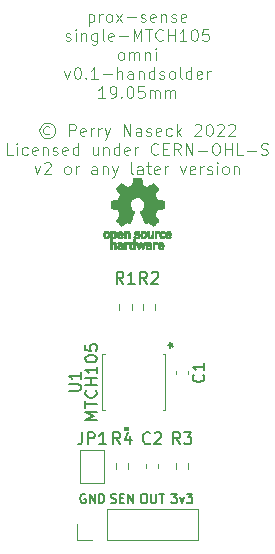
<source format=gbr>
%TF.GenerationSoftware,KiCad,Pcbnew,6.0.2*%
%TF.CreationDate,2022-03-10T12:43:28-05:00*%
%TF.ProjectId,prox-sense-single-mtch105-omni-v0.1-19.05mm-handsolder,70726f78-2d73-4656-9e73-652d73696e67,v0.1*%
%TF.SameCoordinates,Original*%
%TF.FileFunction,Legend,Top*%
%TF.FilePolarity,Positive*%
%FSLAX46Y46*%
G04 Gerber Fmt 4.6, Leading zero omitted, Abs format (unit mm)*
G04 Created by KiCad (PCBNEW 6.0.2) date 2022-03-10 12:43:28*
%MOMM*%
%LPD*%
G01*
G04 APERTURE LIST*
%ADD10C,0.125000*%
%ADD11C,0.127000*%
%ADD12C,0.150000*%
%ADD13C,0.120000*%
%ADD14C,0.010000*%
%ADD15C,0.100000*%
G04 APERTURE END LIST*
D10*
X138380946Y-70595725D02*
X138380946Y-71595725D01*
X138380946Y-70643344D02*
X138476184Y-70595725D01*
X138666660Y-70595725D01*
X138761898Y-70643344D01*
X138809517Y-70690963D01*
X138857136Y-70786201D01*
X138857136Y-71071915D01*
X138809517Y-71167153D01*
X138761898Y-71214772D01*
X138666660Y-71262391D01*
X138476184Y-71262391D01*
X138380946Y-71214772D01*
X139285708Y-71262391D02*
X139285708Y-70595725D01*
X139285708Y-70786201D02*
X139333327Y-70690963D01*
X139380946Y-70643344D01*
X139476184Y-70595725D01*
X139571422Y-70595725D01*
X140047613Y-71262391D02*
X139952374Y-71214772D01*
X139904755Y-71167153D01*
X139857136Y-71071915D01*
X139857136Y-70786201D01*
X139904755Y-70690963D01*
X139952374Y-70643344D01*
X140047613Y-70595725D01*
X140190470Y-70595725D01*
X140285708Y-70643344D01*
X140333327Y-70690963D01*
X140380946Y-70786201D01*
X140380946Y-71071915D01*
X140333327Y-71167153D01*
X140285708Y-71214772D01*
X140190470Y-71262391D01*
X140047613Y-71262391D01*
X140714279Y-71262391D02*
X141238089Y-70595725D01*
X140714279Y-70595725D02*
X141238089Y-71262391D01*
X141619041Y-70881439D02*
X142380946Y-70881439D01*
X142809517Y-71214772D02*
X142904755Y-71262391D01*
X143095232Y-71262391D01*
X143190470Y-71214772D01*
X143238089Y-71119534D01*
X143238089Y-71071915D01*
X143190470Y-70976677D01*
X143095232Y-70929058D01*
X142952374Y-70929058D01*
X142857136Y-70881439D01*
X142809517Y-70786201D01*
X142809517Y-70738582D01*
X142857136Y-70643344D01*
X142952374Y-70595725D01*
X143095232Y-70595725D01*
X143190470Y-70643344D01*
X144047613Y-71214772D02*
X143952374Y-71262391D01*
X143761898Y-71262391D01*
X143666660Y-71214772D01*
X143619041Y-71119534D01*
X143619041Y-70738582D01*
X143666660Y-70643344D01*
X143761898Y-70595725D01*
X143952374Y-70595725D01*
X144047613Y-70643344D01*
X144095232Y-70738582D01*
X144095232Y-70833820D01*
X143619041Y-70929058D01*
X144523803Y-70595725D02*
X144523803Y-71262391D01*
X144523803Y-70690963D02*
X144571422Y-70643344D01*
X144666660Y-70595725D01*
X144809517Y-70595725D01*
X144904755Y-70643344D01*
X144952374Y-70738582D01*
X144952374Y-71262391D01*
X145380946Y-71214772D02*
X145476184Y-71262391D01*
X145666660Y-71262391D01*
X145761898Y-71214772D01*
X145809517Y-71119534D01*
X145809517Y-71071915D01*
X145761898Y-70976677D01*
X145666660Y-70929058D01*
X145523803Y-70929058D01*
X145428565Y-70881439D01*
X145380946Y-70786201D01*
X145380946Y-70738582D01*
X145428565Y-70643344D01*
X145523803Y-70595725D01*
X145666660Y-70595725D01*
X145761898Y-70643344D01*
X146619041Y-71214772D02*
X146523803Y-71262391D01*
X146333327Y-71262391D01*
X146238089Y-71214772D01*
X146190470Y-71119534D01*
X146190470Y-70738582D01*
X146238089Y-70643344D01*
X146333327Y-70595725D01*
X146523803Y-70595725D01*
X146619041Y-70643344D01*
X146666660Y-70738582D01*
X146666660Y-70833820D01*
X146190470Y-70929058D01*
X136428565Y-72824772D02*
X136523803Y-72872391D01*
X136714279Y-72872391D01*
X136809517Y-72824772D01*
X136857136Y-72729534D01*
X136857136Y-72681915D01*
X136809517Y-72586677D01*
X136714279Y-72539058D01*
X136571422Y-72539058D01*
X136476184Y-72491439D01*
X136428565Y-72396201D01*
X136428565Y-72348582D01*
X136476184Y-72253344D01*
X136571422Y-72205725D01*
X136714279Y-72205725D01*
X136809517Y-72253344D01*
X137285708Y-72872391D02*
X137285708Y-72205725D01*
X137285708Y-71872391D02*
X137238089Y-71920011D01*
X137285708Y-71967630D01*
X137333327Y-71920011D01*
X137285708Y-71872391D01*
X137285708Y-71967630D01*
X137761898Y-72205725D02*
X137761898Y-72872391D01*
X137761898Y-72300963D02*
X137809517Y-72253344D01*
X137904755Y-72205725D01*
X138047613Y-72205725D01*
X138142851Y-72253344D01*
X138190470Y-72348582D01*
X138190470Y-72872391D01*
X139095232Y-72205725D02*
X139095232Y-73015249D01*
X139047613Y-73110487D01*
X138999994Y-73158106D01*
X138904755Y-73205725D01*
X138761898Y-73205725D01*
X138666660Y-73158106D01*
X139095232Y-72824772D02*
X138999994Y-72872391D01*
X138809517Y-72872391D01*
X138714279Y-72824772D01*
X138666660Y-72777153D01*
X138619041Y-72681915D01*
X138619041Y-72396201D01*
X138666660Y-72300963D01*
X138714279Y-72253344D01*
X138809517Y-72205725D01*
X138999994Y-72205725D01*
X139095232Y-72253344D01*
X139714279Y-72872391D02*
X139619041Y-72824772D01*
X139571422Y-72729534D01*
X139571422Y-71872391D01*
X140476184Y-72824772D02*
X140380946Y-72872391D01*
X140190470Y-72872391D01*
X140095232Y-72824772D01*
X140047613Y-72729534D01*
X140047613Y-72348582D01*
X140095232Y-72253344D01*
X140190470Y-72205725D01*
X140380946Y-72205725D01*
X140476184Y-72253344D01*
X140523803Y-72348582D01*
X140523803Y-72443820D01*
X140047613Y-72539058D01*
X140952374Y-72491439D02*
X141714279Y-72491439D01*
X142190470Y-72872391D02*
X142190470Y-71872391D01*
X142523803Y-72586677D01*
X142857136Y-71872391D01*
X142857136Y-72872391D01*
X143190470Y-71872391D02*
X143761898Y-71872391D01*
X143476184Y-72872391D02*
X143476184Y-71872391D01*
X144666660Y-72777153D02*
X144619041Y-72824772D01*
X144476184Y-72872391D01*
X144380946Y-72872391D01*
X144238089Y-72824772D01*
X144142851Y-72729534D01*
X144095232Y-72634296D01*
X144047613Y-72443820D01*
X144047613Y-72300963D01*
X144095232Y-72110487D01*
X144142851Y-72015249D01*
X144238089Y-71920011D01*
X144380946Y-71872391D01*
X144476184Y-71872391D01*
X144619041Y-71920011D01*
X144666660Y-71967630D01*
X145095232Y-72872391D02*
X145095232Y-71872391D01*
X145095232Y-72348582D02*
X145666660Y-72348582D01*
X145666660Y-72872391D02*
X145666660Y-71872391D01*
X146666660Y-72872391D02*
X146095232Y-72872391D01*
X146380946Y-72872391D02*
X146380946Y-71872391D01*
X146285708Y-72015249D01*
X146190470Y-72110487D01*
X146095232Y-72158106D01*
X147285708Y-71872391D02*
X147380946Y-71872391D01*
X147476184Y-71920011D01*
X147523803Y-71967630D01*
X147571422Y-72062868D01*
X147619041Y-72253344D01*
X147619041Y-72491439D01*
X147571422Y-72681915D01*
X147523803Y-72777153D01*
X147476184Y-72824772D01*
X147380946Y-72872391D01*
X147285708Y-72872391D01*
X147190470Y-72824772D01*
X147142851Y-72777153D01*
X147095232Y-72681915D01*
X147047613Y-72491439D01*
X147047613Y-72253344D01*
X147095232Y-72062868D01*
X147142851Y-71967630D01*
X147190470Y-71920011D01*
X147285708Y-71872391D01*
X148523803Y-71872391D02*
X148047613Y-71872391D01*
X147999993Y-72348582D01*
X148047613Y-72300963D01*
X148142851Y-72253344D01*
X148380946Y-72253344D01*
X148476184Y-72300963D01*
X148523803Y-72348582D01*
X148571422Y-72443820D01*
X148571422Y-72681915D01*
X148523803Y-72777153D01*
X148476184Y-72824772D01*
X148380946Y-72872391D01*
X148142851Y-72872391D01*
X148047613Y-72824772D01*
X147999993Y-72777153D01*
X141071422Y-74482391D02*
X140976184Y-74434772D01*
X140928565Y-74387153D01*
X140880946Y-74291915D01*
X140880946Y-74006201D01*
X140928565Y-73910963D01*
X140976184Y-73863344D01*
X141071422Y-73815725D01*
X141214279Y-73815725D01*
X141309517Y-73863344D01*
X141357136Y-73910963D01*
X141404755Y-74006201D01*
X141404755Y-74291915D01*
X141357136Y-74387153D01*
X141309517Y-74434772D01*
X141214279Y-74482391D01*
X141071422Y-74482391D01*
X141833327Y-74482391D02*
X141833327Y-73815725D01*
X141833327Y-73910963D02*
X141880946Y-73863344D01*
X141976184Y-73815725D01*
X142119041Y-73815725D01*
X142214279Y-73863344D01*
X142261898Y-73958582D01*
X142261898Y-74482391D01*
X142261898Y-73958582D02*
X142309517Y-73863344D01*
X142404755Y-73815725D01*
X142547613Y-73815725D01*
X142642851Y-73863344D01*
X142690470Y-73958582D01*
X142690470Y-74482391D01*
X143166660Y-73815725D02*
X143166660Y-74482391D01*
X143166660Y-73910963D02*
X143214279Y-73863344D01*
X143309517Y-73815725D01*
X143452374Y-73815725D01*
X143547613Y-73863344D01*
X143595232Y-73958582D01*
X143595232Y-74482391D01*
X144071422Y-74482391D02*
X144071422Y-73815725D01*
X144071422Y-73482391D02*
X144023803Y-73530011D01*
X144071422Y-73577630D01*
X144119041Y-73530011D01*
X144071422Y-73482391D01*
X144071422Y-73577630D01*
X136333327Y-75425725D02*
X136571422Y-76092391D01*
X136809517Y-75425725D01*
X137380946Y-75092391D02*
X137476184Y-75092391D01*
X137571422Y-75140011D01*
X137619041Y-75187630D01*
X137666660Y-75282868D01*
X137714279Y-75473344D01*
X137714279Y-75711439D01*
X137666660Y-75901915D01*
X137619041Y-75997153D01*
X137571422Y-76044772D01*
X137476184Y-76092391D01*
X137380946Y-76092391D01*
X137285708Y-76044772D01*
X137238089Y-75997153D01*
X137190470Y-75901915D01*
X137142851Y-75711439D01*
X137142851Y-75473344D01*
X137190470Y-75282868D01*
X137238089Y-75187630D01*
X137285708Y-75140011D01*
X137380946Y-75092391D01*
X138142851Y-75997153D02*
X138190470Y-76044772D01*
X138142851Y-76092391D01*
X138095232Y-76044772D01*
X138142851Y-75997153D01*
X138142851Y-76092391D01*
X139142851Y-76092391D02*
X138571422Y-76092391D01*
X138857136Y-76092391D02*
X138857136Y-75092391D01*
X138761898Y-75235249D01*
X138666660Y-75330487D01*
X138571422Y-75378106D01*
X139571422Y-75711439D02*
X140333327Y-75711439D01*
X140809517Y-76092391D02*
X140809517Y-75092391D01*
X141238089Y-76092391D02*
X141238089Y-75568582D01*
X141190470Y-75473344D01*
X141095232Y-75425725D01*
X140952374Y-75425725D01*
X140857136Y-75473344D01*
X140809517Y-75520963D01*
X142142851Y-76092391D02*
X142142851Y-75568582D01*
X142095232Y-75473344D01*
X141999994Y-75425725D01*
X141809517Y-75425725D01*
X141714279Y-75473344D01*
X142142851Y-76044772D02*
X142047613Y-76092391D01*
X141809517Y-76092391D01*
X141714279Y-76044772D01*
X141666660Y-75949534D01*
X141666660Y-75854296D01*
X141714279Y-75759058D01*
X141809517Y-75711439D01*
X142047613Y-75711439D01*
X142142851Y-75663820D01*
X142619041Y-75425725D02*
X142619041Y-76092391D01*
X142619041Y-75520963D02*
X142666660Y-75473344D01*
X142761898Y-75425725D01*
X142904755Y-75425725D01*
X142999994Y-75473344D01*
X143047613Y-75568582D01*
X143047613Y-76092391D01*
X143952374Y-76092391D02*
X143952374Y-75092391D01*
X143952374Y-76044772D02*
X143857136Y-76092391D01*
X143666660Y-76092391D01*
X143571422Y-76044772D01*
X143523803Y-75997153D01*
X143476184Y-75901915D01*
X143476184Y-75616201D01*
X143523803Y-75520963D01*
X143571422Y-75473344D01*
X143666660Y-75425725D01*
X143857136Y-75425725D01*
X143952374Y-75473344D01*
X144380946Y-76044772D02*
X144476184Y-76092391D01*
X144666660Y-76092391D01*
X144761898Y-76044772D01*
X144809517Y-75949534D01*
X144809517Y-75901915D01*
X144761898Y-75806677D01*
X144666660Y-75759058D01*
X144523803Y-75759058D01*
X144428565Y-75711439D01*
X144380946Y-75616201D01*
X144380946Y-75568582D01*
X144428565Y-75473344D01*
X144523803Y-75425725D01*
X144666660Y-75425725D01*
X144761898Y-75473344D01*
X145380946Y-76092391D02*
X145285708Y-76044772D01*
X145238089Y-75997153D01*
X145190470Y-75901915D01*
X145190470Y-75616201D01*
X145238089Y-75520963D01*
X145285708Y-75473344D01*
X145380946Y-75425725D01*
X145523803Y-75425725D01*
X145619041Y-75473344D01*
X145666660Y-75520963D01*
X145714279Y-75616201D01*
X145714279Y-75901915D01*
X145666660Y-75997153D01*
X145619041Y-76044772D01*
X145523803Y-76092391D01*
X145380946Y-76092391D01*
X146285708Y-76092391D02*
X146190470Y-76044772D01*
X146142851Y-75949534D01*
X146142851Y-75092391D01*
X147095232Y-76092391D02*
X147095232Y-75092391D01*
X147095232Y-76044772D02*
X146999994Y-76092391D01*
X146809517Y-76092391D01*
X146714279Y-76044772D01*
X146666660Y-75997153D01*
X146619041Y-75901915D01*
X146619041Y-75616201D01*
X146666660Y-75520963D01*
X146714279Y-75473344D01*
X146809517Y-75425725D01*
X146999994Y-75425725D01*
X147095232Y-75473344D01*
X147952374Y-76044772D02*
X147857136Y-76092391D01*
X147666660Y-76092391D01*
X147571422Y-76044772D01*
X147523803Y-75949534D01*
X147523803Y-75568582D01*
X147571422Y-75473344D01*
X147666660Y-75425725D01*
X147857136Y-75425725D01*
X147952374Y-75473344D01*
X147999994Y-75568582D01*
X147999994Y-75663820D01*
X147523803Y-75759058D01*
X148428565Y-76092391D02*
X148428565Y-75425725D01*
X148428565Y-75616201D02*
X148476184Y-75520963D01*
X148523803Y-75473344D01*
X148619041Y-75425725D01*
X148714279Y-75425725D01*
X139785708Y-77702391D02*
X139214279Y-77702391D01*
X139499994Y-77702391D02*
X139499994Y-76702391D01*
X139404755Y-76845249D01*
X139309517Y-76940487D01*
X139214279Y-76988106D01*
X140261898Y-77702391D02*
X140452374Y-77702391D01*
X140547613Y-77654772D01*
X140595232Y-77607153D01*
X140690470Y-77464296D01*
X140738089Y-77273820D01*
X140738089Y-76892868D01*
X140690470Y-76797630D01*
X140642851Y-76750011D01*
X140547613Y-76702391D01*
X140357136Y-76702391D01*
X140261898Y-76750011D01*
X140214279Y-76797630D01*
X140166660Y-76892868D01*
X140166660Y-77130963D01*
X140214279Y-77226201D01*
X140261898Y-77273820D01*
X140357136Y-77321439D01*
X140547613Y-77321439D01*
X140642851Y-77273820D01*
X140690470Y-77226201D01*
X140738089Y-77130963D01*
X141166660Y-77607153D02*
X141214279Y-77654772D01*
X141166660Y-77702391D01*
X141119041Y-77654772D01*
X141166660Y-77607153D01*
X141166660Y-77702391D01*
X141833327Y-76702391D02*
X141928565Y-76702391D01*
X142023803Y-76750011D01*
X142071422Y-76797630D01*
X142119041Y-76892868D01*
X142166660Y-77083344D01*
X142166660Y-77321439D01*
X142119041Y-77511915D01*
X142071422Y-77607153D01*
X142023803Y-77654772D01*
X141928565Y-77702391D01*
X141833327Y-77702391D01*
X141738089Y-77654772D01*
X141690470Y-77607153D01*
X141642851Y-77511915D01*
X141595232Y-77321439D01*
X141595232Y-77083344D01*
X141642851Y-76892868D01*
X141690470Y-76797630D01*
X141738089Y-76750011D01*
X141833327Y-76702391D01*
X143071422Y-76702391D02*
X142595232Y-76702391D01*
X142547613Y-77178582D01*
X142595232Y-77130963D01*
X142690470Y-77083344D01*
X142928565Y-77083344D01*
X143023803Y-77130963D01*
X143071422Y-77178582D01*
X143119041Y-77273820D01*
X143119041Y-77511915D01*
X143071422Y-77607153D01*
X143023803Y-77654772D01*
X142928565Y-77702391D01*
X142690470Y-77702391D01*
X142595232Y-77654772D01*
X142547613Y-77607153D01*
X143547613Y-77702391D02*
X143547613Y-77035725D01*
X143547613Y-77130963D02*
X143595232Y-77083344D01*
X143690470Y-77035725D01*
X143833327Y-77035725D01*
X143928565Y-77083344D01*
X143976184Y-77178582D01*
X143976184Y-77702391D01*
X143976184Y-77178582D02*
X144023803Y-77083344D01*
X144119041Y-77035725D01*
X144261898Y-77035725D01*
X144357136Y-77083344D01*
X144404755Y-77178582D01*
X144404755Y-77702391D01*
X144880946Y-77702391D02*
X144880946Y-77035725D01*
X144880946Y-77130963D02*
X144928565Y-77083344D01*
X145023803Y-77035725D01*
X145166660Y-77035725D01*
X145261898Y-77083344D01*
X145309517Y-77178582D01*
X145309517Y-77702391D01*
X145309517Y-77178582D02*
X145357136Y-77083344D01*
X145452374Y-77035725D01*
X145595232Y-77035725D01*
X145690470Y-77083344D01*
X145738089Y-77178582D01*
X145738089Y-77702391D01*
X135071422Y-80160487D02*
X134976184Y-80112868D01*
X134785708Y-80112868D01*
X134690470Y-80160487D01*
X134595232Y-80255725D01*
X134547613Y-80350963D01*
X134547613Y-80541439D01*
X134595232Y-80636677D01*
X134690470Y-80731915D01*
X134785708Y-80779534D01*
X134976184Y-80779534D01*
X135071422Y-80731915D01*
X134880946Y-79779534D02*
X134642851Y-79827153D01*
X134404755Y-79970011D01*
X134261898Y-80208106D01*
X134214279Y-80446201D01*
X134261898Y-80684296D01*
X134404755Y-80922391D01*
X134642851Y-81065249D01*
X134880946Y-81112868D01*
X135119041Y-81065249D01*
X135357136Y-80922391D01*
X135499994Y-80684296D01*
X135547613Y-80446201D01*
X135499994Y-80208106D01*
X135357136Y-79970011D01*
X135119041Y-79827153D01*
X134880946Y-79779534D01*
X136738089Y-80922391D02*
X136738089Y-79922391D01*
X137119041Y-79922391D01*
X137214279Y-79970011D01*
X137261898Y-80017630D01*
X137309517Y-80112868D01*
X137309517Y-80255725D01*
X137261898Y-80350963D01*
X137214279Y-80398582D01*
X137119041Y-80446201D01*
X136738089Y-80446201D01*
X138119041Y-80874772D02*
X138023803Y-80922391D01*
X137833327Y-80922391D01*
X137738089Y-80874772D01*
X137690470Y-80779534D01*
X137690470Y-80398582D01*
X137738089Y-80303344D01*
X137833327Y-80255725D01*
X138023803Y-80255725D01*
X138119041Y-80303344D01*
X138166660Y-80398582D01*
X138166660Y-80493820D01*
X137690470Y-80589058D01*
X138595232Y-80922391D02*
X138595232Y-80255725D01*
X138595232Y-80446201D02*
X138642851Y-80350963D01*
X138690470Y-80303344D01*
X138785708Y-80255725D01*
X138880946Y-80255725D01*
X139214279Y-80922391D02*
X139214279Y-80255725D01*
X139214279Y-80446201D02*
X139261898Y-80350963D01*
X139309517Y-80303344D01*
X139404755Y-80255725D01*
X139499994Y-80255725D01*
X139738089Y-80255725D02*
X139976184Y-80922391D01*
X140214279Y-80255725D02*
X139976184Y-80922391D01*
X139880946Y-81160487D01*
X139833327Y-81208106D01*
X139738089Y-81255725D01*
X141357136Y-80922391D02*
X141357136Y-79922391D01*
X141928565Y-80922391D01*
X141928565Y-79922391D01*
X142833327Y-80922391D02*
X142833327Y-80398582D01*
X142785708Y-80303344D01*
X142690470Y-80255725D01*
X142499994Y-80255725D01*
X142404755Y-80303344D01*
X142833327Y-80874772D02*
X142738089Y-80922391D01*
X142499994Y-80922391D01*
X142404755Y-80874772D01*
X142357136Y-80779534D01*
X142357136Y-80684296D01*
X142404755Y-80589058D01*
X142499994Y-80541439D01*
X142738089Y-80541439D01*
X142833327Y-80493820D01*
X143261898Y-80874772D02*
X143357136Y-80922391D01*
X143547613Y-80922391D01*
X143642851Y-80874772D01*
X143690470Y-80779534D01*
X143690470Y-80731915D01*
X143642851Y-80636677D01*
X143547613Y-80589058D01*
X143404755Y-80589058D01*
X143309517Y-80541439D01*
X143261898Y-80446201D01*
X143261898Y-80398582D01*
X143309517Y-80303344D01*
X143404755Y-80255725D01*
X143547613Y-80255725D01*
X143642851Y-80303344D01*
X144499994Y-80874772D02*
X144404755Y-80922391D01*
X144214279Y-80922391D01*
X144119041Y-80874772D01*
X144071422Y-80779534D01*
X144071422Y-80398582D01*
X144119041Y-80303344D01*
X144214279Y-80255725D01*
X144404755Y-80255725D01*
X144499994Y-80303344D01*
X144547613Y-80398582D01*
X144547613Y-80493820D01*
X144071422Y-80589058D01*
X145404755Y-80874772D02*
X145309517Y-80922391D01*
X145119041Y-80922391D01*
X145023803Y-80874772D01*
X144976184Y-80827153D01*
X144928565Y-80731915D01*
X144928565Y-80446201D01*
X144976184Y-80350963D01*
X145023803Y-80303344D01*
X145119041Y-80255725D01*
X145309517Y-80255725D01*
X145404755Y-80303344D01*
X145833327Y-80922391D02*
X145833327Y-79922391D01*
X145928565Y-80541439D02*
X146214279Y-80922391D01*
X146214279Y-80255725D02*
X145833327Y-80636677D01*
X147357136Y-80017630D02*
X147404755Y-79970011D01*
X147499994Y-79922391D01*
X147738089Y-79922391D01*
X147833327Y-79970011D01*
X147880946Y-80017630D01*
X147928565Y-80112868D01*
X147928565Y-80208106D01*
X147880946Y-80350963D01*
X147309517Y-80922391D01*
X147928565Y-80922391D01*
X148547613Y-79922391D02*
X148642851Y-79922391D01*
X148738089Y-79970011D01*
X148785708Y-80017630D01*
X148833327Y-80112868D01*
X148880946Y-80303344D01*
X148880946Y-80541439D01*
X148833327Y-80731915D01*
X148785708Y-80827153D01*
X148738089Y-80874772D01*
X148642851Y-80922391D01*
X148547613Y-80922391D01*
X148452374Y-80874772D01*
X148404755Y-80827153D01*
X148357136Y-80731915D01*
X148309517Y-80541439D01*
X148309517Y-80303344D01*
X148357136Y-80112868D01*
X148404755Y-80017630D01*
X148452374Y-79970011D01*
X148547613Y-79922391D01*
X149261898Y-80017630D02*
X149309517Y-79970011D01*
X149404755Y-79922391D01*
X149642851Y-79922391D01*
X149738089Y-79970011D01*
X149785708Y-80017630D01*
X149833327Y-80112868D01*
X149833327Y-80208106D01*
X149785708Y-80350963D01*
X149214279Y-80922391D01*
X149833327Y-80922391D01*
X150214279Y-80017630D02*
X150261898Y-79970011D01*
X150357136Y-79922391D01*
X150595232Y-79922391D01*
X150690470Y-79970011D01*
X150738089Y-80017630D01*
X150785708Y-80112868D01*
X150785708Y-80208106D01*
X150738089Y-80350963D01*
X150166660Y-80922391D01*
X150785708Y-80922391D01*
X131976184Y-82532391D02*
X131499994Y-82532391D01*
X131499994Y-81532391D01*
X132309517Y-82532391D02*
X132309517Y-81865725D01*
X132309517Y-81532391D02*
X132261898Y-81580011D01*
X132309517Y-81627630D01*
X132357136Y-81580011D01*
X132309517Y-81532391D01*
X132309517Y-81627630D01*
X133214279Y-82484772D02*
X133119041Y-82532391D01*
X132928565Y-82532391D01*
X132833327Y-82484772D01*
X132785708Y-82437153D01*
X132738089Y-82341915D01*
X132738089Y-82056201D01*
X132785708Y-81960963D01*
X132833327Y-81913344D01*
X132928565Y-81865725D01*
X133119041Y-81865725D01*
X133214279Y-81913344D01*
X134023803Y-82484772D02*
X133928565Y-82532391D01*
X133738089Y-82532391D01*
X133642851Y-82484772D01*
X133595232Y-82389534D01*
X133595232Y-82008582D01*
X133642851Y-81913344D01*
X133738089Y-81865725D01*
X133928565Y-81865725D01*
X134023803Y-81913344D01*
X134071422Y-82008582D01*
X134071422Y-82103820D01*
X133595232Y-82199058D01*
X134499994Y-81865725D02*
X134499994Y-82532391D01*
X134499994Y-81960963D02*
X134547613Y-81913344D01*
X134642851Y-81865725D01*
X134785708Y-81865725D01*
X134880946Y-81913344D01*
X134928565Y-82008582D01*
X134928565Y-82532391D01*
X135357136Y-82484772D02*
X135452374Y-82532391D01*
X135642851Y-82532391D01*
X135738089Y-82484772D01*
X135785708Y-82389534D01*
X135785708Y-82341915D01*
X135738089Y-82246677D01*
X135642851Y-82199058D01*
X135499994Y-82199058D01*
X135404755Y-82151439D01*
X135357136Y-82056201D01*
X135357136Y-82008582D01*
X135404755Y-81913344D01*
X135499994Y-81865725D01*
X135642851Y-81865725D01*
X135738089Y-81913344D01*
X136595232Y-82484772D02*
X136499994Y-82532391D01*
X136309517Y-82532391D01*
X136214279Y-82484772D01*
X136166660Y-82389534D01*
X136166660Y-82008582D01*
X136214279Y-81913344D01*
X136309517Y-81865725D01*
X136499994Y-81865725D01*
X136595232Y-81913344D01*
X136642851Y-82008582D01*
X136642851Y-82103820D01*
X136166660Y-82199058D01*
X137499994Y-82532391D02*
X137499994Y-81532391D01*
X137499994Y-82484772D02*
X137404755Y-82532391D01*
X137214279Y-82532391D01*
X137119041Y-82484772D01*
X137071422Y-82437153D01*
X137023803Y-82341915D01*
X137023803Y-82056201D01*
X137071422Y-81960963D01*
X137119041Y-81913344D01*
X137214279Y-81865725D01*
X137404755Y-81865725D01*
X137499994Y-81913344D01*
X139166660Y-81865725D02*
X139166660Y-82532391D01*
X138738089Y-81865725D02*
X138738089Y-82389534D01*
X138785708Y-82484772D01*
X138880946Y-82532391D01*
X139023803Y-82532391D01*
X139119041Y-82484772D01*
X139166660Y-82437153D01*
X139642851Y-81865725D02*
X139642851Y-82532391D01*
X139642851Y-81960963D02*
X139690470Y-81913344D01*
X139785708Y-81865725D01*
X139928565Y-81865725D01*
X140023803Y-81913344D01*
X140071422Y-82008582D01*
X140071422Y-82532391D01*
X140976184Y-82532391D02*
X140976184Y-81532391D01*
X140976184Y-82484772D02*
X140880946Y-82532391D01*
X140690470Y-82532391D01*
X140595232Y-82484772D01*
X140547613Y-82437153D01*
X140499994Y-82341915D01*
X140499994Y-82056201D01*
X140547613Y-81960963D01*
X140595232Y-81913344D01*
X140690470Y-81865725D01*
X140880946Y-81865725D01*
X140976184Y-81913344D01*
X141833327Y-82484772D02*
X141738089Y-82532391D01*
X141547613Y-82532391D01*
X141452374Y-82484772D01*
X141404755Y-82389534D01*
X141404755Y-82008582D01*
X141452374Y-81913344D01*
X141547613Y-81865725D01*
X141738089Y-81865725D01*
X141833327Y-81913344D01*
X141880946Y-82008582D01*
X141880946Y-82103820D01*
X141404755Y-82199058D01*
X142309517Y-82532391D02*
X142309517Y-81865725D01*
X142309517Y-82056201D02*
X142357136Y-81960963D01*
X142404755Y-81913344D01*
X142499994Y-81865725D01*
X142595232Y-81865725D01*
X144261898Y-82437153D02*
X144214279Y-82484772D01*
X144071422Y-82532391D01*
X143976184Y-82532391D01*
X143833327Y-82484772D01*
X143738089Y-82389534D01*
X143690470Y-82294296D01*
X143642851Y-82103820D01*
X143642851Y-81960963D01*
X143690470Y-81770487D01*
X143738089Y-81675249D01*
X143833327Y-81580011D01*
X143976184Y-81532391D01*
X144071422Y-81532391D01*
X144214279Y-81580011D01*
X144261898Y-81627630D01*
X144690470Y-82008582D02*
X145023803Y-82008582D01*
X145166660Y-82532391D02*
X144690470Y-82532391D01*
X144690470Y-81532391D01*
X145166660Y-81532391D01*
X146166660Y-82532391D02*
X145833327Y-82056201D01*
X145595232Y-82532391D02*
X145595232Y-81532391D01*
X145976184Y-81532391D01*
X146071422Y-81580011D01*
X146119041Y-81627630D01*
X146166660Y-81722868D01*
X146166660Y-81865725D01*
X146119041Y-81960963D01*
X146071422Y-82008582D01*
X145976184Y-82056201D01*
X145595232Y-82056201D01*
X146595232Y-82532391D02*
X146595232Y-81532391D01*
X147166660Y-82532391D01*
X147166660Y-81532391D01*
X147642851Y-82151439D02*
X148404755Y-82151439D01*
X149071422Y-81532391D02*
X149261898Y-81532391D01*
X149357136Y-81580011D01*
X149452374Y-81675249D01*
X149499994Y-81865725D01*
X149499994Y-82199058D01*
X149452374Y-82389534D01*
X149357136Y-82484772D01*
X149261898Y-82532391D01*
X149071422Y-82532391D01*
X148976184Y-82484772D01*
X148880946Y-82389534D01*
X148833327Y-82199058D01*
X148833327Y-81865725D01*
X148880946Y-81675249D01*
X148976184Y-81580011D01*
X149071422Y-81532391D01*
X149928565Y-82532391D02*
X149928565Y-81532391D01*
X149928565Y-82008582D02*
X150499994Y-82008582D01*
X150499994Y-82532391D02*
X150499994Y-81532391D01*
X151452374Y-82532391D02*
X150976184Y-82532391D01*
X150976184Y-81532391D01*
X151785708Y-82151439D02*
X152547613Y-82151439D01*
X152976184Y-82484772D02*
X153119041Y-82532391D01*
X153357136Y-82532391D01*
X153452374Y-82484772D01*
X153499994Y-82437153D01*
X153547613Y-82341915D01*
X153547613Y-82246677D01*
X153499994Y-82151439D01*
X153452374Y-82103820D01*
X153357136Y-82056201D01*
X153166660Y-82008582D01*
X153071422Y-81960963D01*
X153023803Y-81913344D01*
X152976184Y-81818106D01*
X152976184Y-81722868D01*
X153023803Y-81627630D01*
X153071422Y-81580011D01*
X153166660Y-81532391D01*
X153404755Y-81532391D01*
X153547613Y-81580011D01*
X133809517Y-83475725D02*
X134047613Y-84142391D01*
X134285708Y-83475725D01*
X134619041Y-83237630D02*
X134666660Y-83190011D01*
X134761898Y-83142391D01*
X134999994Y-83142391D01*
X135095232Y-83190011D01*
X135142851Y-83237630D01*
X135190470Y-83332868D01*
X135190470Y-83428106D01*
X135142851Y-83570963D01*
X134571422Y-84142391D01*
X135190470Y-84142391D01*
X136523803Y-84142391D02*
X136428565Y-84094772D01*
X136380946Y-84047153D01*
X136333327Y-83951915D01*
X136333327Y-83666201D01*
X136380946Y-83570963D01*
X136428565Y-83523344D01*
X136523803Y-83475725D01*
X136666660Y-83475725D01*
X136761898Y-83523344D01*
X136809517Y-83570963D01*
X136857136Y-83666201D01*
X136857136Y-83951915D01*
X136809517Y-84047153D01*
X136761898Y-84094772D01*
X136666660Y-84142391D01*
X136523803Y-84142391D01*
X137285708Y-84142391D02*
X137285708Y-83475725D01*
X137285708Y-83666201D02*
X137333327Y-83570963D01*
X137380946Y-83523344D01*
X137476184Y-83475725D01*
X137571422Y-83475725D01*
X139095232Y-84142391D02*
X139095232Y-83618582D01*
X139047613Y-83523344D01*
X138952374Y-83475725D01*
X138761898Y-83475725D01*
X138666660Y-83523344D01*
X139095232Y-84094772D02*
X138999994Y-84142391D01*
X138761898Y-84142391D01*
X138666660Y-84094772D01*
X138619041Y-83999534D01*
X138619041Y-83904296D01*
X138666660Y-83809058D01*
X138761898Y-83761439D01*
X138999994Y-83761439D01*
X139095232Y-83713820D01*
X139571422Y-83475725D02*
X139571422Y-84142391D01*
X139571422Y-83570963D02*
X139619041Y-83523344D01*
X139714279Y-83475725D01*
X139857136Y-83475725D01*
X139952374Y-83523344D01*
X139999994Y-83618582D01*
X139999994Y-84142391D01*
X140380946Y-83475725D02*
X140619041Y-84142391D01*
X140857136Y-83475725D02*
X140619041Y-84142391D01*
X140523803Y-84380487D01*
X140476184Y-84428106D01*
X140380946Y-84475725D01*
X142142851Y-84142391D02*
X142047613Y-84094772D01*
X141999994Y-83999534D01*
X141999994Y-83142391D01*
X142952374Y-84142391D02*
X142952374Y-83618582D01*
X142904755Y-83523344D01*
X142809517Y-83475725D01*
X142619041Y-83475725D01*
X142523803Y-83523344D01*
X142952374Y-84094772D02*
X142857136Y-84142391D01*
X142619041Y-84142391D01*
X142523803Y-84094772D01*
X142476184Y-83999534D01*
X142476184Y-83904296D01*
X142523803Y-83809058D01*
X142619041Y-83761439D01*
X142857136Y-83761439D01*
X142952374Y-83713820D01*
X143285708Y-83475725D02*
X143666660Y-83475725D01*
X143428565Y-83142391D02*
X143428565Y-83999534D01*
X143476184Y-84094772D01*
X143571422Y-84142391D01*
X143666660Y-84142391D01*
X144380946Y-84094772D02*
X144285708Y-84142391D01*
X144095232Y-84142391D01*
X143999994Y-84094772D01*
X143952374Y-83999534D01*
X143952374Y-83618582D01*
X143999994Y-83523344D01*
X144095232Y-83475725D01*
X144285708Y-83475725D01*
X144380946Y-83523344D01*
X144428565Y-83618582D01*
X144428565Y-83713820D01*
X143952374Y-83809058D01*
X144857136Y-84142391D02*
X144857136Y-83475725D01*
X144857136Y-83666201D02*
X144904755Y-83570963D01*
X144952374Y-83523344D01*
X145047613Y-83475725D01*
X145142851Y-83475725D01*
X146142851Y-83475725D02*
X146380946Y-84142391D01*
X146619041Y-83475725D01*
X147380946Y-84094772D02*
X147285708Y-84142391D01*
X147095232Y-84142391D01*
X146999994Y-84094772D01*
X146952374Y-83999534D01*
X146952374Y-83618582D01*
X146999994Y-83523344D01*
X147095232Y-83475725D01*
X147285708Y-83475725D01*
X147380946Y-83523344D01*
X147428565Y-83618582D01*
X147428565Y-83713820D01*
X146952374Y-83809058D01*
X147857136Y-84142391D02*
X147857136Y-83475725D01*
X147857136Y-83666201D02*
X147904755Y-83570963D01*
X147952374Y-83523344D01*
X148047613Y-83475725D01*
X148142851Y-83475725D01*
X148428565Y-84094772D02*
X148523803Y-84142391D01*
X148714279Y-84142391D01*
X148809517Y-84094772D01*
X148857136Y-83999534D01*
X148857136Y-83951915D01*
X148809517Y-83856677D01*
X148714279Y-83809058D01*
X148571422Y-83809058D01*
X148476184Y-83761439D01*
X148428565Y-83666201D01*
X148428565Y-83618582D01*
X148476184Y-83523344D01*
X148571422Y-83475725D01*
X148714279Y-83475725D01*
X148809517Y-83523344D01*
X149285708Y-84142391D02*
X149285708Y-83475725D01*
X149285708Y-83142391D02*
X149238089Y-83190011D01*
X149285708Y-83237630D01*
X149333327Y-83190011D01*
X149285708Y-83142391D01*
X149285708Y-83237630D01*
X149904755Y-84142391D02*
X149809517Y-84094772D01*
X149761898Y-84047153D01*
X149714279Y-83951915D01*
X149714279Y-83666201D01*
X149761898Y-83570963D01*
X149809517Y-83523344D01*
X149904755Y-83475725D01*
X150047613Y-83475725D01*
X150142851Y-83523344D01*
X150190470Y-83570963D01*
X150238089Y-83666201D01*
X150238089Y-83951915D01*
X150190470Y-84047153D01*
X150142851Y-84094772D01*
X150047613Y-84142391D01*
X149904755Y-84142391D01*
X150666660Y-83475725D02*
X150666660Y-84142391D01*
X150666660Y-83570963D02*
X150714279Y-83523344D01*
X150809517Y-83475725D01*
X150952374Y-83475725D01*
X151047613Y-83523344D01*
X151095232Y-83618582D01*
X151095232Y-84142391D01*
D11*
X138109428Y-111269000D02*
X138036857Y-111232714D01*
X137928000Y-111232714D01*
X137819142Y-111269000D01*
X137746571Y-111341571D01*
X137710285Y-111414142D01*
X137674000Y-111559285D01*
X137674000Y-111668142D01*
X137710285Y-111813285D01*
X137746571Y-111885857D01*
X137819142Y-111958428D01*
X137928000Y-111994714D01*
X138000571Y-111994714D01*
X138109428Y-111958428D01*
X138145714Y-111922142D01*
X138145714Y-111668142D01*
X138000571Y-111668142D01*
X138472285Y-111994714D02*
X138472285Y-111232714D01*
X138907714Y-111994714D01*
X138907714Y-111232714D01*
X139270571Y-111994714D02*
X139270571Y-111232714D01*
X139452000Y-111232714D01*
X139560857Y-111269000D01*
X139633428Y-111341571D01*
X139669714Y-111414142D01*
X139706000Y-111559285D01*
X139706000Y-111668142D01*
X139669714Y-111813285D01*
X139633428Y-111885857D01*
X139560857Y-111958428D01*
X139452000Y-111994714D01*
X139270571Y-111994714D01*
X143008000Y-111232714D02*
X143153142Y-111232714D01*
X143225714Y-111269000D01*
X143298285Y-111341571D01*
X143334571Y-111486714D01*
X143334571Y-111740714D01*
X143298285Y-111885857D01*
X143225714Y-111958428D01*
X143153142Y-111994714D01*
X143008000Y-111994714D01*
X142935428Y-111958428D01*
X142862857Y-111885857D01*
X142826571Y-111740714D01*
X142826571Y-111486714D01*
X142862857Y-111341571D01*
X142935428Y-111269000D01*
X143008000Y-111232714D01*
X143661142Y-111232714D02*
X143661142Y-111849571D01*
X143697428Y-111922142D01*
X143733714Y-111958428D01*
X143806285Y-111994714D01*
X143951428Y-111994714D01*
X144024000Y-111958428D01*
X144060285Y-111922142D01*
X144096571Y-111849571D01*
X144096571Y-111232714D01*
X144350571Y-111232714D02*
X144786000Y-111232714D01*
X144568285Y-111994714D02*
X144568285Y-111232714D01*
X140268428Y-111958428D02*
X140377285Y-111994714D01*
X140558714Y-111994714D01*
X140631285Y-111958428D01*
X140667571Y-111922142D01*
X140703857Y-111849571D01*
X140703857Y-111777000D01*
X140667571Y-111704428D01*
X140631285Y-111668142D01*
X140558714Y-111631857D01*
X140413571Y-111595571D01*
X140341000Y-111559285D01*
X140304714Y-111523000D01*
X140268428Y-111450428D01*
X140268428Y-111377857D01*
X140304714Y-111305285D01*
X140341000Y-111269000D01*
X140413571Y-111232714D01*
X140595000Y-111232714D01*
X140703857Y-111269000D01*
X141030428Y-111595571D02*
X141284428Y-111595571D01*
X141393285Y-111994714D02*
X141030428Y-111994714D01*
X141030428Y-111232714D01*
X141393285Y-111232714D01*
X141719857Y-111994714D02*
X141719857Y-111232714D01*
X142155285Y-111994714D01*
X142155285Y-111232714D01*
X145402857Y-111232714D02*
X145874571Y-111232714D01*
X145620571Y-111523000D01*
X145729428Y-111523000D01*
X145802000Y-111559285D01*
X145838285Y-111595571D01*
X145874571Y-111668142D01*
X145874571Y-111849571D01*
X145838285Y-111922142D01*
X145802000Y-111958428D01*
X145729428Y-111994714D01*
X145511714Y-111994714D01*
X145439142Y-111958428D01*
X145402857Y-111922142D01*
X146128571Y-111486714D02*
X146310000Y-111994714D01*
X146491428Y-111486714D01*
X146709142Y-111232714D02*
X147180857Y-111232714D01*
X146926857Y-111523000D01*
X147035714Y-111523000D01*
X147108285Y-111559285D01*
X147144571Y-111595571D01*
X147180857Y-111668142D01*
X147180857Y-111849571D01*
X147144571Y-111922142D01*
X147108285Y-111958428D01*
X147035714Y-111994714D01*
X146818000Y-111994714D01*
X146745428Y-111958428D01*
X146709142Y-111922142D01*
D12*
%TO.C,R4*%
X141063333Y-107002380D02*
X140730000Y-106526190D01*
X140491904Y-107002380D02*
X140491904Y-106002380D01*
X140872857Y-106002380D01*
X140968095Y-106050000D01*
X141015714Y-106097619D01*
X141063333Y-106192857D01*
X141063333Y-106335714D01*
X141015714Y-106430952D01*
X140968095Y-106478571D01*
X140872857Y-106526190D01*
X140491904Y-106526190D01*
X141920476Y-106335714D02*
X141920476Y-107002380D01*
X141682380Y-105954761D02*
X141444285Y-106669047D01*
X142063333Y-106669047D01*
%TO.C,C1*%
X148097142Y-101115166D02*
X148144761Y-101162785D01*
X148192380Y-101305642D01*
X148192380Y-101400880D01*
X148144761Y-101543738D01*
X148049523Y-101638976D01*
X147954285Y-101686595D01*
X147763809Y-101734214D01*
X147620952Y-101734214D01*
X147430476Y-101686595D01*
X147335238Y-101638976D01*
X147240000Y-101543738D01*
X147192380Y-101400880D01*
X147192380Y-101305642D01*
X147240000Y-101162785D01*
X147287619Y-101115166D01*
X148192380Y-100162785D02*
X148192380Y-100734214D01*
X148192380Y-100448500D02*
X147192380Y-100448500D01*
X147335238Y-100543738D01*
X147430476Y-100638976D01*
X147478095Y-100734214D01*
%TO.C,U1*%
X136699380Y-102498904D02*
X137508904Y-102498904D01*
X137604142Y-102451285D01*
X137651761Y-102403666D01*
X137699380Y-102308428D01*
X137699380Y-102117952D01*
X137651761Y-102022714D01*
X137604142Y-101975095D01*
X137508904Y-101927476D01*
X136699380Y-101927476D01*
X137699380Y-100927476D02*
X137699380Y-101498904D01*
X137699380Y-101213190D02*
X136699380Y-101213190D01*
X136842238Y-101308428D01*
X136937476Y-101403666D01*
X136985095Y-101498904D01*
X139096380Y-104925518D02*
X138096380Y-104925518D01*
X138810666Y-104592185D01*
X138096380Y-104258852D01*
X139096380Y-104258852D01*
X138096380Y-103925518D02*
X138096380Y-103354090D01*
X139096380Y-103639804D02*
X138096380Y-103639804D01*
X139001142Y-102449328D02*
X139048761Y-102496947D01*
X139096380Y-102639804D01*
X139096380Y-102735042D01*
X139048761Y-102877899D01*
X138953523Y-102973137D01*
X138858285Y-103020756D01*
X138667809Y-103068375D01*
X138524952Y-103068375D01*
X138334476Y-103020756D01*
X138239238Y-102973137D01*
X138144000Y-102877899D01*
X138096380Y-102735042D01*
X138096380Y-102639804D01*
X138144000Y-102496947D01*
X138191619Y-102449328D01*
X139096380Y-102020756D02*
X138096380Y-102020756D01*
X138572571Y-102020756D02*
X138572571Y-101449328D01*
X139096380Y-101449328D02*
X138096380Y-101449328D01*
X139096380Y-100449328D02*
X139096380Y-101020756D01*
X139096380Y-100735042D02*
X138096380Y-100735042D01*
X138239238Y-100830280D01*
X138334476Y-100925518D01*
X138382095Y-101020756D01*
X138096380Y-99830280D02*
X138096380Y-99735042D01*
X138144000Y-99639804D01*
X138191619Y-99592185D01*
X138286857Y-99544566D01*
X138477333Y-99496947D01*
X138715428Y-99496947D01*
X138905904Y-99544566D01*
X139001142Y-99592185D01*
X139048761Y-99639804D01*
X139096380Y-99735042D01*
X139096380Y-99830280D01*
X139048761Y-99925518D01*
X139001142Y-99973137D01*
X138905904Y-100020756D01*
X138715428Y-100068375D01*
X138477333Y-100068375D01*
X138286857Y-100020756D01*
X138191619Y-99973137D01*
X138144000Y-99925518D01*
X138096380Y-99830280D01*
X138096380Y-98592185D02*
X138096380Y-99068375D01*
X138572571Y-99115994D01*
X138524952Y-99068375D01*
X138477333Y-98973137D01*
X138477333Y-98735042D01*
X138524952Y-98639804D01*
X138572571Y-98592185D01*
X138667809Y-98544566D01*
X138905904Y-98544566D01*
X139001142Y-98592185D01*
X139048761Y-98639804D01*
X139096380Y-98735042D01*
X139096380Y-98973137D01*
X139048761Y-99068375D01*
X139001142Y-99115994D01*
X145100980Y-98602902D02*
X145339076Y-98602902D01*
X145243838Y-98840997D02*
X145339076Y-98602902D01*
X145243838Y-98364806D01*
X145529552Y-98745759D02*
X145339076Y-98602902D01*
X145529552Y-98460044D01*
X145100980Y-98602902D02*
X145339076Y-98602902D01*
X145243838Y-98840997D02*
X145339076Y-98602902D01*
X145243838Y-98364806D01*
X145529552Y-98745759D02*
X145339076Y-98602902D01*
X145529552Y-98460044D01*
%TO.C,R1*%
X141333333Y-93426380D02*
X141000000Y-92950190D01*
X140761904Y-93426380D02*
X140761904Y-92426380D01*
X141142857Y-92426380D01*
X141238095Y-92474000D01*
X141285714Y-92521619D01*
X141333333Y-92616857D01*
X141333333Y-92759714D01*
X141285714Y-92854952D01*
X141238095Y-92902571D01*
X141142857Y-92950190D01*
X140761904Y-92950190D01*
X142285714Y-93426380D02*
X141714285Y-93426380D01*
X142000000Y-93426380D02*
X142000000Y-92426380D01*
X141904761Y-92569238D01*
X141809523Y-92664476D01*
X141714285Y-92712095D01*
%TO.C,R3*%
X146143333Y-107002380D02*
X145810000Y-106526190D01*
X145571904Y-107002380D02*
X145571904Y-106002380D01*
X145952857Y-106002380D01*
X146048095Y-106050000D01*
X146095714Y-106097619D01*
X146143333Y-106192857D01*
X146143333Y-106335714D01*
X146095714Y-106430952D01*
X146048095Y-106478571D01*
X145952857Y-106526190D01*
X145571904Y-106526190D01*
X146476666Y-106002380D02*
X147095714Y-106002380D01*
X146762380Y-106383333D01*
X146905238Y-106383333D01*
X147000476Y-106430952D01*
X147048095Y-106478571D01*
X147095714Y-106573809D01*
X147095714Y-106811904D01*
X147048095Y-106907142D01*
X147000476Y-106954761D01*
X146905238Y-107002380D01*
X146619523Y-107002380D01*
X146524285Y-106954761D01*
X146476666Y-106907142D01*
%TO.C,C2*%
X143603333Y-106907142D02*
X143555714Y-106954761D01*
X143412857Y-107002380D01*
X143317619Y-107002380D01*
X143174761Y-106954761D01*
X143079523Y-106859523D01*
X143031904Y-106764285D01*
X142984285Y-106573809D01*
X142984285Y-106430952D01*
X143031904Y-106240476D01*
X143079523Y-106145238D01*
X143174761Y-106050000D01*
X143317619Y-106002380D01*
X143412857Y-106002380D01*
X143555714Y-106050000D01*
X143603333Y-106097619D01*
X143984285Y-106097619D02*
X144031904Y-106050000D01*
X144127142Y-106002380D01*
X144365238Y-106002380D01*
X144460476Y-106050000D01*
X144508095Y-106097619D01*
X144555714Y-106192857D01*
X144555714Y-106288095D01*
X144508095Y-106430952D01*
X143936666Y-107002380D01*
X144555714Y-107002380D01*
%TO.C,JP1*%
X137856666Y-106002380D02*
X137856666Y-106716666D01*
X137809047Y-106859523D01*
X137713809Y-106954761D01*
X137570952Y-107002380D01*
X137475714Y-107002380D01*
X138332857Y-107002380D02*
X138332857Y-106002380D01*
X138713809Y-106002380D01*
X138809047Y-106050000D01*
X138856666Y-106097619D01*
X138904285Y-106192857D01*
X138904285Y-106335714D01*
X138856666Y-106430952D01*
X138809047Y-106478571D01*
X138713809Y-106526190D01*
X138332857Y-106526190D01*
X139856666Y-107002380D02*
X139285238Y-107002380D01*
X139570952Y-107002380D02*
X139570952Y-106002380D01*
X139475714Y-106145238D01*
X139380476Y-106240476D01*
X139285238Y-106288095D01*
%TO.C,R2*%
X143333333Y-93426380D02*
X143000000Y-92950190D01*
X142761904Y-93426380D02*
X142761904Y-92426380D01*
X143142857Y-92426380D01*
X143238095Y-92474000D01*
X143285714Y-92521619D01*
X143333333Y-92616857D01*
X143333333Y-92759714D01*
X143285714Y-92854952D01*
X143238095Y-92902571D01*
X143142857Y-92950190D01*
X142761904Y-92950190D01*
X143714285Y-92521619D02*
X143761904Y-92474000D01*
X143857142Y-92426380D01*
X144095238Y-92426380D01*
X144190476Y-92474000D01*
X144238095Y-92521619D01*
X144285714Y-92616857D01*
X144285714Y-92712095D01*
X144238095Y-92854952D01*
X143666666Y-93426380D01*
X144285714Y-93426380D01*
D13*
%TO.C,R4*%
X140707500Y-109127224D02*
X140707500Y-108617776D01*
X141752500Y-109127224D02*
X141752500Y-108617776D01*
D14*
%TO.C,REF\u002A\u002A*%
X144710299Y-88963880D02*
X144783153Y-88994830D01*
X144783153Y-88994830D02*
X144806100Y-89009895D01*
X144806100Y-89009895D02*
X144835427Y-89033048D01*
X144835427Y-89033048D02*
X144853837Y-89051253D01*
X144853837Y-89051253D02*
X144857034Y-89057183D01*
X144857034Y-89057183D02*
X144848008Y-89070340D01*
X144848008Y-89070340D02*
X144824910Y-89092667D01*
X144824910Y-89092667D02*
X144806417Y-89108250D01*
X144806417Y-89108250D02*
X144755801Y-89148926D01*
X144755801Y-89148926D02*
X144715833Y-89115295D01*
X144715833Y-89115295D02*
X144684947Y-89093584D01*
X144684947Y-89093584D02*
X144654832Y-89086090D01*
X144654832Y-89086090D02*
X144620365Y-89087920D01*
X144620365Y-89087920D02*
X144565634Y-89101528D01*
X144565634Y-89101528D02*
X144527959Y-89129772D01*
X144527959Y-89129772D02*
X144505064Y-89175433D01*
X144505064Y-89175433D02*
X144494670Y-89241289D01*
X144494670Y-89241289D02*
X144494668Y-89241331D01*
X144494668Y-89241331D02*
X144495567Y-89314939D01*
X144495567Y-89314939D02*
X144509536Y-89368946D01*
X144509536Y-89368946D02*
X144537401Y-89405716D01*
X144537401Y-89405716D02*
X144556398Y-89418168D01*
X144556398Y-89418168D02*
X144606849Y-89433673D01*
X144606849Y-89433673D02*
X144660736Y-89433683D01*
X144660736Y-89433683D02*
X144707619Y-89418638D01*
X144707619Y-89418638D02*
X144718717Y-89411287D01*
X144718717Y-89411287D02*
X144746549Y-89392511D01*
X144746549Y-89392511D02*
X144768309Y-89389434D01*
X144768309Y-89389434D02*
X144791777Y-89403409D01*
X144791777Y-89403409D02*
X144817722Y-89428510D01*
X144817722Y-89428510D02*
X144858789Y-89470880D01*
X144858789Y-89470880D02*
X144813194Y-89508464D01*
X144813194Y-89508464D02*
X144742747Y-89550882D01*
X144742747Y-89550882D02*
X144663306Y-89571785D01*
X144663306Y-89571785D02*
X144580288Y-89570272D01*
X144580288Y-89570272D02*
X144525767Y-89556411D01*
X144525767Y-89556411D02*
X144462043Y-89522135D01*
X144462043Y-89522135D02*
X144411078Y-89468212D01*
X144411078Y-89468212D02*
X144387924Y-89430149D01*
X144387924Y-89430149D02*
X144369172Y-89375536D01*
X144369172Y-89375536D02*
X144359788Y-89306369D01*
X144359788Y-89306369D02*
X144359716Y-89231407D01*
X144359716Y-89231407D02*
X144368897Y-89159409D01*
X144368897Y-89159409D02*
X144387272Y-89099137D01*
X144387272Y-89099137D02*
X144390166Y-89092958D01*
X144390166Y-89092958D02*
X144433025Y-89032351D01*
X144433025Y-89032351D02*
X144491052Y-88988224D01*
X144491052Y-88988224D02*
X144559664Y-88961493D01*
X144559664Y-88961493D02*
X144634274Y-88953073D01*
X144634274Y-88953073D02*
X144710299Y-88963880D01*
X144710299Y-88963880D02*
X144710299Y-88963880D01*
G36*
X144710299Y-88963880D02*
G01*
X144783153Y-88994830D01*
X144806100Y-89009895D01*
X144835427Y-89033048D01*
X144853837Y-89051253D01*
X144857034Y-89057183D01*
X144848008Y-89070340D01*
X144824910Y-89092667D01*
X144806417Y-89108250D01*
X144755801Y-89148926D01*
X144715833Y-89115295D01*
X144684947Y-89093584D01*
X144654832Y-89086090D01*
X144620365Y-89087920D01*
X144565634Y-89101528D01*
X144527959Y-89129772D01*
X144505064Y-89175433D01*
X144494670Y-89241289D01*
X144494668Y-89241331D01*
X144495567Y-89314939D01*
X144509536Y-89368946D01*
X144537401Y-89405716D01*
X144556398Y-89418168D01*
X144606849Y-89433673D01*
X144660736Y-89433683D01*
X144707619Y-89418638D01*
X144718717Y-89411287D01*
X144746549Y-89392511D01*
X144768309Y-89389434D01*
X144791777Y-89403409D01*
X144817722Y-89428510D01*
X144858789Y-89470880D01*
X144813194Y-89508464D01*
X144742747Y-89550882D01*
X144663306Y-89571785D01*
X144580288Y-89570272D01*
X144525767Y-89556411D01*
X144462043Y-89522135D01*
X144411078Y-89468212D01*
X144387924Y-89430149D01*
X144369172Y-89375536D01*
X144359788Y-89306369D01*
X144359716Y-89231407D01*
X144368897Y-89159409D01*
X144387272Y-89099137D01*
X144390166Y-89092958D01*
X144433025Y-89032351D01*
X144491052Y-88988224D01*
X144559664Y-88961493D01*
X144634274Y-88953073D01*
X144710299Y-88963880D01*
G37*
X144710299Y-88963880D02*
X144783153Y-88994830D01*
X144806100Y-89009895D01*
X144835427Y-89033048D01*
X144853837Y-89051253D01*
X144857034Y-89057183D01*
X144848008Y-89070340D01*
X144824910Y-89092667D01*
X144806417Y-89108250D01*
X144755801Y-89148926D01*
X144715833Y-89115295D01*
X144684947Y-89093584D01*
X144654832Y-89086090D01*
X144620365Y-89087920D01*
X144565634Y-89101528D01*
X144527959Y-89129772D01*
X144505064Y-89175433D01*
X144494670Y-89241289D01*
X144494668Y-89241331D01*
X144495567Y-89314939D01*
X144509536Y-89368946D01*
X144537401Y-89405716D01*
X144556398Y-89418168D01*
X144606849Y-89433673D01*
X144660736Y-89433683D01*
X144707619Y-89418638D01*
X144718717Y-89411287D01*
X144746549Y-89392511D01*
X144768309Y-89389434D01*
X144791777Y-89403409D01*
X144817722Y-89428510D01*
X144858789Y-89470880D01*
X144813194Y-89508464D01*
X144742747Y-89550882D01*
X144663306Y-89571785D01*
X144580288Y-89570272D01*
X144525767Y-89556411D01*
X144462043Y-89522135D01*
X144411078Y-89468212D01*
X144387924Y-89430149D01*
X144369172Y-89375536D01*
X144359788Y-89306369D01*
X144359716Y-89231407D01*
X144368897Y-89159409D01*
X144387272Y-89099137D01*
X144390166Y-89092958D01*
X144433025Y-89032351D01*
X144491052Y-88988224D01*
X144559664Y-88961493D01*
X144634274Y-88953073D01*
X144710299Y-88963880D01*
X142774597Y-89904237D02*
X142824328Y-89907971D01*
X142824328Y-89907971D02*
X142954364Y-90297773D01*
X142954364Y-90297773D02*
X142974751Y-90228614D01*
X142974751Y-90228614D02*
X142987019Y-90185874D01*
X142987019Y-90185874D02*
X143003158Y-90128115D01*
X143003158Y-90128115D02*
X143020585Y-90064625D01*
X143020585Y-90064625D02*
X143029799Y-90030570D01*
X143029799Y-90030570D02*
X143064461Y-89901683D01*
X143064461Y-89901683D02*
X143207464Y-89901683D01*
X143207464Y-89901683D02*
X143164719Y-90036857D01*
X143164719Y-90036857D02*
X143143669Y-90103342D01*
X143143669Y-90103342D02*
X143118240Y-90183539D01*
X143118240Y-90183539D02*
X143091683Y-90267193D01*
X143091683Y-90267193D02*
X143067975Y-90341782D01*
X143067975Y-90341782D02*
X143013975Y-90511535D01*
X143013975Y-90511535D02*
X142955671Y-90515328D01*
X142955671Y-90515328D02*
X142897368Y-90519122D01*
X142897368Y-90519122D02*
X142865752Y-90414734D01*
X142865752Y-90414734D02*
X142846255Y-90349889D01*
X142846255Y-90349889D02*
X142824977Y-90278400D01*
X142824977Y-90278400D02*
X142806381Y-90215263D01*
X142806381Y-90215263D02*
X142805647Y-90212750D01*
X142805647Y-90212750D02*
X142791757Y-90169969D01*
X142791757Y-90169969D02*
X142779502Y-90140779D01*
X142779502Y-90140779D02*
X142770919Y-90129741D01*
X142770919Y-90129741D02*
X142769155Y-90131018D01*
X142769155Y-90131018D02*
X142762964Y-90148130D01*
X142762964Y-90148130D02*
X142751201Y-90184787D01*
X142751201Y-90184787D02*
X142735298Y-90236378D01*
X142735298Y-90236378D02*
X142716687Y-90298294D01*
X142716687Y-90298294D02*
X142706616Y-90332352D01*
X142706616Y-90332352D02*
X142652080Y-90517822D01*
X142652080Y-90517822D02*
X142536337Y-90517822D01*
X142536337Y-90517822D02*
X142443810Y-90225471D01*
X142443810Y-90225471D02*
X142417817Y-90143462D01*
X142417817Y-90143462D02*
X142394139Y-90068987D01*
X142394139Y-90068987D02*
X142373893Y-90005544D01*
X142373893Y-90005544D02*
X142358199Y-89956632D01*
X142358199Y-89956632D02*
X142348175Y-89925749D01*
X142348175Y-89925749D02*
X142345128Y-89916726D01*
X142345128Y-89916726D02*
X142347540Y-89907487D01*
X142347540Y-89907487D02*
X142366481Y-89903441D01*
X142366481Y-89903441D02*
X142405896Y-89903846D01*
X142405896Y-89903846D02*
X142412066Y-89904152D01*
X142412066Y-89904152D02*
X142485159Y-89907971D01*
X142485159Y-89907971D02*
X142533030Y-90084010D01*
X142533030Y-90084010D02*
X142550626Y-90148211D01*
X142550626Y-90148211D02*
X142566350Y-90204649D01*
X142566350Y-90204649D02*
X142578819Y-90248422D01*
X142578819Y-90248422D02*
X142586647Y-90274630D01*
X142586647Y-90274630D02*
X142588093Y-90278903D01*
X142588093Y-90278903D02*
X142594087Y-90273990D01*
X142594087Y-90273990D02*
X142606174Y-90248532D01*
X142606174Y-90248532D02*
X142622966Y-90205997D01*
X142622966Y-90205997D02*
X142643076Y-90149850D01*
X142643076Y-90149850D02*
X142660076Y-90099130D01*
X142660076Y-90099130D02*
X142724867Y-89900504D01*
X142724867Y-89900504D02*
X142774597Y-89904237D01*
X142774597Y-89904237D02*
X142774597Y-89904237D01*
G36*
X142774597Y-89904237D02*
G01*
X142824328Y-89907971D01*
X142954364Y-90297773D01*
X142974751Y-90228614D01*
X142987019Y-90185874D01*
X143003158Y-90128115D01*
X143020585Y-90064625D01*
X143029799Y-90030570D01*
X143064461Y-89901683D01*
X143207464Y-89901683D01*
X143164719Y-90036857D01*
X143143669Y-90103342D01*
X143118240Y-90183539D01*
X143091683Y-90267193D01*
X143067975Y-90341782D01*
X143013975Y-90511535D01*
X142955671Y-90515328D01*
X142897368Y-90519122D01*
X142865752Y-90414734D01*
X142846255Y-90349889D01*
X142824977Y-90278400D01*
X142806381Y-90215263D01*
X142805647Y-90212750D01*
X142791757Y-90169969D01*
X142779502Y-90140779D01*
X142770919Y-90129741D01*
X142769155Y-90131018D01*
X142762964Y-90148130D01*
X142751201Y-90184787D01*
X142735298Y-90236378D01*
X142716687Y-90298294D01*
X142706616Y-90332352D01*
X142652080Y-90517822D01*
X142536337Y-90517822D01*
X142443810Y-90225471D01*
X142417817Y-90143462D01*
X142394139Y-90068987D01*
X142373893Y-90005544D01*
X142358199Y-89956632D01*
X142348175Y-89925749D01*
X142345128Y-89916726D01*
X142347540Y-89907487D01*
X142366481Y-89903441D01*
X142405896Y-89903846D01*
X142412066Y-89904152D01*
X142485159Y-89907971D01*
X142533030Y-90084010D01*
X142550626Y-90148211D01*
X142566350Y-90204649D01*
X142578819Y-90248422D01*
X142586647Y-90274630D01*
X142588093Y-90278903D01*
X142594087Y-90273990D01*
X142606174Y-90248532D01*
X142622966Y-90205997D01*
X142643076Y-90149850D01*
X142660076Y-90099130D01*
X142724867Y-89900504D01*
X142774597Y-89904237D01*
G37*
X142774597Y-89904237D02*
X142824328Y-89907971D01*
X142954364Y-90297773D01*
X142974751Y-90228614D01*
X142987019Y-90185874D01*
X143003158Y-90128115D01*
X143020585Y-90064625D01*
X143029799Y-90030570D01*
X143064461Y-89901683D01*
X143207464Y-89901683D01*
X143164719Y-90036857D01*
X143143669Y-90103342D01*
X143118240Y-90183539D01*
X143091683Y-90267193D01*
X143067975Y-90341782D01*
X143013975Y-90511535D01*
X142955671Y-90515328D01*
X142897368Y-90519122D01*
X142865752Y-90414734D01*
X142846255Y-90349889D01*
X142824977Y-90278400D01*
X142806381Y-90215263D01*
X142805647Y-90212750D01*
X142791757Y-90169969D01*
X142779502Y-90140779D01*
X142770919Y-90129741D01*
X142769155Y-90131018D01*
X142762964Y-90148130D01*
X142751201Y-90184787D01*
X142735298Y-90236378D01*
X142716687Y-90298294D01*
X142706616Y-90332352D01*
X142652080Y-90517822D01*
X142536337Y-90517822D01*
X142443810Y-90225471D01*
X142417817Y-90143462D01*
X142394139Y-90068987D01*
X142373893Y-90005544D01*
X142358199Y-89956632D01*
X142348175Y-89925749D01*
X142345128Y-89916726D01*
X142347540Y-89907487D01*
X142366481Y-89903441D01*
X142405896Y-89903846D01*
X142412066Y-89904152D01*
X142485159Y-89907971D01*
X142533030Y-90084010D01*
X142550626Y-90148211D01*
X142566350Y-90204649D01*
X142578819Y-90248422D01*
X142586647Y-90274630D01*
X142588093Y-90278903D01*
X142594087Y-90273990D01*
X142606174Y-90248532D01*
X142622966Y-90205997D01*
X142643076Y-90149850D01*
X142660076Y-90099130D01*
X142724867Y-89900504D01*
X142774597Y-89904237D01*
X139954812Y-88965148D02*
X140020594Y-88994231D01*
X140020594Y-88994231D02*
X140070533Y-89042793D01*
X140070533Y-89042793D02*
X140104699Y-89110908D01*
X140104699Y-89110908D02*
X140123166Y-89198651D01*
X140123166Y-89198651D02*
X140124490Y-89212351D01*
X140124490Y-89212351D02*
X140125527Y-89308939D01*
X140125527Y-89308939D02*
X140112080Y-89393602D01*
X140112080Y-89393602D02*
X140084965Y-89462221D01*
X140084965Y-89462221D02*
X140070446Y-89484294D01*
X140070446Y-89484294D02*
X140019872Y-89531011D01*
X140019872Y-89531011D02*
X139955464Y-89561268D01*
X139955464Y-89561268D02*
X139883407Y-89573824D01*
X139883407Y-89573824D02*
X139809888Y-89567439D01*
X139809888Y-89567439D02*
X139754001Y-89547772D01*
X139754001Y-89547772D02*
X139705941Y-89514629D01*
X139705941Y-89514629D02*
X139666661Y-89471175D01*
X139666661Y-89471175D02*
X139665981Y-89470158D01*
X139665981Y-89470158D02*
X139650029Y-89443338D01*
X139650029Y-89443338D02*
X139639663Y-89416368D01*
X139639663Y-89416368D02*
X139633385Y-89382332D01*
X139633385Y-89382332D02*
X139629700Y-89334310D01*
X139629700Y-89334310D02*
X139628076Y-89294931D01*
X139628076Y-89294931D02*
X139627401Y-89259219D01*
X139627401Y-89259219D02*
X139753118Y-89259219D01*
X139753118Y-89259219D02*
X139754347Y-89294770D01*
X139754347Y-89294770D02*
X139758807Y-89342094D01*
X139758807Y-89342094D02*
X139766676Y-89372465D01*
X139766676Y-89372465D02*
X139780866Y-89394072D01*
X139780866Y-89394072D02*
X139794156Y-89406694D01*
X139794156Y-89406694D02*
X139841271Y-89433122D01*
X139841271Y-89433122D02*
X139890568Y-89436653D01*
X139890568Y-89436653D02*
X139936480Y-89417639D01*
X139936480Y-89417639D02*
X139959435Y-89396331D01*
X139959435Y-89396331D02*
X139975977Y-89374859D01*
X139975977Y-89374859D02*
X139985652Y-89354313D01*
X139985652Y-89354313D02*
X139989899Y-89327574D01*
X139989899Y-89327574D02*
X139990153Y-89287523D01*
X139990153Y-89287523D02*
X139988845Y-89250638D01*
X139988845Y-89250638D02*
X139986030Y-89197947D01*
X139986030Y-89197947D02*
X139981568Y-89163772D01*
X139981568Y-89163772D02*
X139973525Y-89141480D01*
X139973525Y-89141480D02*
X139959970Y-89124442D01*
X139959970Y-89124442D02*
X139949228Y-89114703D01*
X139949228Y-89114703D02*
X139904296Y-89089123D01*
X139904296Y-89089123D02*
X139855824Y-89087847D01*
X139855824Y-89087847D02*
X139815179Y-89102999D01*
X139815179Y-89102999D02*
X139780506Y-89134642D01*
X139780506Y-89134642D02*
X139759849Y-89186620D01*
X139759849Y-89186620D02*
X139753118Y-89259219D01*
X139753118Y-89259219D02*
X139627401Y-89259219D01*
X139627401Y-89259219D02*
X139626594Y-89216621D01*
X139626594Y-89216621D02*
X139629125Y-89158056D01*
X139629125Y-89158056D02*
X139636711Y-89114007D01*
X139636711Y-89114007D02*
X139650392Y-89079248D01*
X139650392Y-89079248D02*
X139671208Y-89048551D01*
X139671208Y-89048551D02*
X139678926Y-89039436D01*
X139678926Y-89039436D02*
X139727184Y-88994021D01*
X139727184Y-88994021D02*
X139778945Y-88967493D01*
X139778945Y-88967493D02*
X139842245Y-88956379D01*
X139842245Y-88956379D02*
X139873112Y-88955471D01*
X139873112Y-88955471D02*
X139954812Y-88965148D01*
X139954812Y-88965148D02*
X139954812Y-88965148D01*
G36*
X139629125Y-89158056D02*
G01*
X139636711Y-89114007D01*
X139650392Y-89079248D01*
X139671208Y-89048551D01*
X139678926Y-89039436D01*
X139727184Y-88994021D01*
X139778945Y-88967493D01*
X139842245Y-88956379D01*
X139873112Y-88955471D01*
X139954812Y-88965148D01*
X140020594Y-88994231D01*
X140070533Y-89042793D01*
X140104699Y-89110908D01*
X140123166Y-89198651D01*
X140124490Y-89212351D01*
X140125527Y-89308939D01*
X140112080Y-89393602D01*
X140084965Y-89462221D01*
X140070446Y-89484294D01*
X140019872Y-89531011D01*
X139955464Y-89561268D01*
X139883407Y-89573824D01*
X139809888Y-89567439D01*
X139754001Y-89547772D01*
X139705941Y-89514629D01*
X139666661Y-89471175D01*
X139665981Y-89470158D01*
X139650029Y-89443338D01*
X139639663Y-89416368D01*
X139633385Y-89382332D01*
X139629700Y-89334310D01*
X139628076Y-89294931D01*
X139627401Y-89259219D01*
X139753118Y-89259219D01*
X139754347Y-89294770D01*
X139758807Y-89342094D01*
X139766676Y-89372465D01*
X139780866Y-89394072D01*
X139794156Y-89406694D01*
X139841271Y-89433122D01*
X139890568Y-89436653D01*
X139936480Y-89417639D01*
X139959435Y-89396331D01*
X139975977Y-89374859D01*
X139985652Y-89354313D01*
X139989899Y-89327574D01*
X139990153Y-89287523D01*
X139988845Y-89250638D01*
X139986030Y-89197947D01*
X139981568Y-89163772D01*
X139973525Y-89141480D01*
X139959970Y-89124442D01*
X139949228Y-89114703D01*
X139904296Y-89089123D01*
X139855824Y-89087847D01*
X139815179Y-89102999D01*
X139780506Y-89134642D01*
X139759849Y-89186620D01*
X139753118Y-89259219D01*
X139627401Y-89259219D01*
X139626594Y-89216621D01*
X139629125Y-89158056D01*
G37*
X139629125Y-89158056D02*
X139636711Y-89114007D01*
X139650392Y-89079248D01*
X139671208Y-89048551D01*
X139678926Y-89039436D01*
X139727184Y-88994021D01*
X139778945Y-88967493D01*
X139842245Y-88956379D01*
X139873112Y-88955471D01*
X139954812Y-88965148D01*
X140020594Y-88994231D01*
X140070533Y-89042793D01*
X140104699Y-89110908D01*
X140123166Y-89198651D01*
X140124490Y-89212351D01*
X140125527Y-89308939D01*
X140112080Y-89393602D01*
X140084965Y-89462221D01*
X140070446Y-89484294D01*
X140019872Y-89531011D01*
X139955464Y-89561268D01*
X139883407Y-89573824D01*
X139809888Y-89567439D01*
X139754001Y-89547772D01*
X139705941Y-89514629D01*
X139666661Y-89471175D01*
X139665981Y-89470158D01*
X139650029Y-89443338D01*
X139639663Y-89416368D01*
X139633385Y-89382332D01*
X139629700Y-89334310D01*
X139628076Y-89294931D01*
X139627401Y-89259219D01*
X139753118Y-89259219D01*
X139754347Y-89294770D01*
X139758807Y-89342094D01*
X139766676Y-89372465D01*
X139780866Y-89394072D01*
X139794156Y-89406694D01*
X139841271Y-89433122D01*
X139890568Y-89436653D01*
X139936480Y-89417639D01*
X139959435Y-89396331D01*
X139975977Y-89374859D01*
X139985652Y-89354313D01*
X139989899Y-89327574D01*
X139990153Y-89287523D01*
X139988845Y-89250638D01*
X139986030Y-89197947D01*
X139981568Y-89163772D01*
X139973525Y-89141480D01*
X139959970Y-89124442D01*
X139949228Y-89114703D01*
X139904296Y-89089123D01*
X139855824Y-89087847D01*
X139815179Y-89102999D01*
X139780506Y-89134642D01*
X139759849Y-89186620D01*
X139753118Y-89259219D01*
X139627401Y-89259219D01*
X139626594Y-89216621D01*
X139629125Y-89158056D01*
X141739061Y-88969002D02*
X141770356Y-88983950D01*
X141770356Y-88983950D02*
X141800664Y-89005541D01*
X141800664Y-89005541D02*
X141823755Y-89030391D01*
X141823755Y-89030391D02*
X141840573Y-89062087D01*
X141840573Y-89062087D02*
X141852067Y-89104214D01*
X141852067Y-89104214D02*
X141859182Y-89160358D01*
X141859182Y-89160358D02*
X141862866Y-89234106D01*
X141862866Y-89234106D02*
X141864065Y-89329044D01*
X141864065Y-89329044D02*
X141864084Y-89338985D01*
X141864084Y-89338985D02*
X141864360Y-89562179D01*
X141864360Y-89562179D02*
X141726043Y-89562179D01*
X141726043Y-89562179D02*
X141726043Y-89356418D01*
X141726043Y-89356418D02*
X141725945Y-89280189D01*
X141725945Y-89280189D02*
X141725264Y-89224939D01*
X141725264Y-89224939D02*
X141723422Y-89186501D01*
X141723422Y-89186501D02*
X141719840Y-89160706D01*
X141719840Y-89160706D02*
X141713941Y-89143384D01*
X141713941Y-89143384D02*
X141705146Y-89130368D01*
X141705146Y-89130368D02*
X141692893Y-89117507D01*
X141692893Y-89117507D02*
X141650026Y-89089873D01*
X141650026Y-89089873D02*
X141603230Y-89084745D01*
X141603230Y-89084745D02*
X141558649Y-89102217D01*
X141558649Y-89102217D02*
X141543145Y-89115221D01*
X141543145Y-89115221D02*
X141531763Y-89127447D01*
X141531763Y-89127447D02*
X141523592Y-89140540D01*
X141523592Y-89140540D02*
X141518099Y-89158615D01*
X141518099Y-89158615D02*
X141514753Y-89185787D01*
X141514753Y-89185787D02*
X141513022Y-89226170D01*
X141513022Y-89226170D02*
X141512376Y-89283879D01*
X141512376Y-89283879D02*
X141512281Y-89354132D01*
X141512281Y-89354132D02*
X141512281Y-89562179D01*
X141512281Y-89562179D02*
X141373964Y-89562179D01*
X141373964Y-89562179D02*
X141373964Y-88958614D01*
X141373964Y-88958614D02*
X141443123Y-88958614D01*
X141443123Y-88958614D02*
X141484645Y-88960256D01*
X141484645Y-88960256D02*
X141506067Y-88966087D01*
X141506067Y-88966087D02*
X141512278Y-88977461D01*
X141512278Y-88977461D02*
X141512281Y-88977798D01*
X141512281Y-88977798D02*
X141515163Y-88988938D01*
X141515163Y-88988938D02*
X141527874Y-88987674D01*
X141527874Y-88987674D02*
X141553147Y-88975434D01*
X141553147Y-88975434D02*
X141610468Y-88957424D01*
X141610468Y-88957424D02*
X141676036Y-88955421D01*
X141676036Y-88955421D02*
X141739061Y-88969002D01*
X141739061Y-88969002D02*
X141739061Y-88969002D01*
G36*
X141739061Y-88969002D02*
G01*
X141770356Y-88983950D01*
X141800664Y-89005541D01*
X141823755Y-89030391D01*
X141840573Y-89062087D01*
X141852067Y-89104214D01*
X141859182Y-89160358D01*
X141862866Y-89234106D01*
X141864065Y-89329044D01*
X141864084Y-89338985D01*
X141864360Y-89562179D01*
X141726043Y-89562179D01*
X141726043Y-89356418D01*
X141725945Y-89280189D01*
X141725264Y-89224939D01*
X141723422Y-89186501D01*
X141719840Y-89160706D01*
X141713941Y-89143384D01*
X141705146Y-89130368D01*
X141692893Y-89117507D01*
X141650026Y-89089873D01*
X141603230Y-89084745D01*
X141558649Y-89102217D01*
X141543145Y-89115221D01*
X141531763Y-89127447D01*
X141523592Y-89140540D01*
X141518099Y-89158615D01*
X141514753Y-89185787D01*
X141513022Y-89226170D01*
X141512376Y-89283879D01*
X141512281Y-89354132D01*
X141512281Y-89562179D01*
X141373964Y-89562179D01*
X141373964Y-88958614D01*
X141443123Y-88958614D01*
X141484645Y-88960256D01*
X141506067Y-88966087D01*
X141512278Y-88977461D01*
X141512281Y-88977798D01*
X141515163Y-88988938D01*
X141527874Y-88987674D01*
X141553147Y-88975434D01*
X141610468Y-88957424D01*
X141676036Y-88955421D01*
X141739061Y-88969002D01*
G37*
X141739061Y-88969002D02*
X141770356Y-88983950D01*
X141800664Y-89005541D01*
X141823755Y-89030391D01*
X141840573Y-89062087D01*
X141852067Y-89104214D01*
X141859182Y-89160358D01*
X141862866Y-89234106D01*
X141864065Y-89329044D01*
X141864084Y-89338985D01*
X141864360Y-89562179D01*
X141726043Y-89562179D01*
X141726043Y-89356418D01*
X141725945Y-89280189D01*
X141725264Y-89224939D01*
X141723422Y-89186501D01*
X141719840Y-89160706D01*
X141713941Y-89143384D01*
X141705146Y-89130368D01*
X141692893Y-89117507D01*
X141650026Y-89089873D01*
X141603230Y-89084745D01*
X141558649Y-89102217D01*
X141543145Y-89115221D01*
X141531763Y-89127447D01*
X141523592Y-89140540D01*
X141518099Y-89158615D01*
X141514753Y-89185787D01*
X141513022Y-89226170D01*
X141512376Y-89283879D01*
X141512281Y-89354132D01*
X141512281Y-89562179D01*
X141373964Y-89562179D01*
X141373964Y-88958614D01*
X141443123Y-88958614D01*
X141484645Y-88960256D01*
X141506067Y-88966087D01*
X141512278Y-88977461D01*
X141512281Y-88977798D01*
X141515163Y-88988938D01*
X141527874Y-88987674D01*
X141553147Y-88975434D01*
X141610468Y-88957424D01*
X141676036Y-88955421D01*
X141739061Y-88969002D01*
X145170971Y-88956457D02*
X145203169Y-88964279D01*
X145203169Y-88964279D02*
X145264898Y-88992921D01*
X145264898Y-88992921D02*
X145317683Y-89036667D01*
X145317683Y-89036667D02*
X145354214Y-89089117D01*
X145354214Y-89089117D02*
X145359233Y-89100893D01*
X145359233Y-89100893D02*
X145366118Y-89131740D01*
X145366118Y-89131740D02*
X145370937Y-89177371D01*
X145370937Y-89177371D02*
X145372578Y-89223492D01*
X145372578Y-89223492D02*
X145372578Y-89310693D01*
X145372578Y-89310693D02*
X145190251Y-89310693D01*
X145190251Y-89310693D02*
X145115052Y-89310978D01*
X145115052Y-89310978D02*
X145062076Y-89312704D01*
X145062076Y-89312704D02*
X145028398Y-89317181D01*
X145028398Y-89317181D02*
X145011093Y-89325720D01*
X145011093Y-89325720D02*
X145007236Y-89339630D01*
X145007236Y-89339630D02*
X145013902Y-89360222D01*
X145013902Y-89360222D02*
X145025843Y-89384315D01*
X145025843Y-89384315D02*
X145059153Y-89424525D01*
X145059153Y-89424525D02*
X145105441Y-89444558D01*
X145105441Y-89444558D02*
X145162017Y-89443905D01*
X145162017Y-89443905D02*
X145226104Y-89422101D01*
X145226104Y-89422101D02*
X145281490Y-89395193D01*
X145281490Y-89395193D02*
X145327448Y-89431532D01*
X145327448Y-89431532D02*
X145373406Y-89467872D01*
X145373406Y-89467872D02*
X145330169Y-89507819D01*
X145330169Y-89507819D02*
X145272447Y-89545563D01*
X145272447Y-89545563D02*
X145201459Y-89568320D01*
X145201459Y-89568320D02*
X145125102Y-89574688D01*
X145125102Y-89574688D02*
X145051272Y-89563268D01*
X145051272Y-89563268D02*
X145039360Y-89559393D01*
X145039360Y-89559393D02*
X144974472Y-89525506D01*
X144974472Y-89525506D02*
X144926203Y-89474986D01*
X144926203Y-89474986D02*
X144893538Y-89406325D01*
X144893538Y-89406325D02*
X144875458Y-89318014D01*
X144875458Y-89318014D02*
X144875248Y-89316121D01*
X144875248Y-89316121D02*
X144873629Y-89219878D01*
X144873629Y-89219878D02*
X144880173Y-89185542D01*
X144880173Y-89185542D02*
X145007925Y-89185542D01*
X145007925Y-89185542D02*
X145019657Y-89190822D01*
X145019657Y-89190822D02*
X145051511Y-89194867D01*
X145051511Y-89194867D02*
X145098470Y-89197176D01*
X145098470Y-89197176D02*
X145128227Y-89197525D01*
X145128227Y-89197525D02*
X145183721Y-89197306D01*
X145183721Y-89197306D02*
X145218419Y-89195916D01*
X145218419Y-89195916D02*
X145236674Y-89192251D01*
X145236674Y-89192251D02*
X145242839Y-89185210D01*
X145242839Y-89185210D02*
X145241268Y-89173690D01*
X145241268Y-89173690D02*
X145239951Y-89169233D01*
X145239951Y-89169233D02*
X145217455Y-89127355D01*
X145217455Y-89127355D02*
X145182076Y-89093604D01*
X145182076Y-89093604D02*
X145150853Y-89078773D01*
X145150853Y-89078773D02*
X145109374Y-89079668D01*
X145109374Y-89079668D02*
X145067342Y-89098164D01*
X145067342Y-89098164D02*
X145032085Y-89128786D01*
X145032085Y-89128786D02*
X145010927Y-89166062D01*
X145010927Y-89166062D02*
X145007925Y-89185542D01*
X145007925Y-89185542D02*
X144880173Y-89185542D01*
X144880173Y-89185542D02*
X144889763Y-89135229D01*
X144889763Y-89135229D02*
X144921771Y-89064191D01*
X144921771Y-89064191D02*
X144967774Y-89008779D01*
X144967774Y-89008779D02*
X145025894Y-88971009D01*
X145025894Y-88971009D02*
X145094253Y-88952896D01*
X145094253Y-88952896D02*
X145170971Y-88956457D01*
X145170971Y-88956457D02*
X145170971Y-88956457D01*
G36*
X144921771Y-89064191D02*
G01*
X144967774Y-89008779D01*
X145025894Y-88971009D01*
X145094253Y-88952896D01*
X145170971Y-88956457D01*
X145203169Y-88964279D01*
X145264898Y-88992921D01*
X145317683Y-89036667D01*
X145354214Y-89089117D01*
X145359233Y-89100893D01*
X145366118Y-89131740D01*
X145370937Y-89177371D01*
X145372578Y-89223492D01*
X145372578Y-89310693D01*
X145190251Y-89310693D01*
X145115052Y-89310978D01*
X145062076Y-89312704D01*
X145028398Y-89317181D01*
X145011093Y-89325720D01*
X145007236Y-89339630D01*
X145013902Y-89360222D01*
X145025843Y-89384315D01*
X145059153Y-89424525D01*
X145105441Y-89444558D01*
X145162017Y-89443905D01*
X145226104Y-89422101D01*
X145281490Y-89395193D01*
X145327448Y-89431532D01*
X145373406Y-89467872D01*
X145330169Y-89507819D01*
X145272447Y-89545563D01*
X145201459Y-89568320D01*
X145125102Y-89574688D01*
X145051272Y-89563268D01*
X145039360Y-89559393D01*
X144974472Y-89525506D01*
X144926203Y-89474986D01*
X144893538Y-89406325D01*
X144875458Y-89318014D01*
X144875248Y-89316121D01*
X144873629Y-89219878D01*
X144880173Y-89185542D01*
X145007925Y-89185542D01*
X145019657Y-89190822D01*
X145051511Y-89194867D01*
X145098470Y-89197176D01*
X145128227Y-89197525D01*
X145183721Y-89197306D01*
X145218419Y-89195916D01*
X145236674Y-89192251D01*
X145242839Y-89185210D01*
X145241268Y-89173690D01*
X145239951Y-89169233D01*
X145217455Y-89127355D01*
X145182076Y-89093604D01*
X145150853Y-89078773D01*
X145109374Y-89079668D01*
X145067342Y-89098164D01*
X145032085Y-89128786D01*
X145010927Y-89166062D01*
X145007925Y-89185542D01*
X144880173Y-89185542D01*
X144889763Y-89135229D01*
X144921771Y-89064191D01*
G37*
X144921771Y-89064191D02*
X144967774Y-89008779D01*
X145025894Y-88971009D01*
X145094253Y-88952896D01*
X145170971Y-88956457D01*
X145203169Y-88964279D01*
X145264898Y-88992921D01*
X145317683Y-89036667D01*
X145354214Y-89089117D01*
X145359233Y-89100893D01*
X145366118Y-89131740D01*
X145370937Y-89177371D01*
X145372578Y-89223492D01*
X145372578Y-89310693D01*
X145190251Y-89310693D01*
X145115052Y-89310978D01*
X145062076Y-89312704D01*
X145028398Y-89317181D01*
X145011093Y-89325720D01*
X145007236Y-89339630D01*
X145013902Y-89360222D01*
X145025843Y-89384315D01*
X145059153Y-89424525D01*
X145105441Y-89444558D01*
X145162017Y-89443905D01*
X145226104Y-89422101D01*
X145281490Y-89395193D01*
X145327448Y-89431532D01*
X145373406Y-89467872D01*
X145330169Y-89507819D01*
X145272447Y-89545563D01*
X145201459Y-89568320D01*
X145125102Y-89574688D01*
X145051272Y-89563268D01*
X145039360Y-89559393D01*
X144974472Y-89525506D01*
X144926203Y-89474986D01*
X144893538Y-89406325D01*
X144875458Y-89318014D01*
X144875248Y-89316121D01*
X144873629Y-89219878D01*
X144880173Y-89185542D01*
X145007925Y-89185542D01*
X145019657Y-89190822D01*
X145051511Y-89194867D01*
X145098470Y-89197176D01*
X145128227Y-89197525D01*
X145183721Y-89197306D01*
X145218419Y-89195916D01*
X145236674Y-89192251D01*
X145242839Y-89185210D01*
X145241268Y-89173690D01*
X145239951Y-89169233D01*
X145217455Y-89127355D01*
X145182076Y-89093604D01*
X145150853Y-89078773D01*
X145109374Y-89079668D01*
X145067342Y-89098164D01*
X145032085Y-89128786D01*
X145010927Y-89166062D01*
X145007925Y-89185542D01*
X144880173Y-89185542D01*
X144889763Y-89135229D01*
X144921771Y-89064191D01*
X140584314Y-88969184D02*
X140610826Y-88982282D01*
X140610826Y-88982282D02*
X140643520Y-89005106D01*
X140643520Y-89005106D02*
X140667348Y-89029996D01*
X140667348Y-89029996D02*
X140683667Y-89061249D01*
X140683667Y-89061249D02*
X140693833Y-89103166D01*
X140693833Y-89103166D02*
X140699201Y-89160044D01*
X140699201Y-89160044D02*
X140701129Y-89236184D01*
X140701129Y-89236184D02*
X140701242Y-89268917D01*
X140701242Y-89268917D02*
X140700912Y-89340656D01*
X140700912Y-89340656D02*
X140699546Y-89391927D01*
X140699546Y-89391927D02*
X140696573Y-89427404D01*
X140696573Y-89427404D02*
X140691424Y-89451763D01*
X140691424Y-89451763D02*
X140683530Y-89469680D01*
X140683530Y-89469680D02*
X140675316Y-89481902D01*
X140675316Y-89481902D02*
X140622886Y-89533905D01*
X140622886Y-89533905D02*
X140561143Y-89565184D01*
X140561143Y-89565184D02*
X140494537Y-89574592D01*
X140494537Y-89574592D02*
X140427515Y-89560980D01*
X140427515Y-89560980D02*
X140406281Y-89551354D01*
X140406281Y-89551354D02*
X140355449Y-89524859D01*
X140355449Y-89524859D02*
X140355449Y-89940052D01*
X140355449Y-89940052D02*
X140392548Y-89920868D01*
X140392548Y-89920868D02*
X140441430Y-89906025D01*
X140441430Y-89906025D02*
X140501512Y-89902222D01*
X140501512Y-89902222D02*
X140561509Y-89909243D01*
X140561509Y-89909243D02*
X140606817Y-89925013D01*
X140606817Y-89925013D02*
X140644398Y-89955047D01*
X140644398Y-89955047D02*
X140676509Y-89998024D01*
X140676509Y-89998024D02*
X140678923Y-90002436D01*
X140678923Y-90002436D02*
X140689106Y-90023221D01*
X140689106Y-90023221D02*
X140696543Y-90044170D01*
X140696543Y-90044170D02*
X140701662Y-90069548D01*
X140701662Y-90069548D02*
X140704892Y-90103618D01*
X140704892Y-90103618D02*
X140706660Y-90150641D01*
X140706660Y-90150641D02*
X140707396Y-90214882D01*
X140707396Y-90214882D02*
X140707529Y-90287176D01*
X140707529Y-90287176D02*
X140707529Y-90517822D01*
X140707529Y-90517822D02*
X140569212Y-90517822D01*
X140569212Y-90517822D02*
X140569212Y-90092533D01*
X140569212Y-90092533D02*
X140530524Y-90059979D01*
X140530524Y-90059979D02*
X140490335Y-90033940D01*
X140490335Y-90033940D02*
X140452276Y-90029205D01*
X140452276Y-90029205D02*
X140414007Y-90041389D01*
X140414007Y-90041389D02*
X140393611Y-90053320D01*
X140393611Y-90053320D02*
X140378431Y-90070313D01*
X140378431Y-90070313D02*
X140367635Y-90095995D01*
X140367635Y-90095995D02*
X140360390Y-90133991D01*
X140360390Y-90133991D02*
X140355865Y-90187926D01*
X140355865Y-90187926D02*
X140353229Y-90261425D01*
X140353229Y-90261425D02*
X140352301Y-90310347D01*
X140352301Y-90310347D02*
X140349162Y-90511535D01*
X140349162Y-90511535D02*
X140283147Y-90515336D01*
X140283147Y-90515336D02*
X140217133Y-90519136D01*
X140217133Y-90519136D02*
X140217133Y-89270650D01*
X140217133Y-89270650D02*
X140355449Y-89270650D01*
X140355449Y-89270650D02*
X140358976Y-89340254D01*
X140358976Y-89340254D02*
X140370858Y-89388569D01*
X140370858Y-89388569D02*
X140393053Y-89418631D01*
X140393053Y-89418631D02*
X140427514Y-89433471D01*
X140427514Y-89433471D02*
X140462331Y-89436436D01*
X140462331Y-89436436D02*
X140501744Y-89433028D01*
X140501744Y-89433028D02*
X140527902Y-89419617D01*
X140527902Y-89419617D02*
X140544259Y-89401896D01*
X140544259Y-89401896D02*
X140557136Y-89382835D01*
X140557136Y-89382835D02*
X140564801Y-89361601D01*
X140564801Y-89361601D02*
X140568212Y-89331849D01*
X140568212Y-89331849D02*
X140568324Y-89287236D01*
X140568324Y-89287236D02*
X140567176Y-89249880D01*
X140567176Y-89249880D02*
X140564541Y-89193604D01*
X140564541Y-89193604D02*
X140560617Y-89156658D01*
X140560617Y-89156658D02*
X140554010Y-89133223D01*
X140554010Y-89133223D02*
X140543324Y-89117480D01*
X140543324Y-89117480D02*
X140533240Y-89108380D01*
X140533240Y-89108380D02*
X140491103Y-89088537D01*
X140491103Y-89088537D02*
X140441233Y-89085332D01*
X140441233Y-89085332D02*
X140412597Y-89092168D01*
X140412597Y-89092168D02*
X140384245Y-89116464D01*
X140384245Y-89116464D02*
X140365464Y-89163728D01*
X140365464Y-89163728D02*
X140356361Y-89233624D01*
X140356361Y-89233624D02*
X140355449Y-89270650D01*
X140355449Y-89270650D02*
X140217133Y-89270650D01*
X140217133Y-89270650D02*
X140217133Y-88958614D01*
X140217133Y-88958614D02*
X140286291Y-88958614D01*
X140286291Y-88958614D02*
X140327813Y-88960256D01*
X140327813Y-88960256D02*
X140349235Y-88966087D01*
X140349235Y-88966087D02*
X140355447Y-88977461D01*
X140355447Y-88977461D02*
X140355449Y-88977798D01*
X140355449Y-88977798D02*
X140358331Y-88988938D01*
X140358331Y-88988938D02*
X140371043Y-88987673D01*
X140371043Y-88987673D02*
X140396316Y-88975433D01*
X140396316Y-88975433D02*
X140455204Y-88956707D01*
X140455204Y-88956707D02*
X140521458Y-88954739D01*
X140521458Y-88954739D02*
X140584314Y-88969184D01*
X140584314Y-88969184D02*
X140584314Y-88969184D01*
G36*
X140286291Y-88958614D02*
G01*
X140327813Y-88960256D01*
X140349235Y-88966087D01*
X140355447Y-88977461D01*
X140355449Y-88977798D01*
X140358331Y-88988938D01*
X140371043Y-88987673D01*
X140396316Y-88975433D01*
X140455204Y-88956707D01*
X140521458Y-88954739D01*
X140584314Y-88969184D01*
X140610826Y-88982282D01*
X140643520Y-89005106D01*
X140667348Y-89029996D01*
X140683667Y-89061249D01*
X140693833Y-89103166D01*
X140699201Y-89160044D01*
X140701129Y-89236184D01*
X140701242Y-89268917D01*
X140700912Y-89340656D01*
X140699546Y-89391927D01*
X140696573Y-89427404D01*
X140691424Y-89451763D01*
X140683530Y-89469680D01*
X140675316Y-89481902D01*
X140622886Y-89533905D01*
X140561143Y-89565184D01*
X140494537Y-89574592D01*
X140427515Y-89560980D01*
X140406281Y-89551354D01*
X140355449Y-89524859D01*
X140355449Y-89940052D01*
X140392548Y-89920868D01*
X140441430Y-89906025D01*
X140501512Y-89902222D01*
X140561509Y-89909243D01*
X140606817Y-89925013D01*
X140644398Y-89955047D01*
X140676509Y-89998024D01*
X140678923Y-90002436D01*
X140689106Y-90023221D01*
X140696543Y-90044170D01*
X140701662Y-90069548D01*
X140704892Y-90103618D01*
X140706660Y-90150641D01*
X140707396Y-90214882D01*
X140707529Y-90287176D01*
X140707529Y-90517822D01*
X140569212Y-90517822D01*
X140569212Y-90092533D01*
X140530524Y-90059979D01*
X140490335Y-90033940D01*
X140452276Y-90029205D01*
X140414007Y-90041389D01*
X140393611Y-90053320D01*
X140378431Y-90070313D01*
X140367635Y-90095995D01*
X140360390Y-90133991D01*
X140355865Y-90187926D01*
X140353229Y-90261425D01*
X140352301Y-90310347D01*
X140349162Y-90511535D01*
X140283147Y-90515336D01*
X140217133Y-90519136D01*
X140217133Y-89270650D01*
X140355449Y-89270650D01*
X140358976Y-89340254D01*
X140370858Y-89388569D01*
X140393053Y-89418631D01*
X140427514Y-89433471D01*
X140462331Y-89436436D01*
X140501744Y-89433028D01*
X140527902Y-89419617D01*
X140544259Y-89401896D01*
X140557136Y-89382835D01*
X140564801Y-89361601D01*
X140568212Y-89331849D01*
X140568324Y-89287236D01*
X140567176Y-89249880D01*
X140564541Y-89193604D01*
X140560617Y-89156658D01*
X140554010Y-89133223D01*
X140543324Y-89117480D01*
X140533240Y-89108380D01*
X140491103Y-89088537D01*
X140441233Y-89085332D01*
X140412597Y-89092168D01*
X140384245Y-89116464D01*
X140365464Y-89163728D01*
X140356361Y-89233624D01*
X140355449Y-89270650D01*
X140217133Y-89270650D01*
X140217133Y-88958614D01*
X140286291Y-88958614D01*
G37*
X140286291Y-88958614D02*
X140327813Y-88960256D01*
X140349235Y-88966087D01*
X140355447Y-88977461D01*
X140355449Y-88977798D01*
X140358331Y-88988938D01*
X140371043Y-88987673D01*
X140396316Y-88975433D01*
X140455204Y-88956707D01*
X140521458Y-88954739D01*
X140584314Y-88969184D01*
X140610826Y-88982282D01*
X140643520Y-89005106D01*
X140667348Y-89029996D01*
X140683667Y-89061249D01*
X140693833Y-89103166D01*
X140699201Y-89160044D01*
X140701129Y-89236184D01*
X140701242Y-89268917D01*
X140700912Y-89340656D01*
X140699546Y-89391927D01*
X140696573Y-89427404D01*
X140691424Y-89451763D01*
X140683530Y-89469680D01*
X140675316Y-89481902D01*
X140622886Y-89533905D01*
X140561143Y-89565184D01*
X140494537Y-89574592D01*
X140427515Y-89560980D01*
X140406281Y-89551354D01*
X140355449Y-89524859D01*
X140355449Y-89940052D01*
X140392548Y-89920868D01*
X140441430Y-89906025D01*
X140501512Y-89902222D01*
X140561509Y-89909243D01*
X140606817Y-89925013D01*
X140644398Y-89955047D01*
X140676509Y-89998024D01*
X140678923Y-90002436D01*
X140689106Y-90023221D01*
X140696543Y-90044170D01*
X140701662Y-90069548D01*
X140704892Y-90103618D01*
X140706660Y-90150641D01*
X140707396Y-90214882D01*
X140707529Y-90287176D01*
X140707529Y-90517822D01*
X140569212Y-90517822D01*
X140569212Y-90092533D01*
X140530524Y-90059979D01*
X140490335Y-90033940D01*
X140452276Y-90029205D01*
X140414007Y-90041389D01*
X140393611Y-90053320D01*
X140378431Y-90070313D01*
X140367635Y-90095995D01*
X140360390Y-90133991D01*
X140355865Y-90187926D01*
X140353229Y-90261425D01*
X140352301Y-90310347D01*
X140349162Y-90511535D01*
X140283147Y-90515336D01*
X140217133Y-90519136D01*
X140217133Y-89270650D01*
X140355449Y-89270650D01*
X140358976Y-89340254D01*
X140370858Y-89388569D01*
X140393053Y-89418631D01*
X140427514Y-89433471D01*
X140462331Y-89436436D01*
X140501744Y-89433028D01*
X140527902Y-89419617D01*
X140544259Y-89401896D01*
X140557136Y-89382835D01*
X140564801Y-89361601D01*
X140568212Y-89331849D01*
X140568324Y-89287236D01*
X140567176Y-89249880D01*
X140564541Y-89193604D01*
X140560617Y-89156658D01*
X140554010Y-89133223D01*
X140543324Y-89117480D01*
X140533240Y-89108380D01*
X140491103Y-89088537D01*
X140441233Y-89085332D01*
X140412597Y-89092168D01*
X140384245Y-89116464D01*
X140365464Y-89163728D01*
X140356361Y-89233624D01*
X140355449Y-89270650D01*
X140217133Y-89270650D01*
X140217133Y-88958614D01*
X140286291Y-88958614D01*
X142507090Y-88956452D02*
X142554707Y-88965482D01*
X142554707Y-88965482D02*
X142604107Y-88984370D01*
X142604107Y-88984370D02*
X142609385Y-88986777D01*
X142609385Y-88986777D02*
X142646847Y-89006476D01*
X142646847Y-89006476D02*
X142672790Y-89024781D01*
X142672790Y-89024781D02*
X142681176Y-89036508D01*
X142681176Y-89036508D02*
X142673190Y-89055632D01*
X142673190Y-89055632D02*
X142653793Y-89083850D01*
X142653793Y-89083850D02*
X142645183Y-89094384D01*
X142645183Y-89094384D02*
X142609701Y-89135847D01*
X142609701Y-89135847D02*
X142563958Y-89108858D01*
X142563958Y-89108858D02*
X142520423Y-89090878D01*
X142520423Y-89090878D02*
X142470123Y-89081267D01*
X142470123Y-89081267D02*
X142421885Y-89080660D01*
X142421885Y-89080660D02*
X142384540Y-89089691D01*
X142384540Y-89089691D02*
X142375578Y-89095327D01*
X142375578Y-89095327D02*
X142358510Y-89121171D01*
X142358510Y-89121171D02*
X142356436Y-89150941D01*
X142356436Y-89150941D02*
X142369207Y-89174197D01*
X142369207Y-89174197D02*
X142376761Y-89178708D01*
X142376761Y-89178708D02*
X142399398Y-89184309D01*
X142399398Y-89184309D02*
X142439188Y-89190892D01*
X142439188Y-89190892D02*
X142488239Y-89197183D01*
X142488239Y-89197183D02*
X142497288Y-89198170D01*
X142497288Y-89198170D02*
X142576069Y-89211798D01*
X142576069Y-89211798D02*
X142633209Y-89234946D01*
X142633209Y-89234946D02*
X142671103Y-89269752D01*
X142671103Y-89269752D02*
X142692152Y-89318354D01*
X142692152Y-89318354D02*
X142698708Y-89377718D01*
X142698708Y-89377718D02*
X142689650Y-89445198D01*
X142689650Y-89445198D02*
X142660237Y-89498188D01*
X142660237Y-89498188D02*
X142610351Y-89536783D01*
X142610351Y-89536783D02*
X142539873Y-89561081D01*
X142539873Y-89561081D02*
X142461638Y-89570667D01*
X142461638Y-89570667D02*
X142397839Y-89570552D01*
X142397839Y-89570552D02*
X142346089Y-89561845D01*
X142346089Y-89561845D02*
X142310746Y-89549825D01*
X142310746Y-89549825D02*
X142266090Y-89528880D01*
X142266090Y-89528880D02*
X142224820Y-89504574D01*
X142224820Y-89504574D02*
X142210152Y-89493876D01*
X142210152Y-89493876D02*
X142172430Y-89463084D01*
X142172430Y-89463084D02*
X142217925Y-89417049D01*
X142217925Y-89417049D02*
X142263420Y-89371013D01*
X142263420Y-89371013D02*
X142315145Y-89405243D01*
X142315145Y-89405243D02*
X142367025Y-89430952D01*
X142367025Y-89430952D02*
X142422424Y-89444399D01*
X142422424Y-89444399D02*
X142475678Y-89445818D01*
X142475678Y-89445818D02*
X142521122Y-89435443D01*
X142521122Y-89435443D02*
X142553089Y-89413507D01*
X142553089Y-89413507D02*
X142563411Y-89394998D01*
X142563411Y-89394998D02*
X142561862Y-89365314D01*
X142561862Y-89365314D02*
X142536213Y-89342615D01*
X142536213Y-89342615D02*
X142486533Y-89326940D01*
X142486533Y-89326940D02*
X142432104Y-89319695D01*
X142432104Y-89319695D02*
X142348337Y-89305873D01*
X142348337Y-89305873D02*
X142286106Y-89279796D01*
X142286106Y-89279796D02*
X142244580Y-89240699D01*
X142244580Y-89240699D02*
X142222926Y-89187820D01*
X142222926Y-89187820D02*
X142219926Y-89125126D01*
X142219926Y-89125126D02*
X142234744Y-89059642D01*
X142234744Y-89059642D02*
X142268527Y-89010144D01*
X142268527Y-89010144D02*
X142321578Y-88976408D01*
X142321578Y-88976408D02*
X142394199Y-88958207D01*
X142394199Y-88958207D02*
X142448001Y-88954639D01*
X142448001Y-88954639D02*
X142507090Y-88956452D01*
X142507090Y-88956452D02*
X142507090Y-88956452D01*
G36*
X142507090Y-88956452D02*
G01*
X142554707Y-88965482D01*
X142604107Y-88984370D01*
X142609385Y-88986777D01*
X142646847Y-89006476D01*
X142672790Y-89024781D01*
X142681176Y-89036508D01*
X142673190Y-89055632D01*
X142653793Y-89083850D01*
X142645183Y-89094384D01*
X142609701Y-89135847D01*
X142563958Y-89108858D01*
X142520423Y-89090878D01*
X142470123Y-89081267D01*
X142421885Y-89080660D01*
X142384540Y-89089691D01*
X142375578Y-89095327D01*
X142358510Y-89121171D01*
X142356436Y-89150941D01*
X142369207Y-89174197D01*
X142376761Y-89178708D01*
X142399398Y-89184309D01*
X142439188Y-89190892D01*
X142488239Y-89197183D01*
X142497288Y-89198170D01*
X142576069Y-89211798D01*
X142633209Y-89234946D01*
X142671103Y-89269752D01*
X142692152Y-89318354D01*
X142698708Y-89377718D01*
X142689650Y-89445198D01*
X142660237Y-89498188D01*
X142610351Y-89536783D01*
X142539873Y-89561081D01*
X142461638Y-89570667D01*
X142397839Y-89570552D01*
X142346089Y-89561845D01*
X142310746Y-89549825D01*
X142266090Y-89528880D01*
X142224820Y-89504574D01*
X142210152Y-89493876D01*
X142172430Y-89463084D01*
X142217925Y-89417049D01*
X142263420Y-89371013D01*
X142315145Y-89405243D01*
X142367025Y-89430952D01*
X142422424Y-89444399D01*
X142475678Y-89445818D01*
X142521122Y-89435443D01*
X142553089Y-89413507D01*
X142563411Y-89394998D01*
X142561862Y-89365314D01*
X142536213Y-89342615D01*
X142486533Y-89326940D01*
X142432104Y-89319695D01*
X142348337Y-89305873D01*
X142286106Y-89279796D01*
X142244580Y-89240699D01*
X142222926Y-89187820D01*
X142219926Y-89125126D01*
X142234744Y-89059642D01*
X142268527Y-89010144D01*
X142321578Y-88976408D01*
X142394199Y-88958207D01*
X142448001Y-88954639D01*
X142507090Y-88956452D01*
G37*
X142507090Y-88956452D02*
X142554707Y-88965482D01*
X142604107Y-88984370D01*
X142609385Y-88986777D01*
X142646847Y-89006476D01*
X142672790Y-89024781D01*
X142681176Y-89036508D01*
X142673190Y-89055632D01*
X142653793Y-89083850D01*
X142645183Y-89094384D01*
X142609701Y-89135847D01*
X142563958Y-89108858D01*
X142520423Y-89090878D01*
X142470123Y-89081267D01*
X142421885Y-89080660D01*
X142384540Y-89089691D01*
X142375578Y-89095327D01*
X142358510Y-89121171D01*
X142356436Y-89150941D01*
X142369207Y-89174197D01*
X142376761Y-89178708D01*
X142399398Y-89184309D01*
X142439188Y-89190892D01*
X142488239Y-89197183D01*
X142497288Y-89198170D01*
X142576069Y-89211798D01*
X142633209Y-89234946D01*
X142671103Y-89269752D01*
X142692152Y-89318354D01*
X142698708Y-89377718D01*
X142689650Y-89445198D01*
X142660237Y-89498188D01*
X142610351Y-89536783D01*
X142539873Y-89561081D01*
X142461638Y-89570667D01*
X142397839Y-89570552D01*
X142346089Y-89561845D01*
X142310746Y-89549825D01*
X142266090Y-89528880D01*
X142224820Y-89504574D01*
X142210152Y-89493876D01*
X142172430Y-89463084D01*
X142217925Y-89417049D01*
X142263420Y-89371013D01*
X142315145Y-89405243D01*
X142367025Y-89430952D01*
X142422424Y-89444399D01*
X142475678Y-89445818D01*
X142521122Y-89435443D01*
X142553089Y-89413507D01*
X142563411Y-89394998D01*
X142561862Y-89365314D01*
X142536213Y-89342615D01*
X142486533Y-89326940D01*
X142432104Y-89319695D01*
X142348337Y-89305873D01*
X142286106Y-89279796D01*
X142244580Y-89240699D01*
X142222926Y-89187820D01*
X142219926Y-89125126D01*
X142234744Y-89059642D01*
X142268527Y-89010144D01*
X142321578Y-88976408D01*
X142394199Y-88958207D01*
X142448001Y-88954639D01*
X142507090Y-88956452D01*
X141499717Y-89903020D02*
X141518534Y-89908660D01*
X141518534Y-89908660D02*
X141524600Y-89921053D01*
X141524600Y-89921053D02*
X141524855Y-89926647D01*
X141524855Y-89926647D02*
X141525944Y-89942230D01*
X141525944Y-89942230D02*
X141533441Y-89944676D01*
X141533441Y-89944676D02*
X141553692Y-89933993D01*
X141553692Y-89933993D02*
X141565722Y-89926694D01*
X141565722Y-89926694D02*
X141603673Y-89911063D01*
X141603673Y-89911063D02*
X141649001Y-89903334D01*
X141649001Y-89903334D02*
X141696529Y-89902740D01*
X141696529Y-89902740D02*
X141741078Y-89908513D01*
X141741078Y-89908513D02*
X141777471Y-89919884D01*
X141777471Y-89919884D02*
X141800530Y-89936088D01*
X141800530Y-89936088D02*
X141805077Y-89956355D01*
X141805077Y-89956355D02*
X141802782Y-89961843D01*
X141802782Y-89961843D02*
X141786053Y-89984626D01*
X141786053Y-89984626D02*
X141760110Y-90012647D01*
X141760110Y-90012647D02*
X141755418Y-90017177D01*
X141755418Y-90017177D02*
X141730690Y-90038005D01*
X141730690Y-90038005D02*
X141709355Y-90044735D01*
X141709355Y-90044735D02*
X141679518Y-90040038D01*
X141679518Y-90040038D02*
X141667565Y-90036917D01*
X141667565Y-90036917D02*
X141630368Y-90029421D01*
X141630368Y-90029421D02*
X141604214Y-90032792D01*
X141604214Y-90032792D02*
X141582127Y-90044681D01*
X141582127Y-90044681D02*
X141561895Y-90060635D01*
X141561895Y-90060635D02*
X141546994Y-90080700D01*
X141546994Y-90080700D02*
X141536639Y-90108702D01*
X141536639Y-90108702D02*
X141530044Y-90148467D01*
X141530044Y-90148467D02*
X141526424Y-90203823D01*
X141526424Y-90203823D02*
X141524995Y-90278594D01*
X141524995Y-90278594D02*
X141524855Y-90323740D01*
X141524855Y-90323740D02*
X141524855Y-90517822D01*
X141524855Y-90517822D02*
X141399113Y-90517822D01*
X141399113Y-90517822D02*
X141399113Y-89901683D01*
X141399113Y-89901683D02*
X141461984Y-89901683D01*
X141461984Y-89901683D02*
X141499717Y-89903020D01*
X141499717Y-89903020D02*
X141499717Y-89903020D01*
G36*
X141499717Y-89903020D02*
G01*
X141518534Y-89908660D01*
X141524600Y-89921053D01*
X141524855Y-89926647D01*
X141525944Y-89942230D01*
X141533441Y-89944676D01*
X141553692Y-89933993D01*
X141565722Y-89926694D01*
X141603673Y-89911063D01*
X141649001Y-89903334D01*
X141696529Y-89902740D01*
X141741078Y-89908513D01*
X141777471Y-89919884D01*
X141800530Y-89936088D01*
X141805077Y-89956355D01*
X141802782Y-89961843D01*
X141786053Y-89984626D01*
X141760110Y-90012647D01*
X141755418Y-90017177D01*
X141730690Y-90038005D01*
X141709355Y-90044735D01*
X141679518Y-90040038D01*
X141667565Y-90036917D01*
X141630368Y-90029421D01*
X141604214Y-90032792D01*
X141582127Y-90044681D01*
X141561895Y-90060635D01*
X141546994Y-90080700D01*
X141536639Y-90108702D01*
X141530044Y-90148467D01*
X141526424Y-90203823D01*
X141524995Y-90278594D01*
X141524855Y-90323740D01*
X141524855Y-90517822D01*
X141399113Y-90517822D01*
X141399113Y-89901683D01*
X141461984Y-89901683D01*
X141499717Y-89903020D01*
G37*
X141499717Y-89903020D02*
X141518534Y-89908660D01*
X141524600Y-89921053D01*
X141524855Y-89926647D01*
X141525944Y-89942230D01*
X141533441Y-89944676D01*
X141553692Y-89933993D01*
X141565722Y-89926694D01*
X141603673Y-89911063D01*
X141649001Y-89903334D01*
X141696529Y-89902740D01*
X141741078Y-89908513D01*
X141777471Y-89919884D01*
X141800530Y-89936088D01*
X141805077Y-89956355D01*
X141802782Y-89961843D01*
X141786053Y-89984626D01*
X141760110Y-90012647D01*
X141755418Y-90017177D01*
X141730690Y-90038005D01*
X141709355Y-90044735D01*
X141679518Y-90040038D01*
X141667565Y-90036917D01*
X141630368Y-90029421D01*
X141604214Y-90032792D01*
X141582127Y-90044681D01*
X141561895Y-90060635D01*
X141546994Y-90080700D01*
X141536639Y-90108702D01*
X141530044Y-90148467D01*
X141526424Y-90203823D01*
X141524995Y-90278594D01*
X141524855Y-90323740D01*
X141524855Y-90517822D01*
X141399113Y-90517822D01*
X141399113Y-89901683D01*
X141461984Y-89901683D01*
X141499717Y-89903020D01*
X141108863Y-89906555D02*
X141168018Y-89922339D01*
X141168018Y-89922339D02*
X141213050Y-89950948D01*
X141213050Y-89950948D02*
X141244827Y-89988419D01*
X141244827Y-89988419D02*
X141254707Y-90004411D01*
X141254707Y-90004411D02*
X141262000Y-90021163D01*
X141262000Y-90021163D02*
X141267099Y-90042592D01*
X141267099Y-90042592D02*
X141270394Y-90072616D01*
X141270394Y-90072616D02*
X141272276Y-90115154D01*
X141272276Y-90115154D02*
X141273136Y-90174122D01*
X141273136Y-90174122D02*
X141273366Y-90253440D01*
X141273366Y-90253440D02*
X141273370Y-90274484D01*
X141273370Y-90274484D02*
X141273370Y-90517822D01*
X141273370Y-90517822D02*
X141213014Y-90517822D01*
X141213014Y-90517822D02*
X141174516Y-90515126D01*
X141174516Y-90515126D02*
X141146050Y-90508295D01*
X141146050Y-90508295D02*
X141138918Y-90504083D01*
X141138918Y-90504083D02*
X141119421Y-90496813D01*
X141119421Y-90496813D02*
X141099507Y-90504083D01*
X141099507Y-90504083D02*
X141066720Y-90513160D01*
X141066720Y-90513160D02*
X141019095Y-90516813D01*
X141019095Y-90516813D02*
X140966309Y-90515228D01*
X140966309Y-90515228D02*
X140918037Y-90508589D01*
X140918037Y-90508589D02*
X140889855Y-90500072D01*
X140889855Y-90500072D02*
X140835320Y-90465063D01*
X140835320Y-90465063D02*
X140801238Y-90416479D01*
X140801238Y-90416479D02*
X140785916Y-90351882D01*
X140785916Y-90351882D02*
X140785774Y-90350223D01*
X140785774Y-90350223D02*
X140787118Y-90321566D01*
X140787118Y-90321566D02*
X140908717Y-90321566D01*
X140908717Y-90321566D02*
X140919347Y-90354161D01*
X140919347Y-90354161D02*
X140936663Y-90372505D01*
X140936663Y-90372505D02*
X140971421Y-90386379D01*
X140971421Y-90386379D02*
X141017300Y-90391917D01*
X141017300Y-90391917D02*
X141064085Y-90389191D01*
X141064085Y-90389191D02*
X141101559Y-90378274D01*
X141101559Y-90378274D02*
X141112058Y-90371269D01*
X141112058Y-90371269D02*
X141130405Y-90338904D01*
X141130405Y-90338904D02*
X141135053Y-90302111D01*
X141135053Y-90302111D02*
X141135053Y-90253763D01*
X141135053Y-90253763D02*
X141065491Y-90253763D01*
X141065491Y-90253763D02*
X140999406Y-90258850D01*
X140999406Y-90258850D02*
X140949309Y-90273263D01*
X140949309Y-90273263D02*
X140918144Y-90295729D01*
X140918144Y-90295729D02*
X140908717Y-90321566D01*
X140908717Y-90321566D02*
X140787118Y-90321566D01*
X140787118Y-90321566D02*
X140789086Y-90279647D01*
X140789086Y-90279647D02*
X140812363Y-90223845D01*
X140812363Y-90223845D02*
X140856125Y-90181647D01*
X140856125Y-90181647D02*
X140862174Y-90177808D01*
X140862174Y-90177808D02*
X140888166Y-90165309D01*
X140888166Y-90165309D02*
X140920338Y-90157740D01*
X140920338Y-90157740D02*
X140965313Y-90154061D01*
X140965313Y-90154061D02*
X141018742Y-90153216D01*
X141018742Y-90153216D02*
X141135053Y-90153169D01*
X141135053Y-90153169D02*
X141135053Y-90104411D01*
X141135053Y-90104411D02*
X141130120Y-90066581D01*
X141130120Y-90066581D02*
X141117530Y-90041236D01*
X141117530Y-90041236D02*
X141116056Y-90039887D01*
X141116056Y-90039887D02*
X141088039Y-90028800D01*
X141088039Y-90028800D02*
X141045747Y-90024503D01*
X141045747Y-90024503D02*
X140999009Y-90026615D01*
X140999009Y-90026615D02*
X140957655Y-90034756D01*
X140957655Y-90034756D02*
X140933116Y-90046965D01*
X140933116Y-90046965D02*
X140919820Y-90056746D01*
X140919820Y-90056746D02*
X140905779Y-90058613D01*
X140905779Y-90058613D02*
X140886402Y-90050600D01*
X140886402Y-90050600D02*
X140857097Y-90030739D01*
X140857097Y-90030739D02*
X140813270Y-89997063D01*
X140813270Y-89997063D02*
X140809248Y-89993909D01*
X140809248Y-89993909D02*
X140811309Y-89982236D01*
X140811309Y-89982236D02*
X140828505Y-89962822D01*
X140828505Y-89962822D02*
X140854640Y-89941248D01*
X140854640Y-89941248D02*
X140883521Y-89923096D01*
X140883521Y-89923096D02*
X140892595Y-89918809D01*
X140892595Y-89918809D02*
X140925693Y-89910256D01*
X140925693Y-89910256D02*
X140974193Y-89904155D01*
X140974193Y-89904155D02*
X141028378Y-89901708D01*
X141028378Y-89901708D02*
X141030912Y-89901703D01*
X141030912Y-89901703D02*
X141108863Y-89906555D01*
X141108863Y-89906555D02*
X141108863Y-89906555D01*
G36*
X140812363Y-90223845D02*
G01*
X140856125Y-90181647D01*
X140862174Y-90177808D01*
X140888166Y-90165309D01*
X140920338Y-90157740D01*
X140965313Y-90154061D01*
X141018742Y-90153216D01*
X141135053Y-90153169D01*
X141135053Y-90104411D01*
X141130120Y-90066581D01*
X141117530Y-90041236D01*
X141116056Y-90039887D01*
X141088039Y-90028800D01*
X141045747Y-90024503D01*
X140999009Y-90026615D01*
X140957655Y-90034756D01*
X140933116Y-90046965D01*
X140919820Y-90056746D01*
X140905779Y-90058613D01*
X140886402Y-90050600D01*
X140857097Y-90030739D01*
X140813270Y-89997063D01*
X140809248Y-89993909D01*
X140811309Y-89982236D01*
X140828505Y-89962822D01*
X140854640Y-89941248D01*
X140883521Y-89923096D01*
X140892595Y-89918809D01*
X140925693Y-89910256D01*
X140974193Y-89904155D01*
X141028378Y-89901708D01*
X141030912Y-89901703D01*
X141108863Y-89906555D01*
X141168018Y-89922339D01*
X141213050Y-89950948D01*
X141244827Y-89988419D01*
X141254707Y-90004411D01*
X141262000Y-90021163D01*
X141267099Y-90042592D01*
X141270394Y-90072616D01*
X141272276Y-90115154D01*
X141273136Y-90174122D01*
X141273366Y-90253440D01*
X141273370Y-90274484D01*
X141273370Y-90517822D01*
X141213014Y-90517822D01*
X141174516Y-90515126D01*
X141146050Y-90508295D01*
X141138918Y-90504083D01*
X141119421Y-90496813D01*
X141099507Y-90504083D01*
X141066720Y-90513160D01*
X141019095Y-90516813D01*
X140966309Y-90515228D01*
X140918037Y-90508589D01*
X140889855Y-90500072D01*
X140835320Y-90465063D01*
X140801238Y-90416479D01*
X140785916Y-90351882D01*
X140785774Y-90350223D01*
X140787118Y-90321566D01*
X140908717Y-90321566D01*
X140919347Y-90354161D01*
X140936663Y-90372505D01*
X140971421Y-90386379D01*
X141017300Y-90391917D01*
X141064085Y-90389191D01*
X141101559Y-90378274D01*
X141112058Y-90371269D01*
X141130405Y-90338904D01*
X141135053Y-90302111D01*
X141135053Y-90253763D01*
X141065491Y-90253763D01*
X140999406Y-90258850D01*
X140949309Y-90273263D01*
X140918144Y-90295729D01*
X140908717Y-90321566D01*
X140787118Y-90321566D01*
X140789086Y-90279647D01*
X140812363Y-90223845D01*
G37*
X140812363Y-90223845D02*
X140856125Y-90181647D01*
X140862174Y-90177808D01*
X140888166Y-90165309D01*
X140920338Y-90157740D01*
X140965313Y-90154061D01*
X141018742Y-90153216D01*
X141135053Y-90153169D01*
X141135053Y-90104411D01*
X141130120Y-90066581D01*
X141117530Y-90041236D01*
X141116056Y-90039887D01*
X141088039Y-90028800D01*
X141045747Y-90024503D01*
X140999009Y-90026615D01*
X140957655Y-90034756D01*
X140933116Y-90046965D01*
X140919820Y-90056746D01*
X140905779Y-90058613D01*
X140886402Y-90050600D01*
X140857097Y-90030739D01*
X140813270Y-89997063D01*
X140809248Y-89993909D01*
X140811309Y-89982236D01*
X140828505Y-89962822D01*
X140854640Y-89941248D01*
X140883521Y-89923096D01*
X140892595Y-89918809D01*
X140925693Y-89910256D01*
X140974193Y-89904155D01*
X141028378Y-89901708D01*
X141030912Y-89901703D01*
X141108863Y-89906555D01*
X141168018Y-89922339D01*
X141213050Y-89950948D01*
X141244827Y-89988419D01*
X141254707Y-90004411D01*
X141262000Y-90021163D01*
X141267099Y-90042592D01*
X141270394Y-90072616D01*
X141272276Y-90115154D01*
X141273136Y-90174122D01*
X141273366Y-90253440D01*
X141273370Y-90274484D01*
X141273370Y-90517822D01*
X141213014Y-90517822D01*
X141174516Y-90515126D01*
X141146050Y-90508295D01*
X141138918Y-90504083D01*
X141119421Y-90496813D01*
X141099507Y-90504083D01*
X141066720Y-90513160D01*
X141019095Y-90516813D01*
X140966309Y-90515228D01*
X140918037Y-90508589D01*
X140889855Y-90500072D01*
X140835320Y-90465063D01*
X140801238Y-90416479D01*
X140785916Y-90351882D01*
X140785774Y-90350223D01*
X140787118Y-90321566D01*
X140908717Y-90321566D01*
X140919347Y-90354161D01*
X140936663Y-90372505D01*
X140971421Y-90386379D01*
X141017300Y-90391917D01*
X141064085Y-90389191D01*
X141101559Y-90378274D01*
X141112058Y-90371269D01*
X141130405Y-90338904D01*
X141135053Y-90302111D01*
X141135053Y-90253763D01*
X141065491Y-90253763D01*
X140999406Y-90258850D01*
X140949309Y-90273263D01*
X140918144Y-90295729D01*
X140908717Y-90321566D01*
X140787118Y-90321566D01*
X140789086Y-90279647D01*
X140812363Y-90223845D01*
X144292533Y-88958030D02*
X144335784Y-88971245D01*
X144335784Y-88971245D02*
X144363631Y-88987941D01*
X144363631Y-88987941D02*
X144372702Y-89001145D01*
X144372702Y-89001145D02*
X144370205Y-89016797D01*
X144370205Y-89016797D02*
X144354004Y-89041385D01*
X144354004Y-89041385D02*
X144340305Y-89058800D01*
X144340305Y-89058800D02*
X144312065Y-89090283D01*
X144312065Y-89090283D02*
X144290848Y-89103529D01*
X144290848Y-89103529D02*
X144272761Y-89102664D01*
X144272761Y-89102664D02*
X144219108Y-89089010D01*
X144219108Y-89089010D02*
X144179703Y-89089630D01*
X144179703Y-89089630D02*
X144147705Y-89105104D01*
X144147705Y-89105104D02*
X144136963Y-89114161D01*
X144136963Y-89114161D02*
X144102578Y-89146027D01*
X144102578Y-89146027D02*
X144102578Y-89562179D01*
X144102578Y-89562179D02*
X143964261Y-89562179D01*
X143964261Y-89562179D02*
X143964261Y-88958614D01*
X143964261Y-88958614D02*
X144033420Y-88958614D01*
X144033420Y-88958614D02*
X144074942Y-88960256D01*
X144074942Y-88960256D02*
X144096364Y-88966087D01*
X144096364Y-88966087D02*
X144102575Y-88977461D01*
X144102575Y-88977461D02*
X144102578Y-88977798D01*
X144102578Y-88977798D02*
X144105512Y-88989713D01*
X144105512Y-88989713D02*
X144118777Y-88988159D01*
X144118777Y-88988159D02*
X144137157Y-88979563D01*
X144137157Y-88979563D02*
X144175119Y-88963568D01*
X144175119Y-88963568D02*
X144205945Y-88953945D01*
X144205945Y-88953945D02*
X144245609Y-88951478D01*
X144245609Y-88951478D02*
X144292533Y-88958030D01*
X144292533Y-88958030D02*
X144292533Y-88958030D01*
G36*
X144292533Y-88958030D02*
G01*
X144335784Y-88971245D01*
X144363631Y-88987941D01*
X144372702Y-89001145D01*
X144370205Y-89016797D01*
X144354004Y-89041385D01*
X144340305Y-89058800D01*
X144312065Y-89090283D01*
X144290848Y-89103529D01*
X144272761Y-89102664D01*
X144219108Y-89089010D01*
X144179703Y-89089630D01*
X144147705Y-89105104D01*
X144136963Y-89114161D01*
X144102578Y-89146027D01*
X144102578Y-89562179D01*
X143964261Y-89562179D01*
X143964261Y-88958614D01*
X144033420Y-88958614D01*
X144074942Y-88960256D01*
X144096364Y-88966087D01*
X144102575Y-88977461D01*
X144102578Y-88977798D01*
X144105512Y-88989713D01*
X144118777Y-88988159D01*
X144137157Y-88979563D01*
X144175119Y-88963568D01*
X144205945Y-88953945D01*
X144245609Y-88951478D01*
X144292533Y-88958030D01*
G37*
X144292533Y-88958030D02*
X144335784Y-88971245D01*
X144363631Y-88987941D01*
X144372702Y-89001145D01*
X144370205Y-89016797D01*
X144354004Y-89041385D01*
X144340305Y-89058800D01*
X144312065Y-89090283D01*
X144290848Y-89103529D01*
X144272761Y-89102664D01*
X144219108Y-89089010D01*
X144179703Y-89089630D01*
X144147705Y-89105104D01*
X144136963Y-89114161D01*
X144102578Y-89146027D01*
X144102578Y-89562179D01*
X143964261Y-89562179D01*
X143964261Y-88958614D01*
X144033420Y-88958614D01*
X144074942Y-88960256D01*
X144096364Y-88966087D01*
X144102575Y-88977461D01*
X144102578Y-88977798D01*
X144105512Y-88989713D01*
X144118777Y-88988159D01*
X144137157Y-88979563D01*
X144175119Y-88963568D01*
X144205945Y-88953945D01*
X144245609Y-88951478D01*
X144292533Y-88958030D01*
X143531484Y-89905417D02*
X143584484Y-89918290D01*
X143584484Y-89918290D02*
X143599804Y-89925110D01*
X143599804Y-89925110D02*
X143629501Y-89942974D01*
X143629501Y-89942974D02*
X143652293Y-89963093D01*
X143652293Y-89963093D02*
X143669156Y-89988962D01*
X143669156Y-89988962D02*
X143681071Y-90024073D01*
X143681071Y-90024073D02*
X143689015Y-90071920D01*
X143689015Y-90071920D02*
X143693967Y-90135996D01*
X143693967Y-90135996D02*
X143696904Y-90219794D01*
X143696904Y-90219794D02*
X143698020Y-90275768D01*
X143698020Y-90275768D02*
X143702125Y-90517822D01*
X143702125Y-90517822D02*
X143632005Y-90517822D01*
X143632005Y-90517822D02*
X143589466Y-90516038D01*
X143589466Y-90516038D02*
X143567549Y-90509942D01*
X143567549Y-90509942D02*
X143561885Y-90499706D01*
X143561885Y-90499706D02*
X143558894Y-90488637D01*
X143558894Y-90488637D02*
X143545524Y-90490754D01*
X143545524Y-90490754D02*
X143527306Y-90499629D01*
X143527306Y-90499629D02*
X143481697Y-90513233D01*
X143481697Y-90513233D02*
X143423080Y-90516899D01*
X143423080Y-90516899D02*
X143361427Y-90510903D01*
X143361427Y-90510903D02*
X143306711Y-90495521D01*
X143306711Y-90495521D02*
X143301803Y-90493386D01*
X143301803Y-90493386D02*
X143251796Y-90458255D01*
X143251796Y-90458255D02*
X143218829Y-90409419D01*
X143218829Y-90409419D02*
X143203660Y-90352333D01*
X143203660Y-90352333D02*
X143204819Y-90331824D01*
X143204819Y-90331824D02*
X143328581Y-90331824D01*
X143328581Y-90331824D02*
X143339486Y-90359425D01*
X143339486Y-90359425D02*
X143371818Y-90379204D01*
X143371818Y-90379204D02*
X143423983Y-90389819D01*
X143423983Y-90389819D02*
X143451860Y-90391228D01*
X143451860Y-90391228D02*
X143498320Y-90387620D01*
X143498320Y-90387620D02*
X143529202Y-90373597D01*
X143529202Y-90373597D02*
X143536737Y-90366931D01*
X143536737Y-90366931D02*
X143557149Y-90330666D01*
X143557149Y-90330666D02*
X143561885Y-90297773D01*
X143561885Y-90297773D02*
X143561885Y-90253763D01*
X143561885Y-90253763D02*
X143500586Y-90253763D01*
X143500586Y-90253763D02*
X143429329Y-90257395D01*
X143429329Y-90257395D02*
X143379349Y-90268818D01*
X143379349Y-90268818D02*
X143347769Y-90288824D01*
X143347769Y-90288824D02*
X143340699Y-90297743D01*
X143340699Y-90297743D02*
X143328581Y-90331824D01*
X143328581Y-90331824D02*
X143204819Y-90331824D01*
X143204819Y-90331824D02*
X143207044Y-90292456D01*
X143207044Y-90292456D02*
X143229736Y-90235244D01*
X143229736Y-90235244D02*
X143260697Y-90196580D01*
X143260697Y-90196580D02*
X143279449Y-90179864D01*
X143279449Y-90179864D02*
X143297806Y-90168878D01*
X143297806Y-90168878D02*
X143321692Y-90162180D01*
X143321692Y-90162180D02*
X143357030Y-90158326D01*
X143357030Y-90158326D02*
X143409742Y-90155873D01*
X143409742Y-90155873D02*
X143430650Y-90155168D01*
X143430650Y-90155168D02*
X143561885Y-90150879D01*
X143561885Y-90150879D02*
X143561693Y-90111158D01*
X143561693Y-90111158D02*
X143556610Y-90069405D01*
X143556610Y-90069405D02*
X143538235Y-90044158D01*
X143538235Y-90044158D02*
X143501112Y-90028030D01*
X143501112Y-90028030D02*
X143500116Y-90027742D01*
X143500116Y-90027742D02*
X143447483Y-90021400D01*
X143447483Y-90021400D02*
X143395979Y-90029684D01*
X143395979Y-90029684D02*
X143357703Y-90049827D01*
X143357703Y-90049827D02*
X143342345Y-90059773D01*
X143342345Y-90059773D02*
X143325803Y-90058397D01*
X143325803Y-90058397D02*
X143300348Y-90043987D01*
X143300348Y-90043987D02*
X143285401Y-90033817D01*
X143285401Y-90033817D02*
X143256164Y-90012088D01*
X143256164Y-90012088D02*
X143238053Y-89995800D01*
X143238053Y-89995800D02*
X143235147Y-89991137D01*
X143235147Y-89991137D02*
X143247113Y-89967005D01*
X143247113Y-89967005D02*
X143282469Y-89938185D01*
X143282469Y-89938185D02*
X143297826Y-89928461D01*
X143297826Y-89928461D02*
X143341974Y-89911714D01*
X143341974Y-89911714D02*
X143401471Y-89902227D01*
X143401471Y-89902227D02*
X143467560Y-89900095D01*
X143467560Y-89900095D02*
X143531484Y-89905417D01*
X143531484Y-89905417D02*
X143531484Y-89905417D01*
G36*
X143229736Y-90235244D02*
G01*
X143260697Y-90196580D01*
X143279449Y-90179864D01*
X143297806Y-90168878D01*
X143321692Y-90162180D01*
X143357030Y-90158326D01*
X143409742Y-90155873D01*
X143430650Y-90155168D01*
X143561885Y-90150879D01*
X143561693Y-90111158D01*
X143556610Y-90069405D01*
X143538235Y-90044158D01*
X143501112Y-90028030D01*
X143500116Y-90027742D01*
X143447483Y-90021400D01*
X143395979Y-90029684D01*
X143357703Y-90049827D01*
X143342345Y-90059773D01*
X143325803Y-90058397D01*
X143300348Y-90043987D01*
X143285401Y-90033817D01*
X143256164Y-90012088D01*
X143238053Y-89995800D01*
X143235147Y-89991137D01*
X143247113Y-89967005D01*
X143282469Y-89938185D01*
X143297826Y-89928461D01*
X143341974Y-89911714D01*
X143401471Y-89902227D01*
X143467560Y-89900095D01*
X143531484Y-89905417D01*
X143584484Y-89918290D01*
X143599804Y-89925110D01*
X143629501Y-89942974D01*
X143652293Y-89963093D01*
X143669156Y-89988962D01*
X143681071Y-90024073D01*
X143689015Y-90071920D01*
X143693967Y-90135996D01*
X143696904Y-90219794D01*
X143698020Y-90275768D01*
X143702125Y-90517822D01*
X143632005Y-90517822D01*
X143589466Y-90516038D01*
X143567549Y-90509942D01*
X143561885Y-90499706D01*
X143558894Y-90488637D01*
X143545524Y-90490754D01*
X143527306Y-90499629D01*
X143481697Y-90513233D01*
X143423080Y-90516899D01*
X143361427Y-90510903D01*
X143306711Y-90495521D01*
X143301803Y-90493386D01*
X143251796Y-90458255D01*
X143218829Y-90409419D01*
X143203660Y-90352333D01*
X143204819Y-90331824D01*
X143328581Y-90331824D01*
X143339486Y-90359425D01*
X143371818Y-90379204D01*
X143423983Y-90389819D01*
X143451860Y-90391228D01*
X143498320Y-90387620D01*
X143529202Y-90373597D01*
X143536737Y-90366931D01*
X143557149Y-90330666D01*
X143561885Y-90297773D01*
X143561885Y-90253763D01*
X143500586Y-90253763D01*
X143429329Y-90257395D01*
X143379349Y-90268818D01*
X143347769Y-90288824D01*
X143340699Y-90297743D01*
X143328581Y-90331824D01*
X143204819Y-90331824D01*
X143207044Y-90292456D01*
X143229736Y-90235244D01*
G37*
X143229736Y-90235244D02*
X143260697Y-90196580D01*
X143279449Y-90179864D01*
X143297806Y-90168878D01*
X143321692Y-90162180D01*
X143357030Y-90158326D01*
X143409742Y-90155873D01*
X143430650Y-90155168D01*
X143561885Y-90150879D01*
X143561693Y-90111158D01*
X143556610Y-90069405D01*
X143538235Y-90044158D01*
X143501112Y-90028030D01*
X143500116Y-90027742D01*
X143447483Y-90021400D01*
X143395979Y-90029684D01*
X143357703Y-90049827D01*
X143342345Y-90059773D01*
X143325803Y-90058397D01*
X143300348Y-90043987D01*
X143285401Y-90033817D01*
X143256164Y-90012088D01*
X143238053Y-89995800D01*
X143235147Y-89991137D01*
X143247113Y-89967005D01*
X143282469Y-89938185D01*
X143297826Y-89928461D01*
X143341974Y-89911714D01*
X143401471Y-89902227D01*
X143467560Y-89900095D01*
X143531484Y-89905417D01*
X143584484Y-89918290D01*
X143599804Y-89925110D01*
X143629501Y-89942974D01*
X143652293Y-89963093D01*
X143669156Y-89988962D01*
X143681071Y-90024073D01*
X143689015Y-90071920D01*
X143693967Y-90135996D01*
X143696904Y-90219794D01*
X143698020Y-90275768D01*
X143702125Y-90517822D01*
X143632005Y-90517822D01*
X143589466Y-90516038D01*
X143567549Y-90509942D01*
X143561885Y-90499706D01*
X143558894Y-90488637D01*
X143545524Y-90490754D01*
X143527306Y-90499629D01*
X143481697Y-90513233D01*
X143423080Y-90516899D01*
X143361427Y-90510903D01*
X143306711Y-90495521D01*
X143301803Y-90493386D01*
X143251796Y-90458255D01*
X143218829Y-90409419D01*
X143203660Y-90352333D01*
X143204819Y-90331824D01*
X143328581Y-90331824D01*
X143339486Y-90359425D01*
X143371818Y-90379204D01*
X143423983Y-90389819D01*
X143451860Y-90391228D01*
X143498320Y-90387620D01*
X143529202Y-90373597D01*
X143536737Y-90366931D01*
X143557149Y-90330666D01*
X143561885Y-90297773D01*
X143561885Y-90253763D01*
X143500586Y-90253763D01*
X143429329Y-90257395D01*
X143379349Y-90268818D01*
X143347769Y-90288824D01*
X143340699Y-90297743D01*
X143328581Y-90331824D01*
X143204819Y-90331824D01*
X143207044Y-90292456D01*
X143229736Y-90235244D01*
X142291885Y-90517822D02*
X142222727Y-90517822D01*
X142222727Y-90517822D02*
X142182585Y-90516645D01*
X142182585Y-90516645D02*
X142161679Y-90511772D01*
X142161679Y-90511772D02*
X142154151Y-90501186D01*
X142154151Y-90501186D02*
X142153568Y-90494029D01*
X142153568Y-90494029D02*
X142152299Y-90479676D01*
X142152299Y-90479676D02*
X142144294Y-90476923D01*
X142144294Y-90476923D02*
X142123258Y-90485771D01*
X142123258Y-90485771D02*
X142106900Y-90494029D01*
X142106900Y-90494029D02*
X142044096Y-90513597D01*
X142044096Y-90513597D02*
X141975825Y-90514729D01*
X141975825Y-90514729D02*
X141920321Y-90500135D01*
X141920321Y-90500135D02*
X141868635Y-90464877D01*
X141868635Y-90464877D02*
X141829235Y-90412835D01*
X141829235Y-90412835D02*
X141807660Y-90351450D01*
X141807660Y-90351450D02*
X141807111Y-90348018D01*
X141807111Y-90348018D02*
X141803906Y-90310571D01*
X141803906Y-90310571D02*
X141802312Y-90256813D01*
X141802312Y-90256813D02*
X141802440Y-90216155D01*
X141802440Y-90216155D02*
X141939794Y-90216155D01*
X141939794Y-90216155D02*
X141942976Y-90270194D01*
X141942976Y-90270194D02*
X141950214Y-90314735D01*
X141950214Y-90314735D02*
X141960013Y-90339888D01*
X141960013Y-90339888D02*
X141997084Y-90374260D01*
X141997084Y-90374260D02*
X142041099Y-90386582D01*
X142041099Y-90386582D02*
X142086489Y-90376618D01*
X142086489Y-90376618D02*
X142125276Y-90346895D01*
X142125276Y-90346895D02*
X142139965Y-90326905D01*
X142139965Y-90326905D02*
X142148554Y-90303050D01*
X142148554Y-90303050D02*
X142152577Y-90268230D01*
X142152577Y-90268230D02*
X142153568Y-90215930D01*
X142153568Y-90215930D02*
X142151795Y-90164139D01*
X142151795Y-90164139D02*
X142147110Y-90118634D01*
X142147110Y-90118634D02*
X142140470Y-90088181D01*
X142140470Y-90088181D02*
X142139363Y-90085452D01*
X142139363Y-90085452D02*
X142112582Y-90053000D01*
X142112582Y-90053000D02*
X142073494Y-90035183D01*
X142073494Y-90035183D02*
X142029758Y-90032306D01*
X142029758Y-90032306D02*
X141989035Y-90044674D01*
X141989035Y-90044674D02*
X141958986Y-90072593D01*
X141958986Y-90072593D02*
X141955869Y-90078148D01*
X141955869Y-90078148D02*
X141946112Y-90112022D01*
X141946112Y-90112022D02*
X141940796Y-90160728D01*
X141940796Y-90160728D02*
X141939794Y-90216155D01*
X141939794Y-90216155D02*
X141802440Y-90216155D01*
X141802440Y-90216155D02*
X141802505Y-90195540D01*
X141802505Y-90195540D02*
X141803409Y-90162563D01*
X141803409Y-90162563D02*
X141809559Y-90080981D01*
X141809559Y-90080981D02*
X141822340Y-90019730D01*
X141822340Y-90019730D02*
X141843602Y-89974449D01*
X141843602Y-89974449D02*
X141875195Y-89940779D01*
X141875195Y-89940779D02*
X141905866Y-89921014D01*
X141905866Y-89921014D02*
X141948719Y-89907120D01*
X141948719Y-89907120D02*
X142002017Y-89902354D01*
X142002017Y-89902354D02*
X142056593Y-89906236D01*
X142056593Y-89906236D02*
X142103281Y-89918282D01*
X142103281Y-89918282D02*
X142127949Y-89932693D01*
X142127949Y-89932693D02*
X142153568Y-89955878D01*
X142153568Y-89955878D02*
X142153568Y-89662773D01*
X142153568Y-89662773D02*
X142291885Y-89662773D01*
X142291885Y-89662773D02*
X142291885Y-90517822D01*
X142291885Y-90517822D02*
X142291885Y-90517822D01*
G36*
X141803409Y-90162563D02*
G01*
X141809559Y-90080981D01*
X141822340Y-90019730D01*
X141843602Y-89974449D01*
X141875195Y-89940779D01*
X141905866Y-89921014D01*
X141948719Y-89907120D01*
X142002017Y-89902354D01*
X142056593Y-89906236D01*
X142103281Y-89918282D01*
X142127949Y-89932693D01*
X142153568Y-89955878D01*
X142153568Y-89662773D01*
X142291885Y-89662773D01*
X142291885Y-90517822D01*
X142222727Y-90517822D01*
X142182585Y-90516645D01*
X142161679Y-90511772D01*
X142154151Y-90501186D01*
X142153568Y-90494029D01*
X142152299Y-90479676D01*
X142144294Y-90476923D01*
X142123258Y-90485771D01*
X142106900Y-90494029D01*
X142044096Y-90513597D01*
X141975825Y-90514729D01*
X141920321Y-90500135D01*
X141868635Y-90464877D01*
X141829235Y-90412835D01*
X141807660Y-90351450D01*
X141807111Y-90348018D01*
X141803906Y-90310571D01*
X141802312Y-90256813D01*
X141802440Y-90216155D01*
X141939794Y-90216155D01*
X141942976Y-90270194D01*
X141950214Y-90314735D01*
X141960013Y-90339888D01*
X141997084Y-90374260D01*
X142041099Y-90386582D01*
X142086489Y-90376618D01*
X142125276Y-90346895D01*
X142139965Y-90326905D01*
X142148554Y-90303050D01*
X142152577Y-90268230D01*
X142153568Y-90215930D01*
X142151795Y-90164139D01*
X142147110Y-90118634D01*
X142140470Y-90088181D01*
X142139363Y-90085452D01*
X142112582Y-90053000D01*
X142073494Y-90035183D01*
X142029758Y-90032306D01*
X141989035Y-90044674D01*
X141958986Y-90072593D01*
X141955869Y-90078148D01*
X141946112Y-90112022D01*
X141940796Y-90160728D01*
X141939794Y-90216155D01*
X141802440Y-90216155D01*
X141802505Y-90195540D01*
X141803409Y-90162563D01*
G37*
X141803409Y-90162563D02*
X141809559Y-90080981D01*
X141822340Y-90019730D01*
X141843602Y-89974449D01*
X141875195Y-89940779D01*
X141905866Y-89921014D01*
X141948719Y-89907120D01*
X142002017Y-89902354D01*
X142056593Y-89906236D01*
X142103281Y-89918282D01*
X142127949Y-89932693D01*
X142153568Y-89955878D01*
X142153568Y-89662773D01*
X142291885Y-89662773D01*
X142291885Y-90517822D01*
X142222727Y-90517822D01*
X142182585Y-90516645D01*
X142161679Y-90511772D01*
X142154151Y-90501186D01*
X142153568Y-90494029D01*
X142152299Y-90479676D01*
X142144294Y-90476923D01*
X142123258Y-90485771D01*
X142106900Y-90494029D01*
X142044096Y-90513597D01*
X141975825Y-90514729D01*
X141920321Y-90500135D01*
X141868635Y-90464877D01*
X141829235Y-90412835D01*
X141807660Y-90351450D01*
X141807111Y-90348018D01*
X141803906Y-90310571D01*
X141802312Y-90256813D01*
X141802440Y-90216155D01*
X141939794Y-90216155D01*
X141942976Y-90270194D01*
X141950214Y-90314735D01*
X141960013Y-90339888D01*
X141997084Y-90374260D01*
X142041099Y-90386582D01*
X142086489Y-90376618D01*
X142125276Y-90346895D01*
X142139965Y-90326905D01*
X142148554Y-90303050D01*
X142152577Y-90268230D01*
X142153568Y-90215930D01*
X142151795Y-90164139D01*
X142147110Y-90118634D01*
X142140470Y-90088181D01*
X142139363Y-90085452D01*
X142112582Y-90053000D01*
X142073494Y-90035183D01*
X142029758Y-90032306D01*
X141989035Y-90044674D01*
X141958986Y-90072593D01*
X141955869Y-90078148D01*
X141946112Y-90112022D01*
X141940796Y-90160728D01*
X141939794Y-90216155D01*
X141802440Y-90216155D01*
X141802505Y-90195540D01*
X141803409Y-90162563D01*
X141136374Y-88972614D02*
X141148905Y-88978514D01*
X141148905Y-88978514D02*
X141192274Y-89010283D01*
X141192274Y-89010283D02*
X141233283Y-89056646D01*
X141233283Y-89056646D02*
X141263905Y-89107696D01*
X141263905Y-89107696D02*
X141272614Y-89131166D01*
X141272614Y-89131166D02*
X141280561Y-89173091D01*
X141280561Y-89173091D02*
X141285299Y-89223757D01*
X141285299Y-89223757D02*
X141285874Y-89244679D01*
X141285874Y-89244679D02*
X141285944Y-89310693D01*
X141285944Y-89310693D02*
X140905990Y-89310693D01*
X140905990Y-89310693D02*
X140914090Y-89345273D01*
X140914090Y-89345273D02*
X140933969Y-89386170D01*
X140933969Y-89386170D02*
X140968726Y-89421514D01*
X140968726Y-89421514D02*
X141010075Y-89444282D01*
X141010075Y-89444282D02*
X141036424Y-89449010D01*
X141036424Y-89449010D02*
X141072157Y-89443273D01*
X141072157Y-89443273D02*
X141114791Y-89428882D01*
X141114791Y-89428882D02*
X141129274Y-89422262D01*
X141129274Y-89422262D02*
X141182833Y-89395513D01*
X141182833Y-89395513D02*
X141228540Y-89430376D01*
X141228540Y-89430376D02*
X141254915Y-89453955D01*
X141254915Y-89453955D02*
X141268949Y-89473417D01*
X141268949Y-89473417D02*
X141269659Y-89479129D01*
X141269659Y-89479129D02*
X141257122Y-89492973D01*
X141257122Y-89492973D02*
X141229645Y-89514012D01*
X141229645Y-89514012D02*
X141204707Y-89530425D01*
X141204707Y-89530425D02*
X141137409Y-89559930D01*
X141137409Y-89559930D02*
X141061963Y-89573284D01*
X141061963Y-89573284D02*
X140987185Y-89569812D01*
X140987185Y-89569812D02*
X140927578Y-89551663D01*
X140927578Y-89551663D02*
X140866132Y-89512784D01*
X140866132Y-89512784D02*
X140822465Y-89461595D01*
X140822465Y-89461595D02*
X140795147Y-89395367D01*
X140795147Y-89395367D02*
X140782751Y-89311371D01*
X140782751Y-89311371D02*
X140781652Y-89272936D01*
X140781652Y-89272936D02*
X140786051Y-89184861D01*
X140786051Y-89184861D02*
X140786591Y-89182299D01*
X140786591Y-89182299D02*
X140912491Y-89182299D01*
X140912491Y-89182299D02*
X140915958Y-89190558D01*
X140915958Y-89190558D02*
X140930210Y-89195113D01*
X140930210Y-89195113D02*
X140959603Y-89197065D01*
X140959603Y-89197065D02*
X141008498Y-89197517D01*
X141008498Y-89197517D02*
X141027325Y-89197525D01*
X141027325Y-89197525D02*
X141084606Y-89196843D01*
X141084606Y-89196843D02*
X141120932Y-89194364D01*
X141120932Y-89194364D02*
X141140469Y-89189443D01*
X141140469Y-89189443D02*
X141147383Y-89181434D01*
X141147383Y-89181434D02*
X141147628Y-89178862D01*
X141147628Y-89178862D02*
X141139737Y-89158423D01*
X141139737Y-89158423D02*
X141119988Y-89129789D01*
X141119988Y-89129789D02*
X141111498Y-89119763D01*
X141111498Y-89119763D02*
X141079979Y-89091408D01*
X141079979Y-89091408D02*
X141047124Y-89080259D01*
X141047124Y-89080259D02*
X141029422Y-89079327D01*
X141029422Y-89079327D02*
X140981534Y-89090981D01*
X140981534Y-89090981D02*
X140941374Y-89122285D01*
X140941374Y-89122285D02*
X140915900Y-89167752D01*
X140915900Y-89167752D02*
X140915448Y-89169233D01*
X140915448Y-89169233D02*
X140912491Y-89182299D01*
X140912491Y-89182299D02*
X140786591Y-89182299D01*
X140786591Y-89182299D02*
X140800681Y-89115510D01*
X140800681Y-89115510D02*
X140827035Y-89060025D01*
X140827035Y-89060025D02*
X140859266Y-89020639D01*
X140859266Y-89020639D02*
X140918856Y-88977931D01*
X140918856Y-88977931D02*
X140988905Y-88955109D01*
X140988905Y-88955109D02*
X141063412Y-88953046D01*
X141063412Y-88953046D02*
X141136374Y-88972614D01*
X141136374Y-88972614D02*
X141136374Y-88972614D01*
G36*
X140827035Y-89060025D02*
G01*
X140859266Y-89020639D01*
X140918856Y-88977931D01*
X140988905Y-88955109D01*
X141063412Y-88953046D01*
X141136374Y-88972614D01*
X141148905Y-88978514D01*
X141192274Y-89010283D01*
X141233283Y-89056646D01*
X141263905Y-89107696D01*
X141272614Y-89131166D01*
X141280561Y-89173091D01*
X141285299Y-89223757D01*
X141285874Y-89244679D01*
X141285944Y-89310693D01*
X140905990Y-89310693D01*
X140914090Y-89345273D01*
X140933969Y-89386170D01*
X140968726Y-89421514D01*
X141010075Y-89444282D01*
X141036424Y-89449010D01*
X141072157Y-89443273D01*
X141114791Y-89428882D01*
X141129274Y-89422262D01*
X141182833Y-89395513D01*
X141228540Y-89430376D01*
X141254915Y-89453955D01*
X141268949Y-89473417D01*
X141269659Y-89479129D01*
X141257122Y-89492973D01*
X141229645Y-89514012D01*
X141204707Y-89530425D01*
X141137409Y-89559930D01*
X141061963Y-89573284D01*
X140987185Y-89569812D01*
X140927578Y-89551663D01*
X140866132Y-89512784D01*
X140822465Y-89461595D01*
X140795147Y-89395367D01*
X140782751Y-89311371D01*
X140781652Y-89272936D01*
X140786051Y-89184861D01*
X140786591Y-89182299D01*
X140912491Y-89182299D01*
X140915958Y-89190558D01*
X140930210Y-89195113D01*
X140959603Y-89197065D01*
X141008498Y-89197517D01*
X141027325Y-89197525D01*
X141084606Y-89196843D01*
X141120932Y-89194364D01*
X141140469Y-89189443D01*
X141147383Y-89181434D01*
X141147628Y-89178862D01*
X141139737Y-89158423D01*
X141119988Y-89129789D01*
X141111498Y-89119763D01*
X141079979Y-89091408D01*
X141047124Y-89080259D01*
X141029422Y-89079327D01*
X140981534Y-89090981D01*
X140941374Y-89122285D01*
X140915900Y-89167752D01*
X140915448Y-89169233D01*
X140912491Y-89182299D01*
X140786591Y-89182299D01*
X140800681Y-89115510D01*
X140827035Y-89060025D01*
G37*
X140827035Y-89060025D02*
X140859266Y-89020639D01*
X140918856Y-88977931D01*
X140988905Y-88955109D01*
X141063412Y-88953046D01*
X141136374Y-88972614D01*
X141148905Y-88978514D01*
X141192274Y-89010283D01*
X141233283Y-89056646D01*
X141263905Y-89107696D01*
X141272614Y-89131166D01*
X141280561Y-89173091D01*
X141285299Y-89223757D01*
X141285874Y-89244679D01*
X141285944Y-89310693D01*
X140905990Y-89310693D01*
X140914090Y-89345273D01*
X140933969Y-89386170D01*
X140968726Y-89421514D01*
X141010075Y-89444282D01*
X141036424Y-89449010D01*
X141072157Y-89443273D01*
X141114791Y-89428882D01*
X141129274Y-89422262D01*
X141182833Y-89395513D01*
X141228540Y-89430376D01*
X141254915Y-89453955D01*
X141268949Y-89473417D01*
X141269659Y-89479129D01*
X141257122Y-89492973D01*
X141229645Y-89514012D01*
X141204707Y-89530425D01*
X141137409Y-89559930D01*
X141061963Y-89573284D01*
X140987185Y-89569812D01*
X140927578Y-89551663D01*
X140866132Y-89512784D01*
X140822465Y-89461595D01*
X140795147Y-89395367D01*
X140782751Y-89311371D01*
X140781652Y-89272936D01*
X140786051Y-89184861D01*
X140786591Y-89182299D01*
X140912491Y-89182299D01*
X140915958Y-89190558D01*
X140930210Y-89195113D01*
X140959603Y-89197065D01*
X141008498Y-89197517D01*
X141027325Y-89197525D01*
X141084606Y-89196843D01*
X141120932Y-89194364D01*
X141140469Y-89189443D01*
X141147383Y-89181434D01*
X141147628Y-89178862D01*
X141139737Y-89158423D01*
X141119988Y-89129789D01*
X141111498Y-89119763D01*
X141079979Y-89091408D01*
X141047124Y-89080259D01*
X141029422Y-89079327D01*
X140981534Y-89090981D01*
X140941374Y-89122285D01*
X140915900Y-89167752D01*
X140915448Y-89169233D01*
X140912491Y-89182299D01*
X140786591Y-89182299D01*
X140800681Y-89115510D01*
X140827035Y-89060025D01*
X142870037Y-84790018D02*
X142926885Y-85091570D01*
X142926885Y-85091570D02*
X143346411Y-85264512D01*
X143346411Y-85264512D02*
X143598057Y-85093395D01*
X143598057Y-85093395D02*
X143668531Y-85045750D01*
X143668531Y-85045750D02*
X143732236Y-85003210D01*
X143732236Y-85003210D02*
X143786199Y-84967715D01*
X143786199Y-84967715D02*
X143827446Y-84941210D01*
X143827446Y-84941210D02*
X143853007Y-84925636D01*
X143853007Y-84925636D02*
X143859968Y-84922278D01*
X143859968Y-84922278D02*
X143872508Y-84930914D01*
X143872508Y-84930914D02*
X143899304Y-84954792D01*
X143899304Y-84954792D02*
X143937353Y-84990859D01*
X143937353Y-84990859D02*
X143983652Y-85036067D01*
X143983652Y-85036067D02*
X144035196Y-85087364D01*
X144035196Y-85087364D02*
X144088982Y-85141701D01*
X144088982Y-85141701D02*
X144142008Y-85196028D01*
X144142008Y-85196028D02*
X144191268Y-85247295D01*
X144191268Y-85247295D02*
X144233760Y-85292451D01*
X144233760Y-85292451D02*
X144266480Y-85328446D01*
X144266480Y-85328446D02*
X144286424Y-85352230D01*
X144286424Y-85352230D02*
X144291192Y-85360190D01*
X144291192Y-85360190D02*
X144284330Y-85374865D01*
X144284330Y-85374865D02*
X144265093Y-85407014D01*
X144265093Y-85407014D02*
X144235503Y-85453492D01*
X144235503Y-85453492D02*
X144197583Y-85511156D01*
X144197583Y-85511156D02*
X144153355Y-85576860D01*
X144153355Y-85576860D02*
X144127727Y-85614336D01*
X144127727Y-85614336D02*
X144081014Y-85682768D01*
X144081014Y-85682768D02*
X144039505Y-85744520D01*
X144039505Y-85744520D02*
X144005213Y-85796519D01*
X144005213Y-85796519D02*
X143980153Y-85835692D01*
X143980153Y-85835692D02*
X143966337Y-85858965D01*
X143966337Y-85858965D02*
X143964261Y-85863855D01*
X143964261Y-85863855D02*
X143968968Y-85877755D01*
X143968968Y-85877755D02*
X143981796Y-85910150D01*
X143981796Y-85910150D02*
X144000811Y-85956485D01*
X144000811Y-85956485D02*
X144024076Y-86012206D01*
X144024076Y-86012206D02*
X144049657Y-86072758D01*
X144049657Y-86072758D02*
X144075618Y-86133586D01*
X144075618Y-86133586D02*
X144100023Y-86190136D01*
X144100023Y-86190136D02*
X144120936Y-86237852D01*
X144120936Y-86237852D02*
X144136422Y-86272181D01*
X144136422Y-86272181D02*
X144144545Y-86288568D01*
X144144545Y-86288568D02*
X144145025Y-86289212D01*
X144145025Y-86289212D02*
X144157780Y-86292341D01*
X144157780Y-86292341D02*
X144191750Y-86299321D01*
X144191750Y-86299321D02*
X144243413Y-86309467D01*
X144243413Y-86309467D02*
X144309249Y-86322092D01*
X144309249Y-86322092D02*
X144385737Y-86336509D01*
X144385737Y-86336509D02*
X144430363Y-86344823D01*
X144430363Y-86344823D02*
X144512094Y-86360384D01*
X144512094Y-86360384D02*
X144585916Y-86375192D01*
X144585916Y-86375192D02*
X144648094Y-86388436D01*
X144648094Y-86388436D02*
X144694895Y-86399305D01*
X144694895Y-86399305D02*
X144722582Y-86406989D01*
X144722582Y-86406989D02*
X144728147Y-86409427D01*
X144728147Y-86409427D02*
X144733599Y-86425930D01*
X144733599Y-86425930D02*
X144737997Y-86463200D01*
X144737997Y-86463200D02*
X144741345Y-86516880D01*
X144741345Y-86516880D02*
X144743647Y-86582612D01*
X144743647Y-86582612D02*
X144744905Y-86656037D01*
X144744905Y-86656037D02*
X144745121Y-86732796D01*
X144745121Y-86732796D02*
X144744300Y-86808532D01*
X144744300Y-86808532D02*
X144742444Y-86878886D01*
X144742444Y-86878886D02*
X144739555Y-86939500D01*
X144739555Y-86939500D02*
X144735638Y-86986016D01*
X144735638Y-86986016D02*
X144730695Y-87014075D01*
X144730695Y-87014075D02*
X144727730Y-87019916D01*
X144727730Y-87019916D02*
X144710007Y-87026917D01*
X144710007Y-87026917D02*
X144672454Y-87036927D01*
X144672454Y-87036927D02*
X144620037Y-87048769D01*
X144620037Y-87048769D02*
X144557725Y-87061267D01*
X144557725Y-87061267D02*
X144535973Y-87065310D01*
X144535973Y-87065310D02*
X144431097Y-87084520D01*
X144431097Y-87084520D02*
X144348253Y-87099991D01*
X144348253Y-87099991D02*
X144284703Y-87112337D01*
X144284703Y-87112337D02*
X144237710Y-87122173D01*
X144237710Y-87122173D02*
X144204536Y-87130114D01*
X144204536Y-87130114D02*
X144182444Y-87136776D01*
X144182444Y-87136776D02*
X144168697Y-87142773D01*
X144168697Y-87142773D02*
X144160557Y-87148719D01*
X144160557Y-87148719D02*
X144159418Y-87149894D01*
X144159418Y-87149894D02*
X144148050Y-87168826D01*
X144148050Y-87168826D02*
X144130708Y-87205669D01*
X144130708Y-87205669D02*
X144109123Y-87255913D01*
X144109123Y-87255913D02*
X144085027Y-87315046D01*
X144085027Y-87315046D02*
X144060152Y-87378556D01*
X144060152Y-87378556D02*
X144036230Y-87441932D01*
X144036230Y-87441932D02*
X144014992Y-87500662D01*
X144014992Y-87500662D02*
X143998170Y-87550235D01*
X143998170Y-87550235D02*
X143987495Y-87586139D01*
X143987495Y-87586139D02*
X143984700Y-87603862D01*
X143984700Y-87603862D02*
X143984933Y-87604483D01*
X143984933Y-87604483D02*
X143994404Y-87618970D01*
X143994404Y-87618970D02*
X144015891Y-87650844D01*
X144015891Y-87650844D02*
X144047136Y-87696789D01*
X144047136Y-87696789D02*
X144085880Y-87753485D01*
X144085880Y-87753485D02*
X144129866Y-87817617D01*
X144129866Y-87817617D02*
X144142392Y-87835842D01*
X144142392Y-87835842D02*
X144187057Y-87901914D01*
X144187057Y-87901914D02*
X144226361Y-87962200D01*
X144226361Y-87962200D02*
X144258161Y-88013235D01*
X144258161Y-88013235D02*
X144280318Y-88051560D01*
X144280318Y-88051560D02*
X144290690Y-88073711D01*
X144290690Y-88073711D02*
X144291192Y-88076432D01*
X144291192Y-88076432D02*
X144282478Y-88090736D01*
X144282478Y-88090736D02*
X144258398Y-88119072D01*
X144258398Y-88119072D02*
X144222049Y-88158396D01*
X144222049Y-88158396D02*
X144176526Y-88205661D01*
X144176526Y-88205661D02*
X144124925Y-88257823D01*
X144124925Y-88257823D02*
X144070340Y-88311835D01*
X144070340Y-88311835D02*
X144015867Y-88364653D01*
X144015867Y-88364653D02*
X143964602Y-88413231D01*
X143964602Y-88413231D02*
X143919640Y-88454523D01*
X143919640Y-88454523D02*
X143884077Y-88485485D01*
X143884077Y-88485485D02*
X143861008Y-88503070D01*
X143861008Y-88503070D02*
X143854627Y-88505941D01*
X143854627Y-88505941D02*
X143839772Y-88499178D01*
X143839772Y-88499178D02*
X143809359Y-88480939D01*
X143809359Y-88480939D02*
X143768341Y-88454297D01*
X143768341Y-88454297D02*
X143736782Y-88432852D01*
X143736782Y-88432852D02*
X143679598Y-88393503D01*
X143679598Y-88393503D02*
X143611879Y-88347171D01*
X143611879Y-88347171D02*
X143543953Y-88300913D01*
X143543953Y-88300913D02*
X143507434Y-88276155D01*
X143507434Y-88276155D02*
X143383825Y-88192547D01*
X143383825Y-88192547D02*
X143280064Y-88248650D01*
X143280064Y-88248650D02*
X143232793Y-88273228D01*
X143232793Y-88273228D02*
X143192596Y-88292331D01*
X143192596Y-88292331D02*
X143165399Y-88303227D01*
X143165399Y-88303227D02*
X143158475Y-88304743D01*
X143158475Y-88304743D02*
X143150150Y-88293549D01*
X143150150Y-88293549D02*
X143133727Y-88261917D01*
X143133727Y-88261917D02*
X143110430Y-88212765D01*
X143110430Y-88212765D02*
X143081487Y-88149010D01*
X143081487Y-88149010D02*
X143048123Y-88073571D01*
X143048123Y-88073571D02*
X143011564Y-87989364D01*
X143011564Y-87989364D02*
X142973037Y-87899308D01*
X142973037Y-87899308D02*
X142933767Y-87806321D01*
X142933767Y-87806321D02*
X142894981Y-87713320D01*
X142894981Y-87713320D02*
X142857903Y-87623223D01*
X142857903Y-87623223D02*
X142823762Y-87538948D01*
X142823762Y-87538948D02*
X142793781Y-87463413D01*
X142793781Y-87463413D02*
X142769189Y-87399534D01*
X142769189Y-87399534D02*
X142751209Y-87350231D01*
X142751209Y-87350231D02*
X142741070Y-87318421D01*
X142741070Y-87318421D02*
X142739439Y-87307496D01*
X142739439Y-87307496D02*
X142752364Y-87293561D01*
X142752364Y-87293561D02*
X142780662Y-87270940D01*
X142780662Y-87270940D02*
X142818419Y-87244333D01*
X142818419Y-87244333D02*
X142821588Y-87242228D01*
X142821588Y-87242228D02*
X142919173Y-87164114D01*
X142919173Y-87164114D02*
X142997859Y-87072982D01*
X142997859Y-87072982D02*
X143056964Y-86971745D01*
X143056964Y-86971745D02*
X143095805Y-86863318D01*
X143095805Y-86863318D02*
X143113701Y-86750614D01*
X143113701Y-86750614D02*
X143109970Y-86636548D01*
X143109970Y-86636548D02*
X143083930Y-86524034D01*
X143083930Y-86524034D02*
X143034898Y-86415985D01*
X143034898Y-86415985D02*
X143020473Y-86392345D01*
X143020473Y-86392345D02*
X142945442Y-86296887D01*
X142945442Y-86296887D02*
X142856803Y-86220232D01*
X142856803Y-86220232D02*
X142757622Y-86162780D01*
X142757622Y-86162780D02*
X142650968Y-86124929D01*
X142650968Y-86124929D02*
X142539909Y-86107078D01*
X142539909Y-86107078D02*
X142427512Y-86109625D01*
X142427512Y-86109625D02*
X142316846Y-86132970D01*
X142316846Y-86132970D02*
X142210979Y-86177510D01*
X142210979Y-86177510D02*
X142112978Y-86243645D01*
X142112978Y-86243645D02*
X142082663Y-86270487D01*
X142082663Y-86270487D02*
X142005511Y-86354512D01*
X142005511Y-86354512D02*
X141949291Y-86442966D01*
X141949291Y-86442966D02*
X141910726Y-86542115D01*
X141910726Y-86542115D02*
X141889247Y-86640303D01*
X141889247Y-86640303D02*
X141883945Y-86750697D01*
X141883945Y-86750697D02*
X141901625Y-86861640D01*
X141901625Y-86861640D02*
X141940492Y-86969381D01*
X141940492Y-86969381D02*
X141998750Y-87070169D01*
X141998750Y-87070169D02*
X142074604Y-87160256D01*
X142074604Y-87160256D02*
X142166256Y-87235892D01*
X142166256Y-87235892D02*
X142178301Y-87243864D01*
X142178301Y-87243864D02*
X142216462Y-87269974D01*
X142216462Y-87269974D02*
X142245472Y-87292595D01*
X142245472Y-87292595D02*
X142259341Y-87307039D01*
X142259341Y-87307039D02*
X142259542Y-87307496D01*
X142259542Y-87307496D02*
X142256565Y-87323121D01*
X142256565Y-87323121D02*
X142244762Y-87358582D01*
X142244762Y-87358582D02*
X142225359Y-87410962D01*
X142225359Y-87410962D02*
X142199585Y-87477345D01*
X142199585Y-87477345D02*
X142168664Y-87554814D01*
X142168664Y-87554814D02*
X142133824Y-87640450D01*
X142133824Y-87640450D02*
X142096290Y-87731337D01*
X142096290Y-87731337D02*
X142057290Y-87824559D01*
X142057290Y-87824559D02*
X142018050Y-87917197D01*
X142018050Y-87917197D02*
X141979797Y-88006335D01*
X141979797Y-88006335D02*
X141943756Y-88089055D01*
X141943756Y-88089055D02*
X141911156Y-88162441D01*
X141911156Y-88162441D02*
X141883221Y-88223575D01*
X141883221Y-88223575D02*
X141861178Y-88269541D01*
X141861178Y-88269541D02*
X141846255Y-88297421D01*
X141846255Y-88297421D02*
X141840245Y-88304743D01*
X141840245Y-88304743D02*
X141821882Y-88299041D01*
X141821882Y-88299041D02*
X141787521Y-88283749D01*
X141787521Y-88283749D02*
X141743089Y-88261599D01*
X141743089Y-88261599D02*
X141718656Y-88248650D01*
X141718656Y-88248650D02*
X141614895Y-88192547D01*
X141614895Y-88192547D02*
X141491286Y-88276155D01*
X141491286Y-88276155D02*
X141428187Y-88318987D01*
X141428187Y-88318987D02*
X141359103Y-88366122D01*
X141359103Y-88366122D02*
X141294366Y-88410503D01*
X141294366Y-88410503D02*
X141261939Y-88432852D01*
X141261939Y-88432852D02*
X141216332Y-88463477D01*
X141216332Y-88463477D02*
X141177713Y-88487747D01*
X141177713Y-88487747D02*
X141151121Y-88502587D01*
X141151121Y-88502587D02*
X141142483Y-88505724D01*
X141142483Y-88505724D02*
X141129912Y-88497261D01*
X141129912Y-88497261D02*
X141102089Y-88473636D01*
X141102089Y-88473636D02*
X141061712Y-88437302D01*
X141061712Y-88437302D02*
X141011478Y-88390711D01*
X141011478Y-88390711D02*
X140954085Y-88336317D01*
X140954085Y-88336317D02*
X140917787Y-88301392D01*
X140917787Y-88301392D02*
X140854283Y-88238996D01*
X140854283Y-88238996D02*
X140799400Y-88183188D01*
X140799400Y-88183188D02*
X140755359Y-88136354D01*
X140755359Y-88136354D02*
X140724378Y-88100882D01*
X140724378Y-88100882D02*
X140708675Y-88079161D01*
X140708675Y-88079161D02*
X140707168Y-88074752D01*
X140707168Y-88074752D02*
X140714159Y-88057985D01*
X140714159Y-88057985D02*
X140733479Y-88024082D01*
X140733479Y-88024082D02*
X140762982Y-87976476D01*
X140762982Y-87976476D02*
X140800528Y-87918599D01*
X140800528Y-87918599D02*
X140843973Y-87853884D01*
X140843973Y-87853884D02*
X140856328Y-87835842D01*
X140856328Y-87835842D02*
X140901346Y-87770267D01*
X140901346Y-87770267D02*
X140941733Y-87711228D01*
X140941733Y-87711228D02*
X140975233Y-87662042D01*
X140975233Y-87662042D02*
X140999587Y-87626028D01*
X140999587Y-87626028D02*
X141012537Y-87606502D01*
X141012537Y-87606502D02*
X141013788Y-87604483D01*
X141013788Y-87604483D02*
X141011917Y-87588922D01*
X141011917Y-87588922D02*
X141001986Y-87554709D01*
X141001986Y-87554709D02*
X140985726Y-87506355D01*
X140985726Y-87506355D02*
X140964868Y-87448371D01*
X140964868Y-87448371D02*
X140941146Y-87385270D01*
X140941146Y-87385270D02*
X140916289Y-87321563D01*
X140916289Y-87321563D02*
X140892031Y-87261761D01*
X140892031Y-87261761D02*
X140870102Y-87210376D01*
X140870102Y-87210376D02*
X140852235Y-87171919D01*
X140852235Y-87171919D02*
X140840160Y-87150902D01*
X140840160Y-87150902D02*
X140839302Y-87149894D01*
X140839302Y-87149894D02*
X140831919Y-87143888D01*
X140831919Y-87143888D02*
X140819448Y-87137948D01*
X140819448Y-87137948D02*
X140799153Y-87131460D01*
X140799153Y-87131460D02*
X140768295Y-87123809D01*
X140768295Y-87123809D02*
X140724139Y-87114380D01*
X140724139Y-87114380D02*
X140663947Y-87102559D01*
X140663947Y-87102559D02*
X140584980Y-87087729D01*
X140584980Y-87087729D02*
X140484503Y-87069277D01*
X140484503Y-87069277D02*
X140462748Y-87065310D01*
X140462748Y-87065310D02*
X140398271Y-87052853D01*
X140398271Y-87052853D02*
X140342062Y-87040666D01*
X140342062Y-87040666D02*
X140299086Y-87029926D01*
X140299086Y-87029926D02*
X140274313Y-87021809D01*
X140274313Y-87021809D02*
X140270991Y-87019916D01*
X140270991Y-87019916D02*
X140265517Y-87003138D01*
X140265517Y-87003138D02*
X140261067Y-86965645D01*
X140261067Y-86965645D02*
X140257645Y-86911794D01*
X140257645Y-86911794D02*
X140255254Y-86845944D01*
X140255254Y-86845944D02*
X140253896Y-86772453D01*
X140253896Y-86772453D02*
X140253574Y-86695680D01*
X140253574Y-86695680D02*
X140254292Y-86619983D01*
X140254292Y-86619983D02*
X140256052Y-86549720D01*
X140256052Y-86549720D02*
X140258857Y-86489250D01*
X140258857Y-86489250D02*
X140262711Y-86442930D01*
X140262711Y-86442930D02*
X140267616Y-86415119D01*
X140267616Y-86415119D02*
X140270573Y-86409427D01*
X140270573Y-86409427D02*
X140287036Y-86403686D01*
X140287036Y-86403686D02*
X140324522Y-86394345D01*
X140324522Y-86394345D02*
X140379298Y-86382215D01*
X140379298Y-86382215D02*
X140447628Y-86368107D01*
X140447628Y-86368107D02*
X140525779Y-86352830D01*
X140525779Y-86352830D02*
X140568357Y-86344823D01*
X140568357Y-86344823D02*
X140649144Y-86329721D01*
X140649144Y-86329721D02*
X140721186Y-86316040D01*
X140721186Y-86316040D02*
X140780962Y-86304467D01*
X140780962Y-86304467D02*
X140824952Y-86295687D01*
X140824952Y-86295687D02*
X140849634Y-86290387D01*
X140849634Y-86290387D02*
X140853696Y-86289212D01*
X140853696Y-86289212D02*
X140860562Y-86275965D01*
X140860562Y-86275965D02*
X140875075Y-86244057D01*
X140875075Y-86244057D02*
X140895302Y-86198047D01*
X140895302Y-86198047D02*
X140919307Y-86142492D01*
X140919307Y-86142492D02*
X140945155Y-86081953D01*
X140945155Y-86081953D02*
X140970913Y-86020986D01*
X140970913Y-86020986D02*
X140994646Y-85964151D01*
X140994646Y-85964151D02*
X141014419Y-85916006D01*
X141014419Y-85916006D02*
X141028297Y-85881110D01*
X141028297Y-85881110D02*
X141034347Y-85864021D01*
X141034347Y-85864021D02*
X141034459Y-85863274D01*
X141034459Y-85863274D02*
X141027601Y-85849793D01*
X141027601Y-85849793D02*
X141008375Y-85818770D01*
X141008375Y-85818770D02*
X140978801Y-85773289D01*
X140978801Y-85773289D02*
X140940900Y-85716432D01*
X140940900Y-85716432D02*
X140896693Y-85651283D01*
X140896693Y-85651283D02*
X140870994Y-85613862D01*
X140870994Y-85613862D02*
X140824166Y-85545247D01*
X140824166Y-85545247D02*
X140782574Y-85482952D01*
X140782574Y-85482952D02*
X140748248Y-85430129D01*
X140748248Y-85430129D02*
X140723216Y-85389927D01*
X140723216Y-85389927D02*
X140709508Y-85365500D01*
X140709508Y-85365500D02*
X140707529Y-85360024D01*
X140707529Y-85360024D02*
X140716039Y-85347278D01*
X140716039Y-85347278D02*
X140739566Y-85320063D01*
X140739566Y-85320063D02*
X140775105Y-85281428D01*
X140775105Y-85281428D02*
X140819650Y-85234423D01*
X140819650Y-85234423D02*
X140870196Y-85182095D01*
X140870196Y-85182095D02*
X140923737Y-85127495D01*
X140923737Y-85127495D02*
X140977268Y-85073670D01*
X140977268Y-85073670D02*
X141027784Y-85023670D01*
X141027784Y-85023670D02*
X141072279Y-84980543D01*
X141072279Y-84980543D02*
X141107748Y-84947339D01*
X141107748Y-84947339D02*
X141131186Y-84927106D01*
X141131186Y-84927106D02*
X141139027Y-84922278D01*
X141139027Y-84922278D02*
X141151793Y-84929067D01*
X141151793Y-84929067D02*
X141182329Y-84948142D01*
X141182329Y-84948142D02*
X141227663Y-84977561D01*
X141227663Y-84977561D02*
X141284829Y-85015381D01*
X141284829Y-85015381D02*
X141350857Y-85059661D01*
X141350857Y-85059661D02*
X141400663Y-85093395D01*
X141400663Y-85093395D02*
X141652309Y-85264512D01*
X141652309Y-85264512D02*
X141862072Y-85178041D01*
X141862072Y-85178041D02*
X142071836Y-85091570D01*
X142071836Y-85091570D02*
X142128684Y-84790018D01*
X142128684Y-84790018D02*
X142185533Y-84488466D01*
X142185533Y-84488466D02*
X142813188Y-84488466D01*
X142813188Y-84488466D02*
X142870037Y-84790018D01*
X142870037Y-84790018D02*
X142870037Y-84790018D01*
G36*
X142870037Y-84790018D02*
G01*
X142926885Y-85091570D01*
X143346411Y-85264512D01*
X143598057Y-85093395D01*
X143668531Y-85045750D01*
X143732236Y-85003210D01*
X143786199Y-84967715D01*
X143827446Y-84941210D01*
X143853007Y-84925636D01*
X143859968Y-84922278D01*
X143872508Y-84930914D01*
X143899304Y-84954792D01*
X143937353Y-84990859D01*
X143983652Y-85036067D01*
X144035196Y-85087364D01*
X144088982Y-85141701D01*
X144142008Y-85196028D01*
X144191268Y-85247295D01*
X144233760Y-85292451D01*
X144266480Y-85328446D01*
X144286424Y-85352230D01*
X144291192Y-85360190D01*
X144284330Y-85374865D01*
X144265093Y-85407014D01*
X144235503Y-85453492D01*
X144197583Y-85511156D01*
X144153355Y-85576860D01*
X144127727Y-85614336D01*
X144081014Y-85682768D01*
X144039505Y-85744520D01*
X144005213Y-85796519D01*
X143980153Y-85835692D01*
X143966337Y-85858965D01*
X143964261Y-85863855D01*
X143968968Y-85877755D01*
X143981796Y-85910150D01*
X144000811Y-85956485D01*
X144024076Y-86012206D01*
X144049657Y-86072758D01*
X144075618Y-86133586D01*
X144100023Y-86190136D01*
X144120936Y-86237852D01*
X144136422Y-86272181D01*
X144144545Y-86288568D01*
X144145025Y-86289212D01*
X144157780Y-86292341D01*
X144191750Y-86299321D01*
X144243413Y-86309467D01*
X144309249Y-86322092D01*
X144385737Y-86336509D01*
X144430363Y-86344823D01*
X144512094Y-86360384D01*
X144585916Y-86375192D01*
X144648094Y-86388436D01*
X144694895Y-86399305D01*
X144722582Y-86406989D01*
X144728147Y-86409427D01*
X144733599Y-86425930D01*
X144737997Y-86463200D01*
X144741345Y-86516880D01*
X144743647Y-86582612D01*
X144744905Y-86656037D01*
X144745121Y-86732796D01*
X144744300Y-86808532D01*
X144742444Y-86878886D01*
X144739555Y-86939500D01*
X144735638Y-86986016D01*
X144730695Y-87014075D01*
X144727730Y-87019916D01*
X144710007Y-87026917D01*
X144672454Y-87036927D01*
X144620037Y-87048769D01*
X144557725Y-87061267D01*
X144535973Y-87065310D01*
X144431097Y-87084520D01*
X144348253Y-87099991D01*
X144284703Y-87112337D01*
X144237710Y-87122173D01*
X144204536Y-87130114D01*
X144182444Y-87136776D01*
X144168697Y-87142773D01*
X144160557Y-87148719D01*
X144159418Y-87149894D01*
X144148050Y-87168826D01*
X144130708Y-87205669D01*
X144109123Y-87255913D01*
X144085027Y-87315046D01*
X144060152Y-87378556D01*
X144036230Y-87441932D01*
X144014992Y-87500662D01*
X143998170Y-87550235D01*
X143987495Y-87586139D01*
X143984700Y-87603862D01*
X143984933Y-87604483D01*
X143994404Y-87618970D01*
X144015891Y-87650844D01*
X144047136Y-87696789D01*
X144085880Y-87753485D01*
X144129866Y-87817617D01*
X144142392Y-87835842D01*
X144187057Y-87901914D01*
X144226361Y-87962200D01*
X144258161Y-88013235D01*
X144280318Y-88051560D01*
X144290690Y-88073711D01*
X144291192Y-88076432D01*
X144282478Y-88090736D01*
X144258398Y-88119072D01*
X144222049Y-88158396D01*
X144176526Y-88205661D01*
X144124925Y-88257823D01*
X144070340Y-88311835D01*
X144015867Y-88364653D01*
X143964602Y-88413231D01*
X143919640Y-88454523D01*
X143884077Y-88485485D01*
X143861008Y-88503070D01*
X143854627Y-88505941D01*
X143839772Y-88499178D01*
X143809359Y-88480939D01*
X143768341Y-88454297D01*
X143736782Y-88432852D01*
X143679598Y-88393503D01*
X143611879Y-88347171D01*
X143543953Y-88300913D01*
X143507434Y-88276155D01*
X143383825Y-88192547D01*
X143280064Y-88248650D01*
X143232793Y-88273228D01*
X143192596Y-88292331D01*
X143165399Y-88303227D01*
X143158475Y-88304743D01*
X143150150Y-88293549D01*
X143133727Y-88261917D01*
X143110430Y-88212765D01*
X143081487Y-88149010D01*
X143048123Y-88073571D01*
X143011564Y-87989364D01*
X142973037Y-87899308D01*
X142933767Y-87806321D01*
X142894981Y-87713320D01*
X142857903Y-87623223D01*
X142823762Y-87538948D01*
X142793781Y-87463413D01*
X142769189Y-87399534D01*
X142751209Y-87350231D01*
X142741070Y-87318421D01*
X142739439Y-87307496D01*
X142752364Y-87293561D01*
X142780662Y-87270940D01*
X142818419Y-87244333D01*
X142821588Y-87242228D01*
X142919173Y-87164114D01*
X142997859Y-87072982D01*
X143056964Y-86971745D01*
X143095805Y-86863318D01*
X143113701Y-86750614D01*
X143109970Y-86636548D01*
X143083930Y-86524034D01*
X143034898Y-86415985D01*
X143020473Y-86392345D01*
X142945442Y-86296887D01*
X142856803Y-86220232D01*
X142757622Y-86162780D01*
X142650968Y-86124929D01*
X142539909Y-86107078D01*
X142427512Y-86109625D01*
X142316846Y-86132970D01*
X142210979Y-86177510D01*
X142112978Y-86243645D01*
X142082663Y-86270487D01*
X142005511Y-86354512D01*
X141949291Y-86442966D01*
X141910726Y-86542115D01*
X141889247Y-86640303D01*
X141883945Y-86750697D01*
X141901625Y-86861640D01*
X141940492Y-86969381D01*
X141998750Y-87070169D01*
X142074604Y-87160256D01*
X142166256Y-87235892D01*
X142178301Y-87243864D01*
X142216462Y-87269974D01*
X142245472Y-87292595D01*
X142259341Y-87307039D01*
X142259542Y-87307496D01*
X142256565Y-87323121D01*
X142244762Y-87358582D01*
X142225359Y-87410962D01*
X142199585Y-87477345D01*
X142168664Y-87554814D01*
X142133824Y-87640450D01*
X142096290Y-87731337D01*
X142057290Y-87824559D01*
X142018050Y-87917197D01*
X141979797Y-88006335D01*
X141943756Y-88089055D01*
X141911156Y-88162441D01*
X141883221Y-88223575D01*
X141861178Y-88269541D01*
X141846255Y-88297421D01*
X141840245Y-88304743D01*
X141821882Y-88299041D01*
X141787521Y-88283749D01*
X141743089Y-88261599D01*
X141718656Y-88248650D01*
X141614895Y-88192547D01*
X141491286Y-88276155D01*
X141428187Y-88318987D01*
X141359103Y-88366122D01*
X141294366Y-88410503D01*
X141261939Y-88432852D01*
X141216332Y-88463477D01*
X141177713Y-88487747D01*
X141151121Y-88502587D01*
X141142483Y-88505724D01*
X141129912Y-88497261D01*
X141102089Y-88473636D01*
X141061712Y-88437302D01*
X141011478Y-88390711D01*
X140954085Y-88336317D01*
X140917787Y-88301392D01*
X140854283Y-88238996D01*
X140799400Y-88183188D01*
X140755359Y-88136354D01*
X140724378Y-88100882D01*
X140708675Y-88079161D01*
X140707168Y-88074752D01*
X140714159Y-88057985D01*
X140733479Y-88024082D01*
X140762982Y-87976476D01*
X140800528Y-87918599D01*
X140843973Y-87853884D01*
X140856328Y-87835842D01*
X140901346Y-87770267D01*
X140941733Y-87711228D01*
X140975233Y-87662042D01*
X140999587Y-87626028D01*
X141012537Y-87606502D01*
X141013788Y-87604483D01*
X141011917Y-87588922D01*
X141001986Y-87554709D01*
X140985726Y-87506355D01*
X140964868Y-87448371D01*
X140941146Y-87385270D01*
X140916289Y-87321563D01*
X140892031Y-87261761D01*
X140870102Y-87210376D01*
X140852235Y-87171919D01*
X140840160Y-87150902D01*
X140839302Y-87149894D01*
X140831919Y-87143888D01*
X140819448Y-87137948D01*
X140799153Y-87131460D01*
X140768295Y-87123809D01*
X140724139Y-87114380D01*
X140663947Y-87102559D01*
X140584980Y-87087729D01*
X140484503Y-87069277D01*
X140462748Y-87065310D01*
X140398271Y-87052853D01*
X140342062Y-87040666D01*
X140299086Y-87029926D01*
X140274313Y-87021809D01*
X140270991Y-87019916D01*
X140265517Y-87003138D01*
X140261067Y-86965645D01*
X140257645Y-86911794D01*
X140255254Y-86845944D01*
X140253896Y-86772453D01*
X140253574Y-86695680D01*
X140254292Y-86619983D01*
X140256052Y-86549720D01*
X140258857Y-86489250D01*
X140262711Y-86442930D01*
X140267616Y-86415119D01*
X140270573Y-86409427D01*
X140287036Y-86403686D01*
X140324522Y-86394345D01*
X140379298Y-86382215D01*
X140447628Y-86368107D01*
X140525779Y-86352830D01*
X140568357Y-86344823D01*
X140649144Y-86329721D01*
X140721186Y-86316040D01*
X140780962Y-86304467D01*
X140824952Y-86295687D01*
X140849634Y-86290387D01*
X140853696Y-86289212D01*
X140860562Y-86275965D01*
X140875075Y-86244057D01*
X140895302Y-86198047D01*
X140919307Y-86142492D01*
X140945155Y-86081953D01*
X140970913Y-86020986D01*
X140994646Y-85964151D01*
X141014419Y-85916006D01*
X141028297Y-85881110D01*
X141034347Y-85864021D01*
X141034459Y-85863274D01*
X141027601Y-85849793D01*
X141008375Y-85818770D01*
X140978801Y-85773289D01*
X140940900Y-85716432D01*
X140896693Y-85651283D01*
X140870994Y-85613862D01*
X140824166Y-85545247D01*
X140782574Y-85482952D01*
X140748248Y-85430129D01*
X140723216Y-85389927D01*
X140709508Y-85365500D01*
X140707529Y-85360024D01*
X140716039Y-85347278D01*
X140739566Y-85320063D01*
X140775105Y-85281428D01*
X140819650Y-85234423D01*
X140870196Y-85182095D01*
X140923737Y-85127495D01*
X140977268Y-85073670D01*
X141027784Y-85023670D01*
X141072279Y-84980543D01*
X141107748Y-84947339D01*
X141131186Y-84927106D01*
X141139027Y-84922278D01*
X141151793Y-84929067D01*
X141182329Y-84948142D01*
X141227663Y-84977561D01*
X141284829Y-85015381D01*
X141350857Y-85059661D01*
X141400663Y-85093395D01*
X141652309Y-85264512D01*
X141862072Y-85178041D01*
X142071836Y-85091570D01*
X142128684Y-84790018D01*
X142185533Y-84488466D01*
X142813188Y-84488466D01*
X142870037Y-84790018D01*
G37*
X142870037Y-84790018D02*
X142926885Y-85091570D01*
X143346411Y-85264512D01*
X143598057Y-85093395D01*
X143668531Y-85045750D01*
X143732236Y-85003210D01*
X143786199Y-84967715D01*
X143827446Y-84941210D01*
X143853007Y-84925636D01*
X143859968Y-84922278D01*
X143872508Y-84930914D01*
X143899304Y-84954792D01*
X143937353Y-84990859D01*
X143983652Y-85036067D01*
X144035196Y-85087364D01*
X144088982Y-85141701D01*
X144142008Y-85196028D01*
X144191268Y-85247295D01*
X144233760Y-85292451D01*
X144266480Y-85328446D01*
X144286424Y-85352230D01*
X144291192Y-85360190D01*
X144284330Y-85374865D01*
X144265093Y-85407014D01*
X144235503Y-85453492D01*
X144197583Y-85511156D01*
X144153355Y-85576860D01*
X144127727Y-85614336D01*
X144081014Y-85682768D01*
X144039505Y-85744520D01*
X144005213Y-85796519D01*
X143980153Y-85835692D01*
X143966337Y-85858965D01*
X143964261Y-85863855D01*
X143968968Y-85877755D01*
X143981796Y-85910150D01*
X144000811Y-85956485D01*
X144024076Y-86012206D01*
X144049657Y-86072758D01*
X144075618Y-86133586D01*
X144100023Y-86190136D01*
X144120936Y-86237852D01*
X144136422Y-86272181D01*
X144144545Y-86288568D01*
X144145025Y-86289212D01*
X144157780Y-86292341D01*
X144191750Y-86299321D01*
X144243413Y-86309467D01*
X144309249Y-86322092D01*
X144385737Y-86336509D01*
X144430363Y-86344823D01*
X144512094Y-86360384D01*
X144585916Y-86375192D01*
X144648094Y-86388436D01*
X144694895Y-86399305D01*
X144722582Y-86406989D01*
X144728147Y-86409427D01*
X144733599Y-86425930D01*
X144737997Y-86463200D01*
X144741345Y-86516880D01*
X144743647Y-86582612D01*
X144744905Y-86656037D01*
X144745121Y-86732796D01*
X144744300Y-86808532D01*
X144742444Y-86878886D01*
X144739555Y-86939500D01*
X144735638Y-86986016D01*
X144730695Y-87014075D01*
X144727730Y-87019916D01*
X144710007Y-87026917D01*
X144672454Y-87036927D01*
X144620037Y-87048769D01*
X144557725Y-87061267D01*
X144535973Y-87065310D01*
X144431097Y-87084520D01*
X144348253Y-87099991D01*
X144284703Y-87112337D01*
X144237710Y-87122173D01*
X144204536Y-87130114D01*
X144182444Y-87136776D01*
X144168697Y-87142773D01*
X144160557Y-87148719D01*
X144159418Y-87149894D01*
X144148050Y-87168826D01*
X144130708Y-87205669D01*
X144109123Y-87255913D01*
X144085027Y-87315046D01*
X144060152Y-87378556D01*
X144036230Y-87441932D01*
X144014992Y-87500662D01*
X143998170Y-87550235D01*
X143987495Y-87586139D01*
X143984700Y-87603862D01*
X143984933Y-87604483D01*
X143994404Y-87618970D01*
X144015891Y-87650844D01*
X144047136Y-87696789D01*
X144085880Y-87753485D01*
X144129866Y-87817617D01*
X144142392Y-87835842D01*
X144187057Y-87901914D01*
X144226361Y-87962200D01*
X144258161Y-88013235D01*
X144280318Y-88051560D01*
X144290690Y-88073711D01*
X144291192Y-88076432D01*
X144282478Y-88090736D01*
X144258398Y-88119072D01*
X144222049Y-88158396D01*
X144176526Y-88205661D01*
X144124925Y-88257823D01*
X144070340Y-88311835D01*
X144015867Y-88364653D01*
X143964602Y-88413231D01*
X143919640Y-88454523D01*
X143884077Y-88485485D01*
X143861008Y-88503070D01*
X143854627Y-88505941D01*
X143839772Y-88499178D01*
X143809359Y-88480939D01*
X143768341Y-88454297D01*
X143736782Y-88432852D01*
X143679598Y-88393503D01*
X143611879Y-88347171D01*
X143543953Y-88300913D01*
X143507434Y-88276155D01*
X143383825Y-88192547D01*
X143280064Y-88248650D01*
X143232793Y-88273228D01*
X143192596Y-88292331D01*
X143165399Y-88303227D01*
X143158475Y-88304743D01*
X143150150Y-88293549D01*
X143133727Y-88261917D01*
X143110430Y-88212765D01*
X143081487Y-88149010D01*
X143048123Y-88073571D01*
X143011564Y-87989364D01*
X142973037Y-87899308D01*
X142933767Y-87806321D01*
X142894981Y-87713320D01*
X142857903Y-87623223D01*
X142823762Y-87538948D01*
X142793781Y-87463413D01*
X142769189Y-87399534D01*
X142751209Y-87350231D01*
X142741070Y-87318421D01*
X142739439Y-87307496D01*
X142752364Y-87293561D01*
X142780662Y-87270940D01*
X142818419Y-87244333D01*
X142821588Y-87242228D01*
X142919173Y-87164114D01*
X142997859Y-87072982D01*
X143056964Y-86971745D01*
X143095805Y-86863318D01*
X143113701Y-86750614D01*
X143109970Y-86636548D01*
X143083930Y-86524034D01*
X143034898Y-86415985D01*
X143020473Y-86392345D01*
X142945442Y-86296887D01*
X142856803Y-86220232D01*
X142757622Y-86162780D01*
X142650968Y-86124929D01*
X142539909Y-86107078D01*
X142427512Y-86109625D01*
X142316846Y-86132970D01*
X142210979Y-86177510D01*
X142112978Y-86243645D01*
X142082663Y-86270487D01*
X142005511Y-86354512D01*
X141949291Y-86442966D01*
X141910726Y-86542115D01*
X141889247Y-86640303D01*
X141883945Y-86750697D01*
X141901625Y-86861640D01*
X141940492Y-86969381D01*
X141998750Y-87070169D01*
X142074604Y-87160256D01*
X142166256Y-87235892D01*
X142178301Y-87243864D01*
X142216462Y-87269974D01*
X142245472Y-87292595D01*
X142259341Y-87307039D01*
X142259542Y-87307496D01*
X142256565Y-87323121D01*
X142244762Y-87358582D01*
X142225359Y-87410962D01*
X142199585Y-87477345D01*
X142168664Y-87554814D01*
X142133824Y-87640450D01*
X142096290Y-87731337D01*
X142057290Y-87824559D01*
X142018050Y-87917197D01*
X141979797Y-88006335D01*
X141943756Y-88089055D01*
X141911156Y-88162441D01*
X141883221Y-88223575D01*
X141861178Y-88269541D01*
X141846255Y-88297421D01*
X141840245Y-88304743D01*
X141821882Y-88299041D01*
X141787521Y-88283749D01*
X141743089Y-88261599D01*
X141718656Y-88248650D01*
X141614895Y-88192547D01*
X141491286Y-88276155D01*
X141428187Y-88318987D01*
X141359103Y-88366122D01*
X141294366Y-88410503D01*
X141261939Y-88432852D01*
X141216332Y-88463477D01*
X141177713Y-88487747D01*
X141151121Y-88502587D01*
X141142483Y-88505724D01*
X141129912Y-88497261D01*
X141102089Y-88473636D01*
X141061712Y-88437302D01*
X141011478Y-88390711D01*
X140954085Y-88336317D01*
X140917787Y-88301392D01*
X140854283Y-88238996D01*
X140799400Y-88183188D01*
X140755359Y-88136354D01*
X140724378Y-88100882D01*
X140708675Y-88079161D01*
X140707168Y-88074752D01*
X140714159Y-88057985D01*
X140733479Y-88024082D01*
X140762982Y-87976476D01*
X140800528Y-87918599D01*
X140843973Y-87853884D01*
X140856328Y-87835842D01*
X140901346Y-87770267D01*
X140941733Y-87711228D01*
X140975233Y-87662042D01*
X140999587Y-87626028D01*
X141012537Y-87606502D01*
X141013788Y-87604483D01*
X141011917Y-87588922D01*
X141001986Y-87554709D01*
X140985726Y-87506355D01*
X140964868Y-87448371D01*
X140941146Y-87385270D01*
X140916289Y-87321563D01*
X140892031Y-87261761D01*
X140870102Y-87210376D01*
X140852235Y-87171919D01*
X140840160Y-87150902D01*
X140839302Y-87149894D01*
X140831919Y-87143888D01*
X140819448Y-87137948D01*
X140799153Y-87131460D01*
X140768295Y-87123809D01*
X140724139Y-87114380D01*
X140663947Y-87102559D01*
X140584980Y-87087729D01*
X140484503Y-87069277D01*
X140462748Y-87065310D01*
X140398271Y-87052853D01*
X140342062Y-87040666D01*
X140299086Y-87029926D01*
X140274313Y-87021809D01*
X140270991Y-87019916D01*
X140265517Y-87003138D01*
X140261067Y-86965645D01*
X140257645Y-86911794D01*
X140255254Y-86845944D01*
X140253896Y-86772453D01*
X140253574Y-86695680D01*
X140254292Y-86619983D01*
X140256052Y-86549720D01*
X140258857Y-86489250D01*
X140262711Y-86442930D01*
X140267616Y-86415119D01*
X140270573Y-86409427D01*
X140287036Y-86403686D01*
X140324522Y-86394345D01*
X140379298Y-86382215D01*
X140447628Y-86368107D01*
X140525779Y-86352830D01*
X140568357Y-86344823D01*
X140649144Y-86329721D01*
X140721186Y-86316040D01*
X140780962Y-86304467D01*
X140824952Y-86295687D01*
X140849634Y-86290387D01*
X140853696Y-86289212D01*
X140860562Y-86275965D01*
X140875075Y-86244057D01*
X140895302Y-86198047D01*
X140919307Y-86142492D01*
X140945155Y-86081953D01*
X140970913Y-86020986D01*
X140994646Y-85964151D01*
X141014419Y-85916006D01*
X141028297Y-85881110D01*
X141034347Y-85864021D01*
X141034459Y-85863274D01*
X141027601Y-85849793D01*
X141008375Y-85818770D01*
X140978801Y-85773289D01*
X140940900Y-85716432D01*
X140896693Y-85651283D01*
X140870994Y-85613862D01*
X140824166Y-85545247D01*
X140782574Y-85482952D01*
X140748248Y-85430129D01*
X140723216Y-85389927D01*
X140709508Y-85365500D01*
X140707529Y-85360024D01*
X140716039Y-85347278D01*
X140739566Y-85320063D01*
X140775105Y-85281428D01*
X140819650Y-85234423D01*
X140870196Y-85182095D01*
X140923737Y-85127495D01*
X140977268Y-85073670D01*
X141027784Y-85023670D01*
X141072279Y-84980543D01*
X141107748Y-84947339D01*
X141131186Y-84927106D01*
X141139027Y-84922278D01*
X141151793Y-84929067D01*
X141182329Y-84948142D01*
X141227663Y-84977561D01*
X141284829Y-85015381D01*
X141350857Y-85059661D01*
X141400663Y-85093395D01*
X141652309Y-85264512D01*
X141862072Y-85178041D01*
X142071836Y-85091570D01*
X142128684Y-84790018D01*
X142185533Y-84488466D01*
X142813188Y-84488466D01*
X142870037Y-84790018D01*
X144525654Y-89904970D02*
X144585758Y-89920597D01*
X144585758Y-89920597D02*
X144636094Y-89952848D01*
X144636094Y-89952848D02*
X144660466Y-89976940D01*
X144660466Y-89976940D02*
X144700418Y-90033895D01*
X144700418Y-90033895D02*
X144723315Y-90099965D01*
X144723315Y-90099965D02*
X144731181Y-90181182D01*
X144731181Y-90181182D02*
X144731221Y-90187748D01*
X144731221Y-90187748D02*
X144731291Y-90253763D01*
X144731291Y-90253763D02*
X144351337Y-90253763D01*
X144351337Y-90253763D02*
X144359436Y-90288342D01*
X144359436Y-90288342D02*
X144374060Y-90319659D01*
X144374060Y-90319659D02*
X144399654Y-90352291D01*
X144399654Y-90352291D02*
X144405008Y-90357500D01*
X144405008Y-90357500D02*
X144451016Y-90385694D01*
X144451016Y-90385694D02*
X144503483Y-90390475D01*
X144503483Y-90390475D02*
X144563876Y-90371926D01*
X144563876Y-90371926D02*
X144574113Y-90366931D01*
X144574113Y-90366931D02*
X144605512Y-90351745D01*
X144605512Y-90351745D02*
X144626543Y-90343094D01*
X144626543Y-90343094D02*
X144630212Y-90342293D01*
X144630212Y-90342293D02*
X144643021Y-90350063D01*
X144643021Y-90350063D02*
X144667451Y-90369072D01*
X144667451Y-90369072D02*
X144679852Y-90379460D01*
X144679852Y-90379460D02*
X144705549Y-90403321D01*
X144705549Y-90403321D02*
X144713988Y-90419077D01*
X144713988Y-90419077D02*
X144708131Y-90433571D01*
X144708131Y-90433571D02*
X144705001Y-90437534D01*
X144705001Y-90437534D02*
X144683798Y-90454879D01*
X144683798Y-90454879D02*
X144648811Y-90475959D01*
X144648811Y-90475959D02*
X144624410Y-90488265D01*
X144624410Y-90488265D02*
X144555145Y-90509946D01*
X144555145Y-90509946D02*
X144478461Y-90516971D01*
X144478461Y-90516971D02*
X144405838Y-90508647D01*
X144405838Y-90508647D02*
X144385499Y-90502686D01*
X144385499Y-90502686D02*
X144322549Y-90468952D01*
X144322549Y-90468952D02*
X144275888Y-90417045D01*
X144275888Y-90417045D02*
X144245246Y-90346459D01*
X144245246Y-90346459D02*
X144230355Y-90256692D01*
X144230355Y-90256692D02*
X144228720Y-90209753D01*
X144228720Y-90209753D02*
X144233494Y-90141413D01*
X144233494Y-90141413D02*
X144354063Y-90141413D01*
X144354063Y-90141413D02*
X144365725Y-90146465D01*
X144365725Y-90146465D02*
X144397071Y-90150429D01*
X144397071Y-90150429D02*
X144442644Y-90152768D01*
X144442644Y-90152768D02*
X144473519Y-90153169D01*
X144473519Y-90153169D02*
X144529054Y-90152783D01*
X144529054Y-90152783D02*
X144564106Y-90150975D01*
X144564106Y-90150975D02*
X144583335Y-90146773D01*
X144583335Y-90146773D02*
X144591403Y-90139203D01*
X144591403Y-90139203D02*
X144592974Y-90128218D01*
X144592974Y-90128218D02*
X144582194Y-90094381D01*
X144582194Y-90094381D02*
X144555053Y-90060940D01*
X144555053Y-90060940D02*
X144519350Y-90035272D01*
X144519350Y-90035272D02*
X144483633Y-90024772D01*
X144483633Y-90024772D02*
X144435121Y-90034086D01*
X144435121Y-90034086D02*
X144393126Y-90061013D01*
X144393126Y-90061013D02*
X144364009Y-90099827D01*
X144364009Y-90099827D02*
X144354063Y-90141413D01*
X144354063Y-90141413D02*
X144233494Y-90141413D01*
X144233494Y-90141413D02*
X144235672Y-90110236D01*
X144235672Y-90110236D02*
X144257128Y-90030949D01*
X144257128Y-90030949D02*
X144293543Y-89971263D01*
X144293543Y-89971263D02*
X144345370Y-89930549D01*
X144345370Y-89930549D02*
X144413063Y-89908179D01*
X144413063Y-89908179D02*
X144449735Y-89903871D01*
X144449735Y-89903871D02*
X144525654Y-89904970D01*
X144525654Y-89904970D02*
X144525654Y-89904970D01*
G36*
X144257128Y-90030949D02*
G01*
X144293543Y-89971263D01*
X144345370Y-89930549D01*
X144413063Y-89908179D01*
X144449735Y-89903871D01*
X144525654Y-89904970D01*
X144585758Y-89920597D01*
X144636094Y-89952848D01*
X144660466Y-89976940D01*
X144700418Y-90033895D01*
X144723315Y-90099965D01*
X144731181Y-90181182D01*
X144731221Y-90187748D01*
X144731291Y-90253763D01*
X144351337Y-90253763D01*
X144359436Y-90288342D01*
X144374060Y-90319659D01*
X144399654Y-90352291D01*
X144405008Y-90357500D01*
X144451016Y-90385694D01*
X144503483Y-90390475D01*
X144563876Y-90371926D01*
X144574113Y-90366931D01*
X144605512Y-90351745D01*
X144626543Y-90343094D01*
X144630212Y-90342293D01*
X144643021Y-90350063D01*
X144667451Y-90369072D01*
X144679852Y-90379460D01*
X144705549Y-90403321D01*
X144713988Y-90419077D01*
X144708131Y-90433571D01*
X144705001Y-90437534D01*
X144683798Y-90454879D01*
X144648811Y-90475959D01*
X144624410Y-90488265D01*
X144555145Y-90509946D01*
X144478461Y-90516971D01*
X144405838Y-90508647D01*
X144385499Y-90502686D01*
X144322549Y-90468952D01*
X144275888Y-90417045D01*
X144245246Y-90346459D01*
X144230355Y-90256692D01*
X144228720Y-90209753D01*
X144233494Y-90141413D01*
X144354063Y-90141413D01*
X144365725Y-90146465D01*
X144397071Y-90150429D01*
X144442644Y-90152768D01*
X144473519Y-90153169D01*
X144529054Y-90152783D01*
X144564106Y-90150975D01*
X144583335Y-90146773D01*
X144591403Y-90139203D01*
X144592974Y-90128218D01*
X144582194Y-90094381D01*
X144555053Y-90060940D01*
X144519350Y-90035272D01*
X144483633Y-90024772D01*
X144435121Y-90034086D01*
X144393126Y-90061013D01*
X144364009Y-90099827D01*
X144354063Y-90141413D01*
X144233494Y-90141413D01*
X144235672Y-90110236D01*
X144257128Y-90030949D01*
G37*
X144257128Y-90030949D02*
X144293543Y-89971263D01*
X144345370Y-89930549D01*
X144413063Y-89908179D01*
X144449735Y-89903871D01*
X144525654Y-89904970D01*
X144585758Y-89920597D01*
X144636094Y-89952848D01*
X144660466Y-89976940D01*
X144700418Y-90033895D01*
X144723315Y-90099965D01*
X144731181Y-90181182D01*
X144731221Y-90187748D01*
X144731291Y-90253763D01*
X144351337Y-90253763D01*
X144359436Y-90288342D01*
X144374060Y-90319659D01*
X144399654Y-90352291D01*
X144405008Y-90357500D01*
X144451016Y-90385694D01*
X144503483Y-90390475D01*
X144563876Y-90371926D01*
X144574113Y-90366931D01*
X144605512Y-90351745D01*
X144626543Y-90343094D01*
X144630212Y-90342293D01*
X144643021Y-90350063D01*
X144667451Y-90369072D01*
X144679852Y-90379460D01*
X144705549Y-90403321D01*
X144713988Y-90419077D01*
X144708131Y-90433571D01*
X144705001Y-90437534D01*
X144683798Y-90454879D01*
X144648811Y-90475959D01*
X144624410Y-90488265D01*
X144555145Y-90509946D01*
X144478461Y-90516971D01*
X144405838Y-90508647D01*
X144385499Y-90502686D01*
X144322549Y-90468952D01*
X144275888Y-90417045D01*
X144245246Y-90346459D01*
X144230355Y-90256692D01*
X144228720Y-90209753D01*
X144233494Y-90141413D01*
X144354063Y-90141413D01*
X144365725Y-90146465D01*
X144397071Y-90150429D01*
X144442644Y-90152768D01*
X144473519Y-90153169D01*
X144529054Y-90152783D01*
X144564106Y-90150975D01*
X144583335Y-90146773D01*
X144591403Y-90139203D01*
X144592974Y-90128218D01*
X144582194Y-90094381D01*
X144555053Y-90060940D01*
X144519350Y-90035272D01*
X144483633Y-90024772D01*
X144435121Y-90034086D01*
X144393126Y-90061013D01*
X144364009Y-90099827D01*
X144354063Y-90141413D01*
X144233494Y-90141413D01*
X144235672Y-90110236D01*
X144257128Y-90030949D01*
X143103835Y-88966055D02*
X143167436Y-89000692D01*
X143167436Y-89000692D02*
X143217196Y-89055372D01*
X143217196Y-89055372D02*
X143240641Y-89099842D01*
X143240641Y-89099842D02*
X143250707Y-89139121D01*
X143250707Y-89139121D02*
X143257229Y-89195116D01*
X143257229Y-89195116D02*
X143260024Y-89259621D01*
X143260024Y-89259621D02*
X143258909Y-89324429D01*
X143258909Y-89324429D02*
X143253699Y-89381334D01*
X143253699Y-89381334D02*
X143247614Y-89411727D01*
X143247614Y-89411727D02*
X143227087Y-89453306D01*
X143227087Y-89453306D02*
X143191536Y-89497468D01*
X143191536Y-89497468D02*
X143148692Y-89536087D01*
X143148692Y-89536087D02*
X143106284Y-89561034D01*
X143106284Y-89561034D02*
X143105250Y-89561430D01*
X143105250Y-89561430D02*
X143052626Y-89572331D01*
X143052626Y-89572331D02*
X142990261Y-89572601D01*
X142990261Y-89572601D02*
X142930997Y-89562676D01*
X142930997Y-89562676D02*
X142908113Y-89554722D01*
X142908113Y-89554722D02*
X142849175Y-89521300D01*
X142849175Y-89521300D02*
X142806963Y-89477511D01*
X142806963Y-89477511D02*
X142779229Y-89419538D01*
X142779229Y-89419538D02*
X142763724Y-89343565D01*
X142763724Y-89343565D02*
X142760216Y-89303771D01*
X142760216Y-89303771D02*
X142760663Y-89253766D01*
X142760663Y-89253766D02*
X142895449Y-89253766D01*
X142895449Y-89253766D02*
X142899990Y-89326732D01*
X142899990Y-89326732D02*
X142913059Y-89382334D01*
X142913059Y-89382334D02*
X142933829Y-89417861D01*
X142933829Y-89417861D02*
X142948625Y-89428020D01*
X142948625Y-89428020D02*
X142986537Y-89435104D01*
X142986537Y-89435104D02*
X143031600Y-89433007D01*
X143031600Y-89433007D02*
X143070560Y-89422812D01*
X143070560Y-89422812D02*
X143080777Y-89417204D01*
X143080777Y-89417204D02*
X143107732Y-89384538D01*
X143107732Y-89384538D02*
X143125524Y-89334545D01*
X143125524Y-89334545D02*
X143133097Y-89273705D01*
X143133097Y-89273705D02*
X143129398Y-89208497D01*
X143129398Y-89208497D02*
X143121130Y-89169253D01*
X143121130Y-89169253D02*
X143097393Y-89123805D01*
X143097393Y-89123805D02*
X143059922Y-89095396D01*
X143059922Y-89095396D02*
X143014793Y-89085573D01*
X143014793Y-89085573D02*
X142968084Y-89095887D01*
X142968084Y-89095887D02*
X142932205Y-89121112D01*
X142932205Y-89121112D02*
X142913350Y-89141925D01*
X142913350Y-89141925D02*
X142902345Y-89162439D01*
X142902345Y-89162439D02*
X142897099Y-89190203D01*
X142897099Y-89190203D02*
X142895522Y-89232762D01*
X142895522Y-89232762D02*
X142895449Y-89253766D01*
X142895449Y-89253766D02*
X142760663Y-89253766D01*
X142760663Y-89253766D02*
X142761167Y-89197580D01*
X142761167Y-89197580D02*
X142778461Y-89110501D01*
X142778461Y-89110501D02*
X142812102Y-89042530D01*
X142812102Y-89042530D02*
X142862091Y-88993664D01*
X142862091Y-88993664D02*
X142928429Y-88963899D01*
X142928429Y-88963899D02*
X142942674Y-88960448D01*
X142942674Y-88960448D02*
X143028283Y-88952345D01*
X143028283Y-88952345D02*
X143103835Y-88966055D01*
X143103835Y-88966055D02*
X143103835Y-88966055D01*
G36*
X142778461Y-89110501D02*
G01*
X142812102Y-89042530D01*
X142862091Y-88993664D01*
X142928429Y-88963899D01*
X142942674Y-88960448D01*
X143028283Y-88952345D01*
X143103835Y-88966055D01*
X143167436Y-89000692D01*
X143217196Y-89055372D01*
X143240641Y-89099842D01*
X143250707Y-89139121D01*
X143257229Y-89195116D01*
X143260024Y-89259621D01*
X143258909Y-89324429D01*
X143253699Y-89381334D01*
X143247614Y-89411727D01*
X143227087Y-89453306D01*
X143191536Y-89497468D01*
X143148692Y-89536087D01*
X143106284Y-89561034D01*
X143105250Y-89561430D01*
X143052626Y-89572331D01*
X142990261Y-89572601D01*
X142930997Y-89562676D01*
X142908113Y-89554722D01*
X142849175Y-89521300D01*
X142806963Y-89477511D01*
X142779229Y-89419538D01*
X142763724Y-89343565D01*
X142760216Y-89303771D01*
X142760663Y-89253766D01*
X142895449Y-89253766D01*
X142899990Y-89326732D01*
X142913059Y-89382334D01*
X142933829Y-89417861D01*
X142948625Y-89428020D01*
X142986537Y-89435104D01*
X143031600Y-89433007D01*
X143070560Y-89422812D01*
X143080777Y-89417204D01*
X143107732Y-89384538D01*
X143125524Y-89334545D01*
X143133097Y-89273705D01*
X143129398Y-89208497D01*
X143121130Y-89169253D01*
X143097393Y-89123805D01*
X143059922Y-89095396D01*
X143014793Y-89085573D01*
X142968084Y-89095887D01*
X142932205Y-89121112D01*
X142913350Y-89141925D01*
X142902345Y-89162439D01*
X142897099Y-89190203D01*
X142895522Y-89232762D01*
X142895449Y-89253766D01*
X142760663Y-89253766D01*
X142761167Y-89197580D01*
X142778461Y-89110501D01*
G37*
X142778461Y-89110501D02*
X142812102Y-89042530D01*
X142862091Y-88993664D01*
X142928429Y-88963899D01*
X142942674Y-88960448D01*
X143028283Y-88952345D01*
X143103835Y-88966055D01*
X143167436Y-89000692D01*
X143217196Y-89055372D01*
X143240641Y-89099842D01*
X143250707Y-89139121D01*
X143257229Y-89195116D01*
X143260024Y-89259621D01*
X143258909Y-89324429D01*
X143253699Y-89381334D01*
X143247614Y-89411727D01*
X143227087Y-89453306D01*
X143191536Y-89497468D01*
X143148692Y-89536087D01*
X143106284Y-89561034D01*
X143105250Y-89561430D01*
X143052626Y-89572331D01*
X142990261Y-89572601D01*
X142930997Y-89562676D01*
X142908113Y-89554722D01*
X142849175Y-89521300D01*
X142806963Y-89477511D01*
X142779229Y-89419538D01*
X142763724Y-89343565D01*
X142760216Y-89303771D01*
X142760663Y-89253766D01*
X142895449Y-89253766D01*
X142899990Y-89326732D01*
X142913059Y-89382334D01*
X142933829Y-89417861D01*
X142948625Y-89428020D01*
X142986537Y-89435104D01*
X143031600Y-89433007D01*
X143070560Y-89422812D01*
X143080777Y-89417204D01*
X143107732Y-89384538D01*
X143125524Y-89334545D01*
X143133097Y-89273705D01*
X143129398Y-89208497D01*
X143121130Y-89169253D01*
X143097393Y-89123805D01*
X143059922Y-89095396D01*
X143014793Y-89085573D01*
X142968084Y-89095887D01*
X142932205Y-89121112D01*
X142913350Y-89141925D01*
X142902345Y-89162439D01*
X142897099Y-89190203D01*
X142895522Y-89232762D01*
X142895449Y-89253766D01*
X142760663Y-89253766D01*
X142761167Y-89197580D01*
X142778461Y-89110501D01*
X143486440Y-89154342D02*
X143487628Y-89246563D01*
X143487628Y-89246563D02*
X143491970Y-89316610D01*
X143491970Y-89316610D02*
X143500631Y-89367381D01*
X143500631Y-89367381D02*
X143514777Y-89401772D01*
X143514777Y-89401772D02*
X143535573Y-89422679D01*
X143535573Y-89422679D02*
X143564183Y-89433000D01*
X143564183Y-89433000D02*
X143599608Y-89435636D01*
X143599608Y-89435636D02*
X143636709Y-89432682D01*
X143636709Y-89432682D02*
X143664891Y-89421889D01*
X143664891Y-89421889D02*
X143685316Y-89400360D01*
X143685316Y-89400360D02*
X143699152Y-89365199D01*
X143699152Y-89365199D02*
X143707564Y-89313510D01*
X143707564Y-89313510D02*
X143711716Y-89242394D01*
X143711716Y-89242394D02*
X143712776Y-89154342D01*
X143712776Y-89154342D02*
X143712776Y-88958614D01*
X143712776Y-88958614D02*
X143851093Y-88958614D01*
X143851093Y-88958614D02*
X143851093Y-89562179D01*
X143851093Y-89562179D02*
X143781935Y-89562179D01*
X143781935Y-89562179D02*
X143740243Y-89560489D01*
X143740243Y-89560489D02*
X143718774Y-89554556D01*
X143718774Y-89554556D02*
X143712776Y-89543293D01*
X143712776Y-89543293D02*
X143709164Y-89533261D01*
X143709164Y-89533261D02*
X143694787Y-89535383D01*
X143694787Y-89535383D02*
X143665809Y-89549580D01*
X143665809Y-89549580D02*
X143599392Y-89571480D01*
X143599392Y-89571480D02*
X143528948Y-89569928D01*
X143528948Y-89569928D02*
X143461450Y-89546147D01*
X143461450Y-89546147D02*
X143429306Y-89527362D01*
X143429306Y-89527362D02*
X143404788Y-89507022D01*
X143404788Y-89507022D02*
X143386877Y-89481573D01*
X143386877Y-89481573D02*
X143374552Y-89447458D01*
X143374552Y-89447458D02*
X143366796Y-89401121D01*
X143366796Y-89401121D02*
X143362589Y-89339007D01*
X143362589Y-89339007D02*
X143360913Y-89257561D01*
X143360913Y-89257561D02*
X143360697Y-89194578D01*
X143360697Y-89194578D02*
X143360697Y-88958614D01*
X143360697Y-88958614D02*
X143486440Y-88958614D01*
X143486440Y-88958614D02*
X143486440Y-89154342D01*
X143486440Y-89154342D02*
X143486440Y-89154342D01*
G36*
X143486440Y-89154342D02*
G01*
X143487628Y-89246563D01*
X143491970Y-89316610D01*
X143500631Y-89367381D01*
X143514777Y-89401772D01*
X143535573Y-89422679D01*
X143564183Y-89433000D01*
X143599608Y-89435636D01*
X143636709Y-89432682D01*
X143664891Y-89421889D01*
X143685316Y-89400360D01*
X143699152Y-89365199D01*
X143707564Y-89313510D01*
X143711716Y-89242394D01*
X143712776Y-89154342D01*
X143712776Y-88958614D01*
X143851093Y-88958614D01*
X143851093Y-89562179D01*
X143781935Y-89562179D01*
X143740243Y-89560489D01*
X143718774Y-89554556D01*
X143712776Y-89543293D01*
X143709164Y-89533261D01*
X143694787Y-89535383D01*
X143665809Y-89549580D01*
X143599392Y-89571480D01*
X143528948Y-89569928D01*
X143461450Y-89546147D01*
X143429306Y-89527362D01*
X143404788Y-89507022D01*
X143386877Y-89481573D01*
X143374552Y-89447458D01*
X143366796Y-89401121D01*
X143362589Y-89339007D01*
X143360913Y-89257561D01*
X143360697Y-89194578D01*
X143360697Y-88958614D01*
X143486440Y-88958614D01*
X143486440Y-89154342D01*
G37*
X143486440Y-89154342D02*
X143487628Y-89246563D01*
X143491970Y-89316610D01*
X143500631Y-89367381D01*
X143514777Y-89401772D01*
X143535573Y-89422679D01*
X143564183Y-89433000D01*
X143599608Y-89435636D01*
X143636709Y-89432682D01*
X143664891Y-89421889D01*
X143685316Y-89400360D01*
X143699152Y-89365199D01*
X143707564Y-89313510D01*
X143711716Y-89242394D01*
X143712776Y-89154342D01*
X143712776Y-88958614D01*
X143851093Y-88958614D01*
X143851093Y-89562179D01*
X143781935Y-89562179D01*
X143740243Y-89560489D01*
X143718774Y-89554556D01*
X143712776Y-89543293D01*
X143709164Y-89533261D01*
X143694787Y-89535383D01*
X143665809Y-89549580D01*
X143599392Y-89571480D01*
X143528948Y-89569928D01*
X143461450Y-89546147D01*
X143429306Y-89527362D01*
X143404788Y-89507022D01*
X143386877Y-89481573D01*
X143374552Y-89447458D01*
X143366796Y-89401121D01*
X143362589Y-89339007D01*
X143360913Y-89257561D01*
X143360697Y-89194578D01*
X143360697Y-88958614D01*
X143486440Y-88958614D01*
X143486440Y-89154342D01*
X144128328Y-89901486D02*
X144176668Y-89911015D01*
X144176668Y-89911015D02*
X144204187Y-89925125D01*
X144204187Y-89925125D02*
X144233137Y-89948568D01*
X144233137Y-89948568D02*
X144191949Y-90000571D01*
X144191949Y-90000571D02*
X144166555Y-90032064D01*
X144166555Y-90032064D02*
X144149311Y-90047428D01*
X144149311Y-90047428D02*
X144132175Y-90049776D01*
X144132175Y-90049776D02*
X144107100Y-90042217D01*
X144107100Y-90042217D02*
X144095330Y-90037941D01*
X144095330Y-90037941D02*
X144047343Y-90031631D01*
X144047343Y-90031631D02*
X144003397Y-90045156D01*
X144003397Y-90045156D02*
X143971133Y-90075710D01*
X143971133Y-90075710D02*
X143965892Y-90085452D01*
X143965892Y-90085452D02*
X143960185Y-90111258D01*
X143960185Y-90111258D02*
X143955779Y-90158817D01*
X143955779Y-90158817D02*
X143952884Y-90224758D01*
X143952884Y-90224758D02*
X143951704Y-90305710D01*
X143951704Y-90305710D02*
X143951687Y-90317226D01*
X143951687Y-90317226D02*
X143951687Y-90517822D01*
X143951687Y-90517822D02*
X143813370Y-90517822D01*
X143813370Y-90517822D02*
X143813370Y-89901683D01*
X143813370Y-89901683D02*
X143882529Y-89901683D01*
X143882529Y-89901683D02*
X143922406Y-89902725D01*
X143922406Y-89902725D02*
X143943180Y-89907358D01*
X143943180Y-89907358D02*
X143950862Y-89917849D01*
X143950862Y-89917849D02*
X143951687Y-89927745D01*
X143951687Y-89927745D02*
X143951687Y-89953806D01*
X143951687Y-89953806D02*
X143984818Y-89927745D01*
X143984818Y-89927745D02*
X144022808Y-89909965D01*
X144022808Y-89909965D02*
X144073843Y-89901174D01*
X144073843Y-89901174D02*
X144128328Y-89901486D01*
X144128328Y-89901486D02*
X144128328Y-89901486D01*
G36*
X144128328Y-89901486D02*
G01*
X144176668Y-89911015D01*
X144204187Y-89925125D01*
X144233137Y-89948568D01*
X144191949Y-90000571D01*
X144166555Y-90032064D01*
X144149311Y-90047428D01*
X144132175Y-90049776D01*
X144107100Y-90042217D01*
X144095330Y-90037941D01*
X144047343Y-90031631D01*
X144003397Y-90045156D01*
X143971133Y-90075710D01*
X143965892Y-90085452D01*
X143960185Y-90111258D01*
X143955779Y-90158817D01*
X143952884Y-90224758D01*
X143951704Y-90305710D01*
X143951687Y-90317226D01*
X143951687Y-90517822D01*
X143813370Y-90517822D01*
X143813370Y-89901683D01*
X143882529Y-89901683D01*
X143922406Y-89902725D01*
X143943180Y-89907358D01*
X143950862Y-89917849D01*
X143951687Y-89927745D01*
X143951687Y-89953806D01*
X143984818Y-89927745D01*
X144022808Y-89909965D01*
X144073843Y-89901174D01*
X144128328Y-89901486D01*
G37*
X144128328Y-89901486D02*
X144176668Y-89911015D01*
X144204187Y-89925125D01*
X144233137Y-89948568D01*
X144191949Y-90000571D01*
X144166555Y-90032064D01*
X144149311Y-90047428D01*
X144132175Y-90049776D01*
X144107100Y-90042217D01*
X144095330Y-90037941D01*
X144047343Y-90031631D01*
X144003397Y-90045156D01*
X143971133Y-90075710D01*
X143965892Y-90085452D01*
X143960185Y-90111258D01*
X143955779Y-90158817D01*
X143952884Y-90224758D01*
X143951704Y-90305710D01*
X143951687Y-90317226D01*
X143951687Y-90517822D01*
X143813370Y-90517822D01*
X143813370Y-89901683D01*
X143882529Y-89901683D01*
X143922406Y-89902725D01*
X143943180Y-89907358D01*
X143950862Y-89917849D01*
X143951687Y-89927745D01*
X143951687Y-89953806D01*
X143984818Y-89927745D01*
X144022808Y-89909965D01*
X144073843Y-89901174D01*
X144128328Y-89901486D01*
D13*
%TO.C,C1*%
X146820000Y-100802233D02*
X146820000Y-101094767D01*
X145800000Y-100802233D02*
X145800000Y-101094767D01*
%TO.C,U1*%
X144660539Y-104133752D02*
X144879700Y-104133752D01*
X139739461Y-99383952D02*
X139520300Y-99383952D01*
X139520300Y-104133752D02*
X139739459Y-104133752D01*
X144879700Y-99383952D02*
X144660541Y-99383952D01*
X139520300Y-99383952D02*
X139520300Y-104133752D01*
X144879700Y-104133752D02*
X144879700Y-99383952D01*
D15*
X141740501Y-105822852D02*
X141359501Y-105822852D01*
X141359501Y-105822852D02*
X141359501Y-105568852D01*
X141359501Y-105568852D02*
X141740501Y-105568852D01*
X141740501Y-105568852D02*
X141740501Y-105822852D01*
G36*
X141740501Y-105822852D02*
G01*
X141359501Y-105822852D01*
X141359501Y-105568852D01*
X141740501Y-105568852D01*
X141740501Y-105822852D01*
G37*
X141740501Y-105822852D02*
X141359501Y-105822852D01*
X141359501Y-105568852D01*
X141740501Y-105568852D01*
X141740501Y-105822852D01*
D13*
%TO.C,J1*%
X137360000Y-115132000D02*
X137360000Y-113802000D01*
X139960000Y-115132000D02*
X139960000Y-112472000D01*
X139960000Y-112472000D02*
X147640000Y-112472000D01*
X147640000Y-115132000D02*
X147640000Y-112472000D01*
X138690000Y-115132000D02*
X137360000Y-115132000D01*
X139960000Y-115132000D02*
X147640000Y-115132000D01*
%TO.C,R1*%
X140977500Y-95665224D02*
X140977500Y-95155776D01*
X142022500Y-95665224D02*
X142022500Y-95155776D01*
%TO.C,R3*%
X145787500Y-108617776D02*
X145787500Y-109127224D01*
X146832500Y-108617776D02*
X146832500Y-109127224D01*
%TO.C,C2*%
X143260000Y-108726233D02*
X143260000Y-109018767D01*
X144280000Y-108726233D02*
X144280000Y-109018767D01*
%TO.C,JP1*%
X139690000Y-107472500D02*
X139690000Y-110272500D01*
X137690000Y-110272500D02*
X137690000Y-107472500D01*
X139690000Y-110272500D02*
X137690000Y-110272500D01*
X137690000Y-107472500D02*
X139690000Y-107472500D01*
%TO.C,R2*%
X144022500Y-95665224D02*
X144022500Y-95155776D01*
X142977500Y-95665224D02*
X142977500Y-95155776D01*
%TD*%
M02*

</source>
